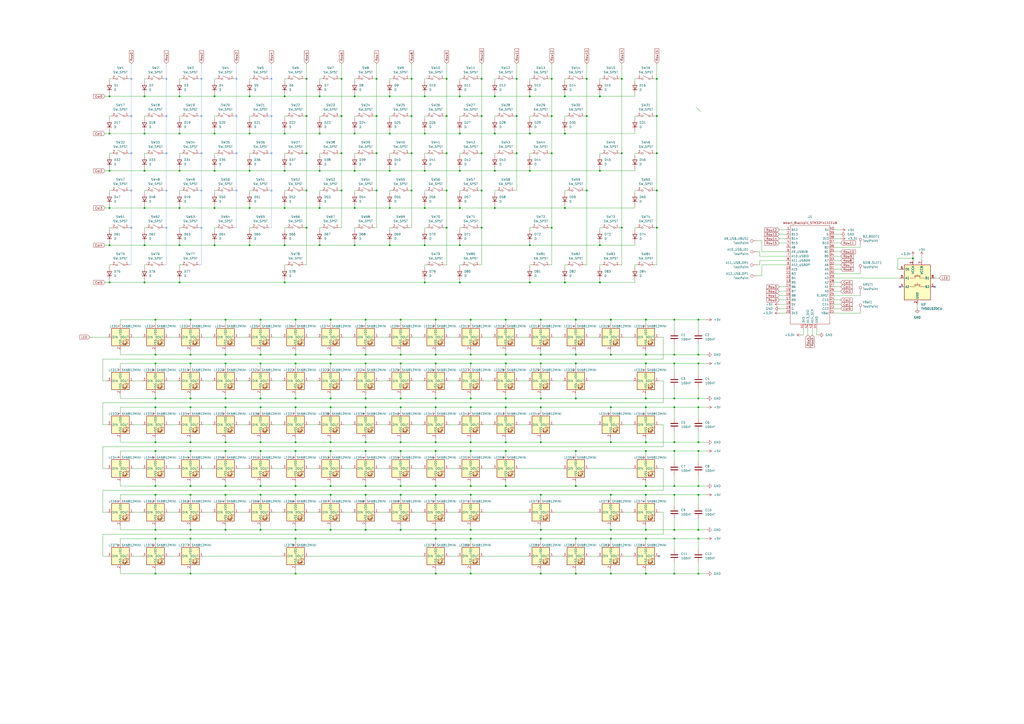
<source format=kicad_sch>
(kicad_sch (version 20250114) (generator "eeschema") (generator_version "9.0")
  (paper "A2")
  (junction (at 110.49 312.42))
  (junction (at 212.09 281.94))
  (junction (at 246.38 120.65))
  (junction (at 191.77 231.14))
  (junction (at 165.1 120.65))
  (junction (at 374.65 256.54))
  (junction (at 198.12 88.9))
  (junction (at 191.77 185.42))
  (junction (at 307.34 55.88))
  (junction (at 313.69 210.82))
  (junction (at 157.48 67.31) (color 101 157 255 1))
  (junction (at 232.41 231.14))
  (junction (at 273.05 185.42))
  (junction (at 171.45 307.34))
  (junction (at 124.46 142.24))
  (junction (at 177.8 110.49))
  (junction (at 252.73 281.94))
  (junction (at 226.06 142.24))
  (junction (at 391.16 231.14))
  (junction (at 104.14 120.65))
  (junction (at 63.5 163.83))
  (junction (at 130.81 287.02))
  (junction (at 90.17 256.54))
  (junction (at 185.42 120.65))
  (junction (at 165.1 163.83))
  (junction (at 232.41 307.34))
  (junction (at 63.5 120.65))
  (junction (at 334.01 332.74))
  (junction (at 374.65 185.42))
  (junction (at 307.34 77.47))
  (junction (at 76.2 88.9) (color 101 157 255 1))
  (junction (at 116.84 88.9) (color 101 157 255 1))
  (junction (at 212.09 256.54))
  (junction (at 287.02 77.47))
  (junction (at 165.1 77.47))
  (junction (at 313.69 312.42))
  (junction (at 279.4 88.9))
  (junction (at 96.52 67.31) (color 101 157 255 1))
  (junction (at 340.36 110.49))
  (junction (at 334.01 205.74))
  (junction (at 252.73 261.62))
  (junction (at 232.41 185.42))
  (junction (at 347.98 99.06))
  (junction (at 90.17 236.22))
  (junction (at 252.73 312.42))
  (junction (at 110.49 185.42))
  (junction (at 171.45 256.54))
  (junction (at 130.81 185.42))
  (junction (at 313.69 256.54))
  (junction (at 320.04 67.31))
  (junction (at 246.38 55.88))
  (junction (at 246.38 163.83))
  (junction (at 212.09 287.02))
  (junction (at 226.06 77.47))
  (junction (at 238.76 110.49))
  (junction (at 391.16 256.54))
  (junction (at 381 88.9))
  (junction (at 313.69 236.22))
  (junction (at 238.76 67.31))
  (junction (at 320.04 132.08))
  (junction (at 327.66 77.47))
  (junction (at 124.46 55.88))
  (junction (at 90.17 287.02))
  (junction (at 218.44 88.9))
  (junction (at 232.41 287.02))
  (junction (at 293.37 210.82))
  (junction (at 96.52 45.72) (color 101 157 255 1))
  (junction (at 177.8 88.9))
  (junction (at 191.77 261.62))
  (junction (at 205.74 142.24))
  (junction (at 63.5 142.24))
  (junction (at 96.52 110.49) (color 101 157 255 1))
  (junction (at 63.5 55.88))
  (junction (at 90.17 205.74))
  (junction (at 157.48 45.72) (color 101 157 255 1))
  (junction (at 374.65 261.62))
  (junction (at 165.1 142.24))
  (junction (at 266.7 142.24))
  (junction (at 90.17 210.82))
  (junction (at 391.16 261.62))
  (junction (at 212.09 236.22))
  (junction (at 171.45 281.94))
  (junction (at 354.33 332.74))
  (junction (at 110.49 256.54))
  (junction (at 90.17 312.42))
  (junction (at 405.13 287.02))
  (junction (at 83.82 77.47))
  (junction (at 116.84 45.72) (color 101 157 255 1))
  (junction (at 90.17 185.42))
  (junction (at 252.73 205.74))
  (junction (at 374.65 281.94))
  (junction (at 76.2 110.49) (color 101 157 255 1))
  (junction (at 374.65 307.34))
  (junction (at 130.81 236.22))
  (junction (at 130.81 256.54))
  (junction (at 226.06 120.65))
  (junction (at 252.73 256.54))
  (junction (at 130.81 210.82))
  (junction (at 405.13 281.94))
  (junction (at 232.41 281.94))
  (junction (at 151.13 287.02))
  (junction (at 405.13 332.74))
  (junction (at 252.73 307.34))
  (junction (at 151.13 256.54))
  (junction (at 90.17 332.74))
  (junction (at 334.01 261.62))
  (junction (at 320.04 88.9))
  (junction (at 313.69 231.14))
  (junction (at 374.65 231.14))
  (junction (at 205.74 77.47))
  (junction (at 273.05 256.54))
  (junction (at 327.66 120.65))
  (junction (at 171.45 210.82))
  (junction (at 266.7 55.88))
  (junction (at 238.76 45.72))
  (junction (at 293.37 236.22))
  (junction (at 151.13 236.22))
  (junction (at 293.37 185.42))
  (junction (at 232.41 205.74))
  (junction (at 273.05 261.62))
  (junction (at 151.13 261.62))
  (junction (at 529.59 149.86))
  (junction (at 266.7 99.06))
  (junction (at 273.05 231.14))
  (junction (at 374.65 205.74))
  (junction (at 151.13 210.82))
  (junction (at 299.72 67.31))
  (junction (at 391.16 210.82))
  (junction (at 354.33 236.22))
  (junction (at 266.7 163.83))
  (junction (at 307.34 99.06))
  (junction (at 279.4 45.72))
  (junction (at 279.4 110.49))
  (junction (at 374.65 332.74))
  (junction (at 171.45 332.74))
  (junction (at 354.33 256.54))
  (junction (at 266.7 77.47))
  (junction (at 252.73 287.02))
  (junction (at 374.65 287.02))
  (junction (at 273.05 210.82))
  (junction (at 307.34 163.83))
  (junction (at 165.1 55.88))
  (junction (at 391.16 236.22))
  (junction (at 293.37 205.74))
  (junction (at 110.49 332.74))
  (junction (at 405.13 236.22))
  (junction (at 144.78 120.65))
  (junction (at 191.77 256.54))
  (junction (at 299.72 45.72))
  (junction (at 273.05 205.74))
  (junction (at 226.06 55.88))
  (junction (at 252.73 210.82))
  (junction (at 83.82 99.06))
  (junction (at 391.16 307.34))
  (junction (at 137.16 110.49) (color 101 157 255 1))
  (junction (at 205.74 120.65))
  (junction (at 313.69 287.02))
  (junction (at 391.16 185.42))
  (junction (at 90.17 231.14))
  (junction (at 334.01 210.82))
  (junction (at 226.06 99.06))
  (junction (at 177.8 132.08))
  (junction (at 198.12 67.31))
  (junction (at 191.77 307.34))
  (junction (at 293.37 231.14))
  (junction (at 293.37 261.62))
  (junction (at 313.69 185.42))
  (junction (at 354.33 205.74))
  (junction (at 246.38 99.06))
  (junction (at 334.01 281.94))
  (junction (at 347.98 163.83))
  (junction (at 76.2 45.72) (color 101 157 255 1))
  (junction (at 238.76 88.9))
  (junction (at 273.05 281.94))
  (junction (at 171.45 236.22))
  (junction (at 391.16 205.74))
  (junction (at 104.14 55.88))
  (junction (at 313.69 205.74))
  (junction (at 340.36 67.31))
  (junction (at 405.13 312.42))
  (junction (at 104.14 77.47))
  (junction (at 381 45.72))
  (junction (at 151.13 205.74))
  (junction (at 259.08 67.31))
  (junction (at 279.4 67.31))
  (junction (at 90.17 307.34))
  (junction (at 293.37 256.54))
  (junction (at 191.77 210.82))
  (junction (at 104.14 142.24))
  (junction (at 171.45 231.14))
  (junction (at 157.48 110.49) (color 101 157 255 1))
  (junction (at 313.69 332.74))
  (junction (at 299.72 88.9))
  (junction (at 151.13 231.14))
  (junction (at 307.34 142.24))
  (junction (at 110.49 281.94))
  (junction (at 151.13 281.94))
  (junction (at 259.08 88.9))
  (junction (at 130.81 281.94))
  (junction (at 144.78 142.24))
  (junction (at 334.01 312.42))
  (junction (at 391.16 312.42))
  (junction (at 165.1 99.06))
  (junction (at 252.73 231.14))
  (junction (at 405.13 231.14))
  (junction (at 252.73 332.74))
  (junction (at 391.16 332.74))
  (junction (at 232.41 236.22))
  (junction (at 327.66 55.88))
  (junction (at 287.02 99.06))
  (junction (at 171.45 287.02))
  (junction (at 391.16 287.02))
  (junction (at 391.16 281.94))
  (junction (at 347.98 142.24))
  (junction (at 212.09 210.82))
  (junction (at 130.81 231.14))
  (junction (at 405.13 307.34))
  (junction (at 259.08 110.49))
  (junction (at 212.09 307.34))
  (junction (at 63.5 99.06))
  (junction (at 191.77 205.74))
  (junction (at 374.65 210.82))
  (junction (at 157.48 88.9) (color 101 157 255 1))
  (junction (at 110.49 287.02))
  (junction (at 205.74 55.88))
  (junction (at 185.42 142.24))
  (junction (at 354.33 307.34))
  (junction (at 287.02 120.65))
  (junction (at 381 110.49))
  (junction (at 171.45 312.42))
  (junction (at 334.01 185.42))
  (junction (at 381 132.08))
  (junction (at 273.05 236.22))
  (junction (at 360.68 132.08))
  (junction (at 198.12 45.72))
  (junction (at 130.81 307.34))
  (junction (at 273.05 287.02))
  (junction (at 110.49 231.14))
  (junction (at 360.68 45.72))
  (junction (at 96.52 132.08) (color 101 157 255 1))
  (junction (at 96.52 88.9) (color 101 157 255 1))
  (junction (at 259.08 45.72))
  (junction (at 83.82 163.83))
  (junction (at 124.46 99.06))
  (junction (at 340.36 45.72))
  (junction (at 116.84 67.31) (color 101 157 255 1))
  (junction (at 273.05 332.74))
  (junction (at 198.12 110.49))
  (junction (at 185.42 99.06))
  (junction (at 171.45 261.62))
  (junction (at 90.17 261.62))
  (junction (at 232.41 256.54))
  (junction (at 405.13 210.82))
  (junction (at 405.13 185.42))
  (junction (at 287.02 55.88))
  (junction (at 137.16 45.72) (color 101 157 255 1))
  (junction (at 218.44 67.31))
  (junction (at 232.41 210.82))
  (junction (at 354.33 287.02))
  (junction (at 354.33 312.42))
  (junction (at 110.49 261.62))
  (junction (at 151.13 307.34))
  (junction (at 405.13 261.62))
  (junction (at 151.13 185.42))
  (junction (at 266.7 120.65))
  (junction (at 171.45 185.42))
  (junction (at 104.14 163.83))
  (junction (at 191.77 287.02))
  (junction (at 327.66 163.83))
  (junction (at 347.98 55.88))
  (junction (at 212.09 205.74))
  (junction (at 124.46 120.65))
  (junction (at 381 67.31))
  (junction (at 83.82 55.88))
  (junction (at 212.09 231.14))
  (junction (at 90.17 281.94))
  (junction (at 374.65 236.22))
  (junction (at 76.2 67.31) (color 101 157 255 1))
  (junction (at 232.41 261.62))
  (junction (at 130.81 261.62))
  (junction (at 405.13 205.74))
  (junction (at 83.82 142.24))
  (junction (at 212.09 185.42))
  (junction (at 279.4 132.08))
  (junction (at 191.77 236.22))
  (junction (at 218.44 110.49))
  (junction (at 273.05 312.42))
  (junction (at 110.49 210.82))
  (junction (at 116.84 132.08) (color 101 157 255 1))
  (junction (at 246.38 77.47))
  (junction (at 110.49 307.34))
  (junction (at 320.04 45.72))
  (junction (at 144.78 77.47))
  (junction (at 171.45 205.74))
  (junction (at 259.08 132.08))
  (junction (at 212.09 261.62))
  (junction (at 354.33 185.42))
  (junction (at 124.46 77.47))
  (junction (at 185.42 77.47))
  (junction (at 76.2 132.08) (color 101 157 255 1))
  (junction (at 252.73 236.22))
  (junction (at 205.74 99.06))
  (junction (at 313.69 307.34))
  (junction (at 246.38 142.24))
  (junction (at 360.68 88.9))
  (junction (at 104.14 99.06))
  (junction (at 185.42 55.88))
  (junction (at 144.78 55.88))
  (junction (at 218.44 45.72))
  (junction (at 273.05 307.34))
  (junction (at 110.49 236.22))
  (junction (at 177.8 67.31))
  (junction (at 137.16 67.31) (color 101 157 255 1))
  (junction (at 130.81 205.74))
  (junction (at 110.49 205.74))
  (junction (at 252.73 185.42))
  (junction (at 405.13 256.54))
  (junction (at 83.82 120.65))
  (junction (at 177.8 45.72))
  (junction (at 293.37 281.94))
  (junction (at 137.16 88.9) (color 101 157 255 1))
  (junction (at 144.78 99.06))
  (junction (at 63.5 77.47))
  (junction (at 334.01 231.14))
  (junction (at 191.77 281.94))
  (junction (at 116.84 110.49) (color 101 157 255 1))
  (junction (at 374.65 312.42))
  (no_connect (at 521.97 166.37))
  (no_connect (at 382.27 322.58))
  (no_connect (at 542.29 166.37))
  (bus_entry (at 403.86 62.23) (size 2.54 2.54))
  (wire (pts (xy 59.69 220.98) (xy 62.23 220.98)))
  (wire (pts (xy 69.85 210.82) (xy 90.17 210.82)))
  (wire (pts (xy 191.77 205.74) (xy 191.77 203.2)))
  (wire (pts (xy 266.7 77.47) (xy 287.02 77.47)))
  (wire (pts (xy 90.17 261.62) (xy 90.17 264.16)))
  (wire (pts (xy 252.73 205.74) (xy 252.73 203.2)))
  (wire (pts (xy 391.16 224.79) (xy 391.16 231.14)))
  (wire (pts (xy 185.42 99.06) (xy 205.74 99.06)))
  (wire (pts (xy 246.38 111.76) (xy 246.38 110.49)))
  (wire (pts (xy 487.68 163.83) (xy 483.87 163.83)))
  (wire (pts (xy 69.85 231.14) (xy 90.17 231.14)))
  (wire (pts (xy 191.77 236.22) (xy 212.09 236.22)))
  (wire (pts (xy 499.11 180.34) (xy 499.11 181.61)))
  (wire (pts (xy 306.07 195.58) (xy 300.99 195.58)))
  (wire (pts (xy 405.13 185.42) (xy 410.21 185.42)))
  (wire (pts (xy 171.45 307.34) (xy 171.45 304.8)))
  (wire (pts (xy 265.43 246.38) (xy 260.35 246.38)))
  (wire (pts (xy 340.36 45.72) (xy 340.36 67.31)))
  (wire (pts (xy 124.46 140.97) (xy 124.46 142.24)))
  (wire (pts (xy 104.14 142.24) (xy 124.46 142.24)))
  (wire (pts (xy 499.11 181.61) (xy 483.87 181.61)))
  (wire (pts (xy 83.82 99.06) (xy 104.14 99.06)))
  (wire (pts (xy 327.66 119.38) (xy 327.66 120.65)))
  (wire (pts (xy 130.81 281.94) (xy 151.13 281.94)))
  (wire (pts (xy 259.08 88.9) (xy 257.81 88.9)))
  (wire (pts (xy 232.41 205.74) (xy 252.73 205.74)))
  (wire (pts (xy 191.77 307.34) (xy 212.09 307.34)))
  (wire (pts (xy 130.81 231.14) (xy 130.81 228.6)))
  (wire (pts (xy 104.14 55.88) (xy 124.46 55.88)))
  (wire (pts (xy 204.47 195.58) (xy 199.39 195.58)))
  (wire (pts (xy 218.44 45.72) (xy 217.17 45.72)))
  (wire (pts (xy 226.06 54.61) (xy 226.06 55.88)))
  (wire (pts (xy 299.72 88.9) (xy 298.45 88.9)))
  (wire (pts (xy 151.13 307.34) (xy 171.45 307.34)))
  (wire (pts (xy 232.41 205.74) (xy 232.41 203.2)))
  (wire (pts (xy 320.04 45.72) (xy 318.77 45.72)))
  (wire (pts (xy 69.85 185.42) (xy 69.85 187.96)))
  (wire (pts (xy 110.49 261.62) (xy 130.81 261.62)))
  (wire (pts (xy 151.13 236.22) (xy 151.13 238.76)))
  (wire (pts (xy 176.53 132.08) (xy 177.8 132.08)))
  (wire (pts (xy 313.69 287.02) (xy 313.69 289.56)))
  (wire (pts (xy 104.14 110.49) (xy 105.41 110.49)))
  (wire (pts (xy 69.85 256.54) (xy 90.17 256.54)))
  (wire (pts (xy 104.14 99.06) (xy 124.46 99.06)))
  (wire (pts (xy 391.16 236.22) (xy 405.13 236.22)))
  (wire (pts (xy 185.42 67.31) (xy 186.69 67.31)))
  (wire (pts (xy 232.41 236.22) (xy 232.41 238.76)))
  (wire (pts (xy 327.66 110.49) (xy 327.66 111.76)))
  (wire (pts (xy 83.82 110.49) (xy 83.82 111.76)))
  (wire (pts (xy 176.53 110.49) (xy 177.8 110.49)))
  (wire (pts (xy 217.17 88.9) (xy 218.44 88.9)))
  (wire (pts (xy 334.01 261.62) (xy 334.01 264.16)))
  (wire (pts (xy 287.02 67.31) (xy 288.29 67.31)))
  (wire (pts (xy 232.41 185.42) (xy 252.73 185.42)))
  (wire (pts (xy 313.69 236.22) (xy 313.69 238.76)))
  (wire (pts (xy 74.93 132.08) (xy 76.2 132.08)))
  (wire (pts (xy 354.33 332.74) (xy 354.33 330.2)))
  (wire (pts (xy 468.63 194.31) (xy 468.63 190.5)))
  (wire (pts (xy 384.81 309.88) (xy 384.81 297.18)))
  (wire (pts (xy 313.69 205.74) (xy 313.69 203.2)))
  (wire (pts (xy 368.3 67.31) (xy 369.57 67.31)))
  (wire (pts (xy 374.65 185.42) (xy 391.16 185.42)))
  (wire (pts (xy 391.16 312.42) (xy 374.65 312.42)))
  (wire (pts (xy 259.08 67.31) (xy 259.08 88.9)))
  (wire (pts (xy 327.66 110.49) (xy 328.93 110.49)))
  (wire (pts (xy 171.45 332.74) (xy 171.45 330.2)))
  (wire (pts (xy 307.34 88.9) (xy 308.61 88.9)))
  (wire (pts (xy 90.17 307.34) (xy 110.49 307.34)))
  (wire (pts (xy 293.37 185.42) (xy 313.69 185.42)))
  (wire (pts (xy 384.81 208.28) (xy 59.69 208.28)))
  (wire (pts (xy 185.42 55.88) (xy 205.74 55.88)))
  (wire (pts (xy 69.85 261.62) (xy 69.85 264.16)))
  (wire (pts (xy 313.69 307.34) (xy 313.69 304.8)))
  (wire (pts (xy 368.3 133.35) (xy 368.3 132.08)))
  (wire (pts (xy 259.08 110.49) (xy 259.08 132.08)))
  (wire (pts (xy 273.05 231.14) (xy 273.05 228.6)))
  (wire (pts (xy 69.85 287.02) (xy 69.85 289.56)))
  (wire (pts (xy 237.49 132.08) (xy 238.76 132.08)))
  (wire (pts (xy 340.36 110.49) (xy 340.36 153.67)))
  (wire (pts (xy 499.11 170.18) (xy 499.11 171.45)))
  (wire (pts (xy 279.4 110.49) (xy 278.13 110.49)))
  (wire (pts (xy 238.76 88.9) (xy 238.76 110.49)))
  (wire (pts (xy 196.85 132.08) (xy 198.12 132.08)))
  (wire (pts (xy 307.34 68.58) (xy 307.34 67.31)))
  (wire (pts (xy 59.69 233.68) (xy 59.69 246.38)))
  (wire (pts (xy 334.01 332.74) (xy 334.01 330.2)))
  (wire (pts (xy 110.49 261.62) (xy 90.17 261.62)))
  (wire (pts (xy 185.42 133.35) (xy 185.42 132.08)))
  (wire (pts (xy 59.69 297.18) (xy 62.23 297.18)))
  (wire (pts (xy 440.69 153.67) (xy 439.42 153.67)))
  (wire (pts (xy 368.3 54.61) (xy 368.3 55.88)))
  (wire (pts (xy 217.17 132.08) (xy 218.44 132.08)))
  (wire (pts (xy 279.4 36.83) (xy 279.4 45.72)))
  (wire (pts (xy 110.49 236.22) (xy 130.81 236.22)))
  (wire (pts (xy 118.11 271.78) (xy 123.19 271.78)))
  (wire (pts (xy 327.66 77.47) (xy 368.3 77.47)))
  (wire (pts (xy 313.69 210.82) (xy 313.69 213.36)))
  (wire (pts (xy 391.16 205.74) (xy 405.13 205.74)))
  (wire (pts (xy 90.17 205.74) (xy 90.17 203.2)))
  (wire (pts (xy 313.69 332.74) (xy 313.69 330.2)))
  (wire (pts (xy 273.05 312.42) (xy 313.69 312.42)))
  (wire (pts (xy 328.93 153.67) (xy 327.66 153.67)))
  (wire (pts (xy 144.78 77.47) (xy 165.1 77.47)))
  (wire (pts (xy 374.65 281.94) (xy 391.16 281.94)))
  (wire (pts (xy 368.3 110.49) (xy 369.57 110.49)))
  (wire (pts (xy 90.17 332.74) (xy 110.49 332.74)))
  (wire (pts (xy 287.02 77.47) (xy 307.34 77.47)))
  (wire (pts (xy 391.16 275.59) (xy 391.16 281.94)))
  (wire (pts (xy 232.41 210.82) (xy 252.73 210.82)))
  (wire (pts (xy 313.69 185.42) (xy 334.01 185.42)))
  (wire (pts (xy 123.19 246.38) (xy 118.11 246.38)))
  (wire (pts (xy 334.01 231.14) (xy 374.65 231.14)))
  (wire (pts (xy 246.38 133.35) (xy 246.38 132.08)))
  (wire (pts (xy 83.82 132.08) (xy 83.82 133.35)))
  (wire (pts (xy 165.1 88.9) (xy 166.37 88.9)))
  (wire (pts (xy 176.53 153.67) (xy 177.8 153.67)))
  (wire (pts (xy 391.16 287.02) (xy 405.13 287.02)))
  (wire (pts (xy 368.3 45.72) (xy 368.3 46.99)))
  (wire (pts (xy 252.73 256.54) (xy 252.73 254)))
  (wire (pts (xy 191.77 185.42) (xy 212.09 185.42)))
  (wire (pts (xy 232.41 307.34) (xy 252.73 307.34)))
  (wire (pts (xy 177.8 45.72) (xy 177.8 67.31)))
  (wire (pts (xy 165.1 97.79) (xy 165.1 99.06)))
  (wire (pts (xy 232.41 231.14) (xy 252.73 231.14)))
  (wire (pts (xy 237.49 110.49) (xy 238.76 110.49)))
  (wire (pts (xy 391.16 281.94) (xy 405.13 281.94)))
  (wire (pts (xy 252.73 287.02) (xy 273.05 287.02)))
  (wire (pts (xy 354.33 185.42) (xy 374.65 185.42)))
  (wire (pts (xy 95.25 132.08) (xy 96.52 132.08)) (stroke (width 0) (color 101 157 255 1)))
  (wire (pts (xy 69.85 312.42) (xy 90.17 312.42)))
  (wire (pts (xy 346.71 195.58) (xy 341.63 195.58)))
  (wire (pts (xy 287.02 119.38) (xy 287.02 120.65)))
  (wire (pts (xy 452.12 166.37) (xy 455.93 166.37)))
  (wire (pts (xy 198.12 67.31) (xy 198.12 88.9)))
  (wire (pts (xy 279.4 88.9) (xy 278.13 88.9)))
  (wire (pts (xy 63.5 120.65) (xy 83.82 120.65)))
  (wire (pts (xy 184.15 297.18) (xy 179.07 297.18)))
  (wire (pts (xy 96.52 45.72) (xy 96.52 67.31)) (stroke (width 0) (color 101 157 255 1)))
  (wire (pts (xy 110.49 281.94) (xy 130.81 281.94)))
  (wire (pts (xy 441.96 153.67) (xy 455.93 153.67)))
  (wire (pts (xy 124.46 46.99) (xy 124.46 45.72)))
  (wire (pts (xy 298.45 45.72) (xy 299.72 45.72)))
  (wire (pts (xy 218.44 88.9) (xy 218.44 110.49)))
  (wire (pts (xy 252.73 185.42) (xy 252.73 187.96)))
  (wire (pts (xy 191.77 287.02) (xy 191.77 289.56)))
  (wire (pts (xy 165.1 162.56) (xy 165.1 163.83)))
  (wire (pts (xy 83.82 110.49) (xy 85.09 110.49)))
  (wire (pts (xy 185.42 140.97) (xy 185.42 142.24)))
  (wire (pts (xy 238.76 110.49) (xy 238.76 132.08)))
  (wire (pts (xy 464.82 194.31) (xy 466.09 194.31)))
  (wire (pts (xy 104.14 119.38) (xy 104.14 120.65)))
  (wire (pts (xy 185.42 132.08) (xy 186.69 132.08)))
  (wire (pts (xy 293.37 185.42) (xy 293.37 187.96)))
  (wire (pts (xy 300.99 220.98) (xy 306.07 220.98)))
  (wire (pts (xy 405.13 307.34) (xy 410.21 307.34)))
  (wire (pts (xy 196.85 67.31) (xy 198.12 67.31)))
  (wire (pts (xy 176.53 45.72) (xy 177.8 45.72)))
  (wire (pts (xy 347.98 45.72) (xy 349.25 45.72)))
  (wire (pts (xy 354.33 236.22) (xy 374.65 236.22)))
  (wire (pts (xy 163.83 297.18) (xy 158.75 297.18)))
  (wire (pts (xy 367.03 297.18) (xy 361.95 297.18)))
  (wire (pts (xy 115.57 153.67) (xy 116.84 153.67)) (stroke (width 0) (color 101 157 255 1)))
  (wire (pts (xy 306.07 246.38) (xy 300.99 246.38)))
  (wire (pts (xy 367.03 246.38) (xy 361.95 246.38)))
  (wire (pts (xy 341.63 322.58) (xy 346.71 322.58)))
  (wire (pts (xy 226.06 67.31) (xy 227.33 67.31)))
  (wire (pts (xy 299.72 88.9) (xy 299.72 110.49)))
  (wire (pts (xy 185.42 120.65) (xy 205.74 120.65)))
  (wire (pts (xy 74.93 153.67) (xy 76.2 153.67)) (stroke (width 0) (color 101 157 255 1)))
  (wire (pts (xy 293.37 210.82) (xy 313.69 210.82)))
  (wire (pts (xy 90.17 210.82) (xy 90.17 213.36)))
  (wire (pts (xy 165.1 68.58) (xy 165.1 67.31)))
  (wire (pts (xy 273.05 261.62) (xy 293.37 261.62)))
  (wire (pts (xy 259.08 67.31) (xy 257.81 67.31)))
  (wire (pts (xy 259.08 45.72) (xy 259.08 67.31)))
  (wire (pts (xy 171.45 281.94) (xy 171.45 279.4)))
  (wire (pts (xy 260.35 322.58) (xy 265.43 322.58)))
  (wire (pts (xy 59.69 259.08) (xy 384.81 259.08)))
  (wire (pts (xy 320.04 36.83) (xy 320.04 45.72)))
  (wire (pts (xy 219.71 220.98) (xy 224.79 220.98)))
  (wire (pts (xy 361.95 322.58) (xy 367.03 322.58)))
  (wire (pts (xy 293.37 205.74) (xy 293.37 203.2)))
  (wire (pts (xy 307.34 154.94) (xy 307.34 153.67)))
  (wire (pts (xy 452.12 173.99) (xy 455.93 173.99)))
  (wire (pts (xy 110.49 205.74) (xy 110.49 203.2)))
  (wire (pts (xy 226.06 140.97) (xy 226.06 142.24)))
  (wire (pts (xy 499.11 143.51) (xy 483.87 143.51)))
  (wire (pts (xy 59.69 271.78) (xy 59.69 259.08)))
  (wire (pts (xy 232.41 281.94) (xy 252.73 281.94)))
  (wire (pts (xy 185.42 110.49) (xy 186.69 110.49)))
  (wire (pts (xy 110.49 256.54) (xy 130.81 256.54)))
  (wire (pts (xy 116.84 45.72) (xy 115.57 45.72)) (stroke (width 0) (color 101 157 255 1)))
  (wire (pts (xy 266.7 132.08) (xy 267.97 132.08)))
  (wire (pts (xy 110.49 231.14) (xy 130.81 231.14)))
  (wire (pts (xy 130.81 307.34) (xy 151.13 307.34)))
  (wire (pts (xy 287.02 110.49) (xy 288.29 110.49)))
  (wire (pts (xy 321.31 246.38) (xy 346.71 246.38)))
  (wire (pts (xy 300.99 271.78) (xy 326.39 271.78)))
  (wire (pts (xy 313.69 307.34) (xy 354.33 307.34)))
  (wire (pts (xy 339.09 45.72) (xy 340.36 45.72)))
  (wire (pts (xy 171.45 261.62) (xy 171.45 264.16)))
  (wire (pts (xy 410.21 312.42) (xy 405.13 312.42)))
  (wire (pts (xy 349.25 132.08) (xy 347.98 132.08)))
  (wire (pts (xy 246.38 154.94) (xy 246.38 153.67)))
  (wire (pts (xy 96.52 88.9) (xy 96.52 110.49)) (stroke (width 0) (color 101 157 255 1)))
  (wire (pts (xy 151.13 185.42) (xy 171.45 185.42)))
  (wire (pts (xy 171.45 185.42) (xy 191.77 185.42)))
  (wire (pts (xy 266.7 67.31) (xy 267.97 67.31)))
  (wire (pts (xy 95.25 88.9) (xy 96.52 88.9)) (stroke (width 0) (color 101 157 255 1)))
  (wire (pts (xy 226.06 88.9) (xy 227.33 88.9)))
  (wire (pts (xy 252.73 256.54) (xy 273.05 256.54)))
  (wire (pts (xy 273.05 236.22) (xy 273.05 238.76)))
  (wire (pts (xy 237.49 67.31) (xy 238.76 67.31)))
  (wire (pts (xy 205.74 77.47) (xy 226.06 77.47)))
  (wire (pts (xy 191.77 287.02) (xy 212.09 287.02)))
  (wire (pts (xy 83.82 45.72) (xy 85.09 45.72)))
  (wire (pts (xy 185.42 68.58) (xy 185.42 67.31)))
  (wire (pts (xy 226.06 97.79) (xy 226.06 99.06)))
  (wire (pts (xy 104.14 67.31) (xy 105.41 67.31)))
  (wire (pts (xy 318.77 153.67) (xy 320.04 153.67)))
  (wire (pts (xy 266.7 119.38) (xy 266.7 120.65)))
  (wire (pts (xy 196.85 88.9) (xy 198.12 88.9)))
  (wire (pts (xy 205.74 132.08) (xy 207.01 132.08)))
  (wire (pts (xy 487.68 151.13) (xy 483.87 151.13)))
  (wire (pts (xy 135.89 110.49) (xy 137.16 110.49)) (stroke (width 0) (color 101 157 255 1)))
  (wire (pts (xy 205.74 68.58) (xy 205.74 67.31)))
  (wire (pts (xy 320.04 67.31) (xy 320.04 88.9)))
  (wire (pts (xy 391.16 210.82) (xy 391.16 217.17)))
  (wire (pts (xy 266.7 45.72) (xy 267.97 45.72)))
  (wire (pts (xy 410.21 332.74) (xy 405.13 332.74)))
  (wire (pts (xy 135.89 88.9) (xy 137.16 88.9)) (stroke (width 0) (color 101 157 255 1)))
  (wire (pts (xy 252.73 332.74) (xy 252.73 330.2)))
  (wire (pts (xy 171.45 287.02) (xy 191.77 287.02)))
  (wire (pts (xy 177.8 88.9) (xy 177.8 110.49)))
  (wire (pts (xy 205.74 120.65) (xy 226.06 120.65)))
  (wire (pts (xy 74.93 67.31) (xy 76.2 67.31)))
  (wire (pts (xy 252.73 261.62) (xy 273.05 261.62)))
  (wire (pts (xy 137.16 88.9) (xy 137.16 110.49)) (stroke (width 0) (color 101 157 255 1)))
  (wire (pts (xy 110.49 185.42) (xy 110.49 187.96)))
  (wire (pts (xy 102.87 297.18) (xy 97.79 297.18)))
  (wire (pts (xy 232.41 256.54) (xy 252.73 256.54)))
  (wire (pts (xy 391.16 199.39) (xy 391.16 205.74)))
  (wire (pts (xy 279.4 132.08) (xy 278.13 132.08)))
  (wire (pts (xy 327.66 163.83) (xy 347.98 163.83)))
  (wire (pts (xy 165.1 119.38) (xy 165.1 120.65)))
  (wire (pts (xy 124.46 119.38) (xy 124.46 120.65)))
  (wire (pts (xy 177.8 36.83) (xy 177.8 45.72)))
  (wire (pts (xy 171.45 281.94) (xy 191.77 281.94)))
  (wire (pts (xy 226.06 120.65) (xy 246.38 120.65)))
  (wire (pts (xy 252.73 261.62) (xy 252.73 264.16)))
  (wire (pts (xy 124.46 76.2) (xy 124.46 77.47)))
  (wire (pts (xy 232.41 261.62) (xy 232.41 264.16)))
  (wire (pts (xy 374.65 261.62) (xy 374.65 264.16)))
  (wire (pts (xy 144.78 142.24) (xy 165.1 142.24)))
  (wire (pts (xy 165.1 46.99) (xy 165.1 45.72)))
  (wire (pts (xy 287.02 120.65) (xy 327.66 120.65)))
  (wire (pts (xy 529.59 148.59) (xy 529.59 149.86)))
  (wire (pts (xy 374.65 332.74) (xy 374.65 330.2)))
  (wire (pts (xy 246.38 46.99) (xy 246.38 45.72)))
  (wire (pts (xy 116.84 88.9) (xy 116.84 110.49)) (stroke (width 0) (color 101 157 255 1)))
  (wire (pts (xy 137.16 67.31) (xy 137.16 88.9)) (stroke (width 0) (color 101 157 255 1)))
  (wire (pts (xy 246.38 110.49) (xy 247.65 110.49)))
  (wire (pts (xy 266.7 54.61) (xy 266.7 55.88)))
  (wire (pts (xy 205.74 45.72) (xy 207.01 45.72)))
  (wire (pts (xy 382.27 271.78) (xy 384.81 271.78)))
  (wire (pts (xy 144.78 45.72) (xy 146.05 45.72)))
  (wire (pts (xy 340.36 110.49) (xy 339.09 110.49)))
  (wire (pts (xy 354.33 332.74) (xy 334.01 332.74)))
  (wire (pts (xy 69.85 332.74) (xy 69.85 330.2)))
  (wire (pts (xy 83.82 142.24) (xy 104.14 142.24)))
  (wire (pts (xy 115.57 132.08) (xy 116.84 132.08)) (stroke (width 0) (color 101 157 255 1)))
  (wire (pts (xy 205.74 67.31) (xy 207.01 67.31)))
  (wire (pts (xy 165.1 120.65) (xy 185.42 120.65)))
  (wire (pts (xy 240.03 271.78) (xy 245.11 271.78)))
  (wire (pts (xy 452.12 179.07) (xy 455.93 179.07)))
  (wire (pts (xy 252.73 312.42) (xy 252.73 314.96)))
  (wire (pts (xy 483.87 171.45) (xy 499.11 171.45)))
  (wire (pts (xy 273.05 307.34) (xy 313.69 307.34)))
  (wire (pts (xy 238.76 36.83) (xy 238.76 45.72)))
  (wire (pts (xy 266.7 68.58) (xy 266.7 67.31)))
  (wire (pts (xy 191.77 231.14) (xy 191.77 228.6)))
  (wire (pts (xy 260.35 271.78) (xy 265.43 271.78)))
  (wire (pts (xy 137.16 36.83) (xy 137.16 45.72)) (stroke (width 0) (color 101 157 255 1)))
  (wire (pts (xy 115.57 110.49) (xy 116.84 110.49)) (stroke (width 0) (color 101 157 255 1)))
  (wire (pts (xy 77.47 271.78) (xy 82.55 271.78)))
  (wire (pts (xy 266.7 111.76) (xy 266.7 110.49)))
  (wire (pts (xy 405.13 205.74) (xy 410.21 205.74)))
  (wire (pts (xy 280.67 220.98) (xy 285.75 220.98)))
  (wire (pts (xy 299.72 67.31) (xy 299.72 88.9)))
  (wire (pts (xy 165.1 110.49) (xy 166.37 110.49)))
  (wire (pts (xy 360.68 132.08) (xy 360.68 153.67)))
  (wire (pts (xy 287.02 90.17) (xy 287.02 88.9)))
  (wire (pts (xy 104.14 54.61) (xy 104.14 55.88)))
  (wire (pts (xy 226.06 68.58) (xy 226.06 67.31)))
  (wire (pts (xy 252.73 231.14) (xy 273.05 231.14)))
  (wire (pts (xy 279.4 110.49) (xy 279.4 132.08)))
  (wire (pts (xy 212.09 236.22) (xy 212.09 238.76)))
  (wire (pts (xy 287.02 54.61) (xy 287.02 55.88)))
  (wire (pts (xy 391.16 250.19) (xy 391.16 256.54)))
  (wire (pts (xy 212.09 261.62) (xy 232.41 261.62)))
  (wire (pts (xy 104.14 46.99) (xy 104.14 45.72)))
  (wire (pts (xy 347.98 132.08) (xy 347.98 133.35)))
  (wire (pts (xy 205.74 97.79) (xy 205.74 99.06)))
  (wire (pts (xy 130.81 185.42) (xy 151.13 185.42)))
  (wire (pts (xy 226.06 45.72) (xy 227.33 45.72)))
  (wire (pts (xy 83.82 153.67) (xy 83.82 154.94)))
  (wire (pts (xy 165.1 76.2) (xy 165.1 77.47)))
  (wire (pts (xy 171.45 236.22) (xy 171.45 238.76)))
  (wire (pts (xy 224.79 246.38) (xy 219.71 246.38)))
  (wire (pts (xy 360.68 45.72) (xy 360.68 88.9)))
  (wire (pts (xy 63.5 45.72) (xy 64.77 45.72)))
  (wire (pts (xy 157.48 110.49) (xy 157.48 132.08)) (stroke (width 0) (color 101 157 255 1)))
  (wire (pts (xy 60.96 142.24) (xy 63.5 142.24)))
  (wire (pts (xy 391.16 312.42) (xy 391.16 318.77)))
  (wire (pts (xy 151.13 205.74) (xy 171.45 205.74)))
  (wire (pts (xy 246.38 54.61) (xy 246.38 55.88)))
  (wire (pts (xy 452.12 140.97) (xy 455.93 140.97)))
  (wire (pts (xy 354.33 185.42) (xy 354.33 187.96)))
  (wire (pts (xy 307.34 162.56) (xy 307.34 163.83)))
  (wire (pts (xy 334.01 231.14) (xy 334.01 228.6)))
  (wire (pts (xy 273.05 256.54) (xy 273.05 254)))
  (wire (pts (xy 246.38 120.65) (xy 266.7 120.65)))
  (wire (pts (xy 83.82 67.31) (xy 85.09 67.31)))
  (wire (pts (xy 110.49 307.34) (xy 130.81 307.34)))
  (wire (pts (xy 205.74 90.17) (xy 205.74 88.9)))
  (wire (pts (xy 191.77 307.34) (xy 191.77 304.8)))
  (wire (pts (xy 374.65 205.74) (xy 374.65 203.2)))
  (wire (pts (xy 104.14 140.97) (xy 104.14 142.24)))
  (wire (pts (xy 116.84 36.83) (xy 116.84 45.72)) (stroke (width 0) (color 101 157 255 1)))
  (wire (pts (xy 130.81 236.22) (xy 151.13 236.22)))
  (wire (pts (xy 374.65 287.02) (xy 391.16 287.02)))
  (wire (pts (xy 534.67 148.59) (xy 534.67 151.13)))
  (wire (pts (xy 185.42 88.9) (xy 186.69 88.9)))
  (wire (pts (xy 83.82 119.38) (xy 83.82 120.65)))
  (wire (pts (xy 110.49 287.02) (xy 110.49 289.56)))
  (wire (pts (xy 334.01 210.82) (xy 374.65 210.82)))
  (wire (pts (xy 63.5 68.58) (xy 63.5 67.31)))
  (wire (pts (xy 374.65 312.42) (xy 354.33 312.42)))
  (wire (pts (xy 212.09 210.82) (xy 232.41 210.82)))
  (wire (pts (xy 410.21 231.14) (xy 405.13 231.14)))
  (wire (pts (xy 135.89 132.08) (xy 137.16 132.08)) (stroke (width 0) (color 101 157 255 1)))
  (wire (pts (xy 104.14 90.17) (xy 104.14 88.9)))
  (wire (pts (xy 487.68 168.91) (xy 483.87 168.91)))
  (wire (pts (xy 374.65 332.74) (xy 354.33 332.74)))
  (wire (pts (xy 313.69 256.54) (xy 354.33 256.54)))
  (wire (pts (xy 124.46 67.31) (xy 125.73 67.31)))
  (wire (pts (xy 163.83 195.58) (xy 158.75 195.58)))
  (wire (pts (xy 226.06 111.76) (xy 226.06 110.49)))
  (wire (pts (xy 354.33 256.54) (xy 354.33 254)))
  (wire (pts (xy 212.09 205.74) (xy 232.41 205.74)))
  (wire (pts (xy 273.05 332.74) (xy 313.69 332.74)))
  (wire (pts (xy 359.41 132.08) (xy 360.68 132.08)))
  (wire (pts (xy 115.57 67.31) (xy 116.84 67.31)) (stroke (width 0) (color 101 157 255 1)))
  (wire (pts (xy 171.45 312.42) (xy 252.73 312.42)))
  (wire (pts (xy 83.82 163.83) (xy 104.14 163.83)))
  (wire (pts (xy 63.5 54.61) (xy 63.5 55.88)))
  (wire (pts (xy 96.52 67.31) (xy 96.52 88.9)) (stroke (width 0) (color 101 157 255 1)))
  (wire (pts (xy 252.73 236.22) (xy 273.05 236.22)))
  (wire (pts (xy 144.78 54.61) (xy 144.78 55.88)))
  (wire (pts (xy 63.5 142.24) (xy 83.82 142.24)))
  (wire (pts (xy 340.36 36.83) (xy 340.36 45.72)))
  (wire (pts (xy 320.04 67.31) (xy 318.77 67.31)))
  (wire (pts (xy 441.96 139.7) (xy 441.96 146.05)))
  (wire (pts (xy 171.45 210.82) (xy 191.77 210.82)))
  (wire (pts (xy 59.69 271.78) (xy 62.23 271.78)))
  (wire (pts (xy 520.7 149.86) (xy 529.59 149.86)))
  (wire (pts (xy 280.67 322.58) (xy 306.07 322.58)))
  (wire (pts (xy 354.33 312.42) (xy 354.33 314.96)))
  (wire (pts (xy 487.68 146.05) (xy 483.87 146.05)))
  (wire (pts (xy 205.74 140.97) (xy 205.74 142.24)))
  (wire (pts (xy 381 132.08) (xy 381 153.67)))
  (wire (pts (xy 252.73 185.42) (xy 273.05 185.42)))
  (wire (pts (xy 405.13 224.79) (xy 405.13 231.14)))
  (wire (pts (xy 266.7 46.99) (xy 266.7 45.72)))
  (wire (pts (xy 83.82 140.97) (xy 83.82 142.24)))
  (wire (pts (xy 151.13 287.02) (xy 171.45 287.02)))
  (wire (pts (xy 212.09 287.02) (xy 212.09 289.56)))
  (wire (pts (xy 124.46 90.17) (xy 124.46 88.9)))
  (wire (pts (xy 259.08 153.67) (xy 257.81 153.67)))
  (wire (pts (xy 307.34 67.31) (xy 308.61 67.31)))
  (wire (pts (xy 130.81 205.74) (xy 151.13 205.74)))
  (wire (pts (xy 63.5 133.35) (xy 63.5 132.08)))
  (wire (pts (xy 252.73 281.94) (xy 273.05 281.94)))
  (wire (pts (xy 520.7 156.21) (xy 520.7 149.86)))
  (wire (pts (xy 246.38 77.47) (xy 266.7 77.47)))
  (wire (pts (xy 252.73 307.34) (xy 252.73 304.8)))
  (wire (pts (xy 137.16 45.72) (xy 137.16 67.31)) (stroke (width 0) (color 101 157 255 1)))
  (wire (pts (xy 374.65 307.34) (xy 374.65 304.8)))
  (wire (pts (xy 313.69 287.02) (xy 354.33 287.02)))
  (wire (pts (xy 313.69 231.14) (xy 313.69 228.6)))
  (wire (pts (xy 199.39 271.78) (xy 204.47 271.78)))
  (wire (pts (xy 104.14 77.47) (xy 124.46 77.47)))
  (wire (pts (xy 90.17 261.62) (xy 69.85 261.62)))
  (wire (pts (xy 287.02 111.76) (xy 287.02 110.49)))
  (wire (pts (xy 69.85 205.74) (xy 90.17 205.74)))
  (wire (pts (xy 391.16 261.62) (xy 391.16 267.97)))
  (wire (pts (xy 384.81 195.58) (xy 384.81 208.28)))
  (wire (pts (xy 391.16 307.34) (xy 405.13 307.34)))
  (wire (pts (xy 130.81 287.02) (xy 151.13 287.02)))
  (wire (pts (xy 212.09 287.02) (xy 232.41 287.02)))
  (wire (pts (xy 165.1 67.31) (xy 166.37 67.31)))
  (wire (pts (xy 452.12 135.89) (xy 455.93 135.89)))
  (wire (pts (xy 63.5 45.72) (xy 63.5 46.99)))
  (wire (pts (xy 381 88.9) (xy 379.73 88.9)))
  (wire (pts (xy 368.3 88.9) (xy 369.57 88.9)))
  (wire (pts (xy 379.73 45.72) (xy 381 45.72)))
  (wire (pts (xy 143.51 246.38) (xy 138.43 246.38)))
  (wire (pts (xy 69.85 185.42) (xy 90.17 185.42)))
  (wire (pts (xy 487.68 153.67) (xy 483.87 153.67)))
  (wire (pts (xy 104.14 111.76) (xy 104.14 110.49)))
  (wire (pts (xy 157.48 36.83) (xy 157.48 45.72)) (stroke (width 0) (color 101 157 255 1)))
  (wire (pts (xy 212.09 231.14) (xy 232.41 231.14)))
  (wire (pts (xy 440.69 151.13) (xy 455.93 151.13)))
  (wire (pts (xy 452.12 181.61) (xy 455.93 181.61)))
  (wire (pts (xy 83.82 97.79) (xy 83.82 99.06)))
  (wire (pts (xy 405.13 312.42) (xy 391.16 312.42)))
  (wire (pts (xy 273.05 261.62) (xy 273.05 264.16)))
  (wire (pts (xy 368.3 119.38) (xy 368.3 120.65)))
  (wire (pts (xy 130.81 256.54) (xy 151.13 256.54)))
  (wire (pts (xy 165.1 111.76) (xy 165.1 110.49)))
  (wire (pts (xy 212.09 236.22) (xy 232.41 236.22)))
  (wire (pts (xy 116.84 110.49) (xy 116.84 132.08)) (stroke (width 0) (color 101 157 255 1)))
  (wire (pts (xy 104.14 162.56) (xy 104.14 163.83)))
  (wire (pts (xy 347.98 142.24) (xy 368.3 142.24)))
  (wire (pts (xy 273.05 185.42) (xy 293.37 185.42)))
  (wire (pts (xy 110.49 281.94) (xy 110.49 279.4)))
  (wire (pts (xy 307.34 97.79) (xy 307.34 99.06)))
  (wire (pts (xy 334.01 312.42) (xy 313.69 312.42)))
  (wire (pts (xy 226.06 90.17) (xy 226.06 88.9)))
  (wire (pts (xy 293.37 231.14) (xy 293.37 228.6)))
  (wire (pts (xy 118.11 220.98) (xy 123.19 220.98)))
  (wire (pts (xy 137.16 45.72) (xy 135.89 45.72)) (stroke (width 0) (color 101 157 255 1)))
  (wire (pts (xy 95.25 110.49) (xy 96.52 110.49)) (stroke (width 0) (color 101 157 255 1)))
  (wire (pts (xy 76.2 36.83) (xy 76.2 45.72)) (stroke (width 0) (color 101 157 255 1)))
  (wire (pts (xy 157.48 88.9) (xy 157.48 110.49)) (stroke (width 0) (color 101 157 255 1)))
  (wire (pts (xy 130.81 205.74) (xy 130.81 203.2)))
  (wire (pts (xy 313.69 210.82) (xy 334.01 210.82)))
  (wire (pts (xy 381 67.31) (xy 379.73 67.31)))
  (wire (pts (xy 273.05 205.74) (xy 293.37 205.74)))
  (wire (pts (xy 83.82 88.9) (xy 83.82 90.17)))
  (wire (pts (xy 293.37 205.74) (xy 313.69 205.74)))
  (wire (pts (xy 452.12 171.45) (xy 455.93 171.45)))
  (wire (pts (xy 110.49 210.82) (xy 130.81 210.82)))
  (wire (pts (xy 171.45 261.62) (xy 191.77 261.62)))
  (wire (pts (xy 144.78 110.49) (xy 146.05 110.49)))
  (wire (pts (xy 374.65 256.54) (xy 391.16 256.54)))
  (wire (pts (xy 144.78 68.58) (xy 144.78 67.31)))
  (wire (pts (xy 212.09 185.42) (xy 212.09 187.96)))
  (wire (pts (xy 124.46 132.08) (xy 125.73 132.08)))
  (wire (pts (xy 110.49 231.14) (xy 110.49 228.6)))
  (wire (pts (xy 191.77 261.62) (xy 191.77 264.16)))
  (wire (pts (xy 83.82 68.58) (xy 83.82 67.31)))
  (wire (pts (xy 130.81 261.62) (xy 151.13 261.62)))
  (wire (pts (xy 367.03 195.58) (xy 361.95 195.58)))
  (wire (pts (xy 90.17 231.14) (xy 110.49 231.14)))
  (wire (pts (xy 177.8 110.49) (xy 177.8 132.08)))
  (wire (pts (xy 246.38 88.9) (xy 247.65 88.9)))
  (wire (pts (xy 83.82 162.56) (xy 83.82 163.83)))
  (wire (pts (xy 83.82 153.67) (xy 85.09 153.67)))
  (wire (pts (xy 246.38 153.67) (xy 247.65 153.67)))
  (wire (pts (xy 391.16 185.42) (xy 405.13 185.42)))
  (wire (pts (xy 232.41 231.14) (xy 232.41 228.6)))
  (wire (pts (xy 279.4 132.08) (xy 279.4 153.67)))
  (wire (pts (xy 226.06 142.24) (xy 246.38 142.24)))
  (wire (pts (xy 368.3 140.97) (xy 368.3 142.24)))
  (wire (pts (xy 118.11 322.58) (xy 163.83 322.58)))
  (wire (pts (xy 219.71 271.78) (xy 224.79 271.78)))
  (wire (pts (xy 110.49 210.82) (xy 110.49 213.36)))
  (wire (pts (xy 124.46 142.24) (xy 144.78 142.24)))
  (wire (pts (xy 334.01 210.82) (xy 334.01 213.36)))
  (wire (pts (xy 273.05 312.42) (xy 273.05 314.96)))
  (wire (pts (xy 144.78 140.97) (xy 144.78 142.24)))
  (wire (pts (xy 307.34 163.83) (xy 327.66 163.83)))
  (wire (pts (xy 266.7 140.97) (xy 266.7 142.24)))
  (wire (pts (xy 246.38 45.72) (xy 247.65 45.72)))
  (wire (pts (xy 359.41 88.9) (xy 360.68 88.9)))
  (wire (pts (xy 266.7 90.17) (xy 266.7 88.9)))
  (wire (pts (xy 63.5 163.83) (xy 83.82 163.83)))
  (wire (pts (xy 144.78 132.08) (xy 146.05 132.08)))
  (wire (pts (xy 90.17 281.94) (xy 90.17 279.4)))
  (wire (pts (xy 165.1 132.08) (xy 166.37 132.08)))
  (wire (pts (xy 354.33 287.02) (xy 374.65 287.02)))
  (wire (pts (xy 246.38 142.24) (xy 266.7 142.24)))
  (wire (pts (xy 368.3 132.08) (xy 369.57 132.08)))
  (wire (pts (xy 165.1 154.94) (xy 165.1 153.67)))
  (wire (pts (xy 130.81 287.02) (xy 130.81 289.56)))
  (wire (pts (xy 347.98 46.99) (xy 347.98 45.72)))
  (wire (pts (xy 259.08 132.08) (xy 259.08 153.67)))
  (wire (pts (xy 90.17 205.74) (xy 110.49 205.74)))
  (wire (pts (xy 347.98 55.88) (xy 368.3 55.88)))
  (wire (pts (xy 266.7 99.06) (xy 287.02 99.06)))
  (wire (pts (xy 130.81 281.94) (xy 130.81 279.4)))
  (wire (pts (xy 124.46 133.35) (xy 124.46 132.08)))
  (wire (pts (xy 218.44 45.72) (xy 218.44 67.31)))
  (wire (pts (xy 273.05 210.82) (xy 293.37 210.82)))
  (wire (pts (xy 104.14 154.94) (xy 104.14 153.67)))
  (wire (pts (xy 232.41 261.62) (xy 252.73 261.62)))
  (wire (pts (xy 452.12 168.91) (xy 455.93 168.91)))
  (wire (pts (xy 204.47 246.38) (xy 199.39 246.38)))
  (wire (pts (xy 354.33 307.34) (xy 374.65 307.34)))
  (wire (pts (xy 205.74 119.38) (xy 205.74 120.65)))
  (wire (pts (xy 102.87 246.38) (xy 97.79 246.38)))
  (wire (pts (xy 144.78 90.17) (xy 144.78 88.9)))
  (wire (pts (xy 334.01 205.74) (xy 334.01 203.2)))
  (wire (pts (xy 483.87 161.29) (xy 521.97 161.29)))
  (wire (pts (xy 69.85 256.54) (xy 69.85 254)))
  (wire (pts (xy 59.69 322.58) (xy 59.69 309.88)))
  (wire (pts (xy 138.43 220.98) (xy 143.51 220.98)))
  (wire (pts (xy 165.1 99.06) (xy 185.42 99.06)))
  (wire (pts (xy 341.63 271.78) (xy 367.03 271.78)))
  (wire (pts (xy 151.13 287.02) (xy 151.13 289.56)))
  (wire (pts (xy 90.17 236.22) (xy 90.17 238.76)))
  (wire (pts (xy 487.68 166.37) (xy 483.87 166.37)))
  (wire (pts (xy 76.2 110.49) (xy 76.2 132.08)) (stroke (width 0) (color 101 157 255 1)))
  (wire (pts (xy 232.41 281.94) (xy 232.41 279.4)))
  (wire (pts (xy 293.37 256.54) (xy 293.37 254)))
  (wire (pts (xy 218.44 110.49) (xy 218.44 132.08)))
  (wire (pts (xy 405.13 236.22) (xy 405.13 242.57)))
  (wire (pts (xy 171.45 256.54) (xy 171.45 254)))
  (wire (pts (xy 144.78 46.99) (xy 144.78 45.72)))
  (wire (pts (xy 185.42 142.24) (xy 205.74 142.24)))
  (wire (pts (xy 165.1 77.47) (xy 185.42 77.47)))
  (wire (pts (xy 245.11 297.18) (xy 240.03 297.18)))
  (wire (pts (xy 212.09 261.62) (xy 212.09 264.16)))
  (wire (pts (xy 226.06 76.2) (xy 226.06 77.47)))
  (wire (pts (xy 74.93 88.9) (xy 76.2 88.9)))
  (wire (pts (xy 83.82 120.65) (xy 104.14 120.65)))
  (wire (pts (xy 287.02 45.72) (xy 288.29 45.72)))
  (wire (pts (xy 102.87 195.58) (xy 97.79 195.58)))
  (wire (pts (xy 382.27 220.98) (xy 384.81 220.98)))
  (wire (pts (xy 198.12 88.9) (xy 198.12 110.49)))
  (wire (pts (xy 327.66 54.61) (xy 327.66 55.88)))
  (wire (pts (xy 349.25 153.67) (xy 347.98 153.67)))
  (wire (pts (xy 116.84 67.31) (xy 116.84 88.9)) (stroke (width 0) (color 101 157 255 1)))
  (wire (pts (xy 440.69 146.05) (xy 440.69 148.59)))
  (wire (pts (xy 368.3 154.94) (xy 368.3 153.67)))
  (wire (pts (xy 59.69 284.48) (xy 59.69 297.18)))
  (wire (pts (xy 347.98 90.17) (xy 347.98 88.9)))
  (wire (pts (xy 246.38 97.79) (xy 246.38 99.06)))
  (wire (pts (xy 347.98 88.9) (xy 349.25 88.9)))
  (wire (pts (xy 374.65 210.82) (xy 374.65 213.36)))
  (wire (pts (xy 313.69 256.54) (xy 313.69 254)))
  (wire (pts (xy 259.08 132.08) (xy 257.81 132.08)))
  (wire (pts (xy 391.16 261.62) (xy 405.13 261.62)))
  (wire (pts (xy 130.81 307.34) (xy 130.81 304.8)))
  (wire (pts (xy 252.73 205.74) (xy 273.05 205.74)))
  (wire (pts (xy 130.81 185.42) (xy 130.81 187.96)))
  (wire (pts (xy 212.09 185.42) (xy 232.41 185.42)))
  (wire (pts (xy 347.98 99.06) (xy 368.3 99.06)))
  (wire (pts (xy 171.45 236.22) (xy 191.77 236.22)))
  (wire (pts (xy 405.13 256.54) (xy 410.21 256.54)))
  (wire (pts (xy 212.09 256.54) (xy 212.09 254)))
  (wire (pts (xy 487.68 173.99) (xy 483.87 173.99)))
  (wire (pts (xy 63.5 90.17) (xy 63.5 88.9)))
  (wire (pts (xy 165.1 55.88) (xy 185.42 55.88)))
  (wire (pts (xy 374.65 307.34) (xy 391.16 307.34)))
  (wire (pts (xy 63.5 76.2) (xy 63.5 77.47)))
  (wire (pts (xy 266.7 110.49) (xy 267.97 110.49)))
  (wire (pts (xy 405.13 231.14) (xy 391.16 231.14)))
  (wire (pts (xy 90.17 307.34) (xy 90.17 304.8)))
  (wire (pts (xy 226.06 119.38) (xy 226.06 120.65)))
  (wire (pts (xy 334.01 281.94) (xy 374.65 281.94)))
  (wire (pts (xy 179.07 322.58) (xy 245.11 322.58)))
  (wire (pts (xy 90.17 332.74) (xy 90.17 330.2)))
  (wire (pts (xy 63.5 77.47) (xy 83.82 77.47)))
  (wire (pts (xy 405.13 312.42) (xy 405.13 318.77)))
  (wire (pts (xy 252.73 236.22) (xy 252.73 238.76)))
  (wire (pts (xy 90.17 332.74) (xy 69.85 332.74)))
  (wire (pts (xy 110.49 307.34) (xy 110.49 304.8)))
  (wire (pts (xy 293.37 261.62) (xy 293.37 264.16)))
  (wire (pts (xy 177.8 132.08) (xy 177.8 153.67)))
  (wire (pts (xy 151.13 210.82) (xy 151.13 213.36)))
  (wire (pts (xy 185.42 76.2) (xy 185.42 77.47)))
  (wire (pts (xy 69.85 307.34) (xy 69.85 304.8)))
  (wire (pts (xy 205.74 142.24) (xy 226.06 142.24)))
  (wire (pts (xy 483.87 158.75) (xy 499.11 158.75)))
  (wire (pts (xy 185.42 45.72) (xy 186.69 45.72)))
  (wire (pts (xy 439.42 146.05) (xy 440.69 146.05)))
  (wire (pts (xy 104.14 45.72) (xy 105.41 45.72)))
  (wire (pts (xy 110.49 261.62) (xy 110.49 264.16)))
  (wire (pts (xy 191.77 236.22) (xy 191.77 238.76)))
  (wire (pts (xy 334.01 281.94) (xy 334.01 279.4)))
  (wire (pts (xy 381 45.72) (xy 381 67.31)))
  (wire (pts (xy 252.73 281.94) (xy 252.73 279.4)))
  (wire (pts (xy 266.7 163.83) (xy 307.34 163.83)))
  (wire (pts (xy 110.49 281.94) (xy 90.17 281.94)))
  (wire (pts (xy 246.38 90.17) (xy 246.38 88.9)))
  (wire (pts (xy 391.16 210.82) (xy 374.65 210.82)))
  (wire (pts (xy 405.13 210.82) (xy 405.13 217.17)))
  (wire (pts (xy 226.06 110.49) (xy 227.33 110.49)))
  (wire (pts (xy 354.33 205.74) (xy 374.65 205.74)))
  (wire (pts (xy 374.65 287.02) (xy 374.65 289.56)))
  (wire (pts (xy 320.04 88.9) (xy 318.77 88.9)))
  (wire (pts (xy 199.39 220.98) (xy 204.47 220.98)))
  (wire (pts (xy 144.78 133.35) (xy 144.78 132.08)))
  (wire (pts (xy 212.09 256.54) (xy 232.41 256.54)))
  (wire (pts (xy 266.7 142.24) (xy 307.34 142.24)))
  (wire (pts (xy 287.02 88.9) (xy 288.29 88.9)))
  (wire (pts (xy 238.76 45.72) (xy 237.49 45.72)))
  (wire (pts (xy 124.46 110.49) (xy 125.73 110.49)))
  (wire (pts (xy 334.01 205.74) (xy 354.33 205.74)))
  (wire (pts (xy 374.65 261.62) (xy 391.16 261.62)))
  (wire (pts (xy 63.5 153.67) (xy 64.77 153.67)))
  (wire (pts (xy 205.74 111.76) (xy 205.74 110.49)))
  (wire (pts (xy 151.13 256.54) (xy 171.45 256.54)))
  (wire (pts (xy 327.66 45.72) (xy 327.66 46.99)))
  (wire (pts (xy 60.96 55.88) (xy 63.5 55.88)))
  (wire (pts (xy 156.21 132.08) (xy 157.48 132.08)) (stroke (width 0) (color 101 157 255 1)))
  (wire (pts (xy 90.17 236.22) (xy 110.49 236.22)))
  (wire (pts (xy 381 110.49) (xy 381 132.08)))
  (wire (pts (xy 185.42 119.38) (xy 185.42 120.65)))
  (wire (pts (xy 165.1 133.35) (xy 165.1 132.08)))
  (wire (pts (xy 143.51 297.18) (xy 138.43 297.18)))
  (wire (pts (xy 405.13 185.42) (xy 405.13 191.77)))
  (wire (pts (xy 171.45 307.34) (xy 191.77 307.34)))
  (wire (pts (xy 185.42 111.76) (xy 185.42 110.49)))
  (wire (pts (xy 212.09 307.34) (xy 212.09 304.8)))
  (wire (pts (xy 360.68 45.72) (xy 359.41 45.72)))
  (wire (pts (xy 130.81 210.82) (xy 151.13 210.82)))
  (wire (pts (xy 191.77 205.74) (xy 212.09 205.74)))
  (wire (pts (xy 307.34 76.2) (xy 307.34 77.47)))
  (wire (pts (xy 90.17 210.82) (xy 110.49 210.82)))
  (wire (pts (xy 339.09 153.67) (xy 340.36 153.67)))
  (wire (pts (xy 391.16 287.02) (xy 391.16 293.37)))
  (wire (pts (xy 384.81 284.48) (xy 59.69 284.48)))
  (wire (pts (xy 171.45 205.74) (xy 171.45 203.2)))
  (wire (pts (xy 279.4 45.72) (xy 279.4 67.31)))
  (wire (pts (xy 487.68 140.97) (xy 483.87 140.97)))
  (wire (pts (xy 130.81 261.62) (xy 130.81 264.16)))
  (wire (pts (xy 487.68 176.53) (xy 483.87 176.53)))
  (wire (pts (xy 110.49 236.22) (xy 110.49 238.76)))
  (wire (pts (xy 529.59 149.86) (xy 529.59 151.13)))
  (wire (pts (xy 391.16 185.42) (xy 391.16 191.77)))
  (wire (pts (xy 285.75 195.58) (xy 280.67 195.58)))
  (wire (pts (xy 259.08 36.83) (xy 259.08 45.72)))
  (wire (pts (xy 158.75 220.98) (xy 163.83 220.98)))
  (wire (pts (xy 217.17 67.31) (xy 218.44 67.31)))
  (wire (pts (xy 212.09 205.74) (xy 212.09 203.2)))
  (wire (pts (xy 124.46 55.88) (xy 144.78 55.88)))
  (wire (pts (xy 452.12 176.53) (xy 455.93 176.53)))
  (wire (pts (xy 69.85 236.22) (xy 90.17 236.22)))
  (wire (pts (xy 354.33 287.02) (xy 354.33 289.56)))
  (wire (pts (xy 327.66 67.31) (xy 328.93 67.31)))
  (wire (pts (xy 452.12 133.35) (xy 455.93 133.35)))
  (wire (pts (xy 90.17 185.42) (xy 90.17 187.96)))
  (wire (pts (xy 76.2 45.72) (xy 74.93 45.72)))
  (wire (pts (xy 205.74 110.49) (xy 207.01 110.49)))
  (wire (pts (xy 82.55 195.58) (xy 77.47 195.58)))
  (wire (pts (xy 439.42 160.02) (xy 441.96 160.02)))
  (wire (pts (xy 273.05 307.34) (xy 273.05 304.8)))
  (wire (pts (xy 347.98 153.67) (xy 347.98 154.94)))
  (wire (pts (xy 266.7 88.9) (xy 267.97 88.9)))
  (wire (pts (xy 191.77 281.94) (xy 191.77 279.4)))
  (wire (pts (xy 59.69 309.88) (xy 384.81 309.88)))
  (wire (pts (xy 52.07 195.58) (xy 62.23 195.58)))
  (wire (pts (xy 232.41 287.02) (xy 232.41 289.56)))
  (wire (pts (xy 544.83 161.29) (xy 542.29 161.29)))
  (wire (pts (xy 487.68 179.07) (xy 483.87 179.07)))
  (wire (pts (xy 391.16 326.39) (xy 391.16 332.74)))
  (wire (pts (xy 63.5 99.06) (xy 83.82 99.06)))
  (wire (pts (xy 293.37 261.62) (xy 334.01 261.62)))
  (wire (pts (xy 246.38 163.83) (xy 266.7 163.83)))
  (wire (pts (xy 273.05 287.02) (xy 313.69 287.02)))
  (wire (pts (xy 405.13 261.62) (xy 410.21 261.62)))
  (wire (pts (xy 232.41 236.22) (xy 252.73 236.22)))
  (wire (pts (xy 157.48 45.72) (xy 157.48 67.31)) (stroke (width 0) (color 101 157 255 1)))
  (wire (pts (xy 191.77 185.42) (xy 191.77 187.96)))
  (wire (pts (xy 185.42 46.99) (xy 185.42 45.72)))
  (wire (pts (xy 96.52 132.08) (xy 96.52 153.67)) (stroke (width 0) (color 101 157 255 1)))
  (wire (pts (xy 240.03 220.98) (xy 245.11 220.98)))
  (wire (pts (xy 135.89 67.31) (xy 137.16 67.31)) (stroke (width 0) (color 101 157 255 1)))
  (wire (pts (xy 273.05 231.14) (xy 293.37 231.14)))
  (wire (pts (xy 144.78 111.76) (xy 144.78 110.49)))
  (wire (pts (xy 90.17 185.42) (xy 110.49 185.42)))
  (wire (pts (xy 171.45 312.42) (xy 171.45 314.96)))
  (wire (pts (xy 246.38 140.97) (xy 246.38 142.24)))
  (wire (pts (xy 410.21 210.82) (xy 405.13 210.82)))
  (wire (pts (xy 90.17 256.54) (xy 90.17 254)))
  (wire (pts (xy 69.85 210.82) (xy 69.85 213.36)))
  (wire (pts (xy 110.49 287.02) (xy 130.81 287.02)))
  (wire (pts (xy 237.49 88.9) (xy 238.76 88.9)))
  (wire (pts (xy 368.3 76.2) (xy 368.3 77.47)))
  (wire (pts (xy 374.65 281.94) (xy 374.65 279.4)))
  (wire (pts (xy 165.1 140.97) (xy 165.1 142.24)))
  (wire (pts (xy 123.19 297.18) (xy 118.11 297.18)))
  (wire (pts (xy 279.4 67.31) (xy 279.4 88.9)))
  (wire (pts (xy 382.27 195.58) (xy 384.81 195.58)))
  (wire (pts (xy 165.1 163.83) (xy 246.38 163.83)))
  (wire (pts (xy 391.16 236.22) (xy 391.16 242.57)))
  (wire (pts (xy 74.93 110.49) (xy 76.2 110.49)))
  (wire (pts (xy 347.98 97.79) (xy 347.98 99.06)))
  (wire (pts (xy 76.2 132.08) (xy 76.2 153.67)) (stroke (width 0) (color 101 157 255 1)))
  (wire (pts (xy 391.16 256.54) (xy 405.13 256.54)))
  (wire (pts (xy 185.42 90.17) (xy 185.42 88.9)))
  (wire (pts (xy 218.44 36.83) (xy 218.44 45.72)))
  (wire (pts (xy 95.25 153.67) (xy 96.52 153.67)) (stroke (width 0) (color 101 157 255 1)))
  (wire (pts (xy 273.05 281.94) (xy 273.05 279.4)))
  (wire (pts (xy 198.12 45.72) (xy 198.12 67.31)))
  (wire (pts (xy 60.96 163.83) (xy 63.5 163.83)))
  (wire (pts (xy 110.49 312.42) (xy 110.49 314.96)))
  (wire (pts (xy 96.52 45.72) (xy 95.25 45.72)) (stroke (width 0) (color 101 157 255 1)))
  (wire (pts (xy 144.78 99.06) (xy 165.1 99.06)))
  (wire (pts (xy 124.46 99.06) (xy 144.78 99.06)))
  (wire (pts (xy 124.46 88.9) (xy 125.73 88.9)))
  (wire (pts (xy 280.67 271.78) (xy 285.75 271.78)))
  (wire (pts (xy 156.21 45.72) (xy 157.48 45.72)) (stroke (width 0) (color 101 157 255 1)))
  (wire (pts (xy 90.17 312.42) (xy 110.49 312.42)))
  (wire (pts (xy 171.45 205.74) (xy 191.77 205.74)))
  (wire (pts (xy 405.13 332.74) (xy 391.16 332.74)))
  (wire (pts (xy 334.01 185.42) (xy 334.01 187.96)))
  (wire (pts (xy 124.46 97.79) (xy 124.46 99.06)))
  (wire (pts (xy 69.85 281.94) (xy 69.85 279.4)))
  (wire (pts (xy 184.15 195.58) (xy 179.07 195.58)))
  (wire (pts (xy 59.69 246.38) (xy 62.23 246.38)))
  (wire (pts (xy 97.79 271.78) (xy 102.87 271.78)))
  (wire (pts (xy 63.5 162.56) (xy 63.5 163.83)))
  (wire (pts (xy 165.1 45.72) (xy 166.37 45.72)))
  (wire (pts (xy 359.41 153.67) (xy 360.68 153.67)))
  (wire (pts (xy 205.74 55.88) (xy 226.06 55.88)))
  (wire (pts (xy 171.45 231.14) (xy 171.45 228.6)))
  (wire (pts (xy 320.04 132.08) (xy 320.04 153.67)))
  (wire (pts (xy 77.47 322.58) (xy 82.55 322.58)))
  (wire (pts (xy 124.46 111.76) (xy 124.46 110.49)))
  (wire (pts (xy 205.74 46.99) (xy 205.74 45.72)))
  (wire (pts (xy 246.38 132.08) (xy 247.65 132.08)))
  (wire (pts (xy 165.1 142.24) (xy 185.42 142.24)))
  (wire (pts (xy 532.13 176.53) (xy 532.13 179.07)))
  (wire (pts (xy 90.17 281.94) (xy 69.85 281.94)))
  (wire (pts (xy 76.2 88.9) (xy 76.2 110.49)) (stroke (width 0) (color 101 157 255 1)))
  (wire (pts (xy 381 88.9) (xy 381 110.49)))
  (wire (pts (xy 163.83 246.38) (xy 158.75 246.38)))
  (wire (pts (xy 156.21 88.9) (xy 157.48 88.9)) (stroke (width 0) (color 101 157 255 1)))
  (wire (pts (xy 340.36 67.31) (xy 339.09 67.31)))
  (wire (pts (xy 368.3 90.17) (xy 368.3 88.9)))
  (wire (pts (xy 384.81 259.08) (xy 384.81 246.38)))
  (wire (pts (xy 374.65 185.42) (xy 374.65 187.96)))
  (wire (pts (xy 151.13 185.42) (xy 151.13 187.96)))
  (wire (pts (xy 265.43 297.18) (xy 260.35 297.18)))
  (wire (pts (xy 347.98 162.56) (xy 347.98 163.83)))
  (wire (pts (xy 110.49 332.74) (xy 110.49 330.2)))
  (wire (pts (xy 287.02 68.58) (xy 287.02 67.31)))
  (wire (pts (xy 321.31 297.18) (xy 346.71 297.18)))
  (wire (pts (xy 293.37 231.14) (xy 313.69 231.14)))
  (wire (pts (xy 520.7 156.21) (xy 521.97 156.21)))
  (wire (pts (xy 405.13 199.39) (xy 405.13 205.74)))
  (wire (pts (xy 191.77 256.54) (xy 191.77 254)))
  (wire (pts (xy 205.74 54.61) (xy 205.74 55.88)))
  (wire (pts (xy 69.85 231.14) (xy 69.85 228.6)))
  (wire (pts (xy 104.14 97.79) (xy 104.14 99.06)))
  (wire (pts (xy 212.09 307.34) (xy 232.41 307.34)))
  (wire (pts (xy 374.65 236.22) (xy 391.16 236.22)))
  (wire (pts (xy 384.81 233.68) (xy 59.69 233.68)))
  (wire (pts (xy 76.2 67.31) (xy 76.2 88.9)) (stroke (width 0) (color 101 157 255 1)))
  (wire (pts (xy 63.5 97.79) (xy 63.5 99.06)))
  (wire (pts (xy 381 36.83) (xy 381 45.72)))
  (wire (pts (xy 368.3 68.58) (xy 368.3 67.31)))
  (wire (pts (xy 246.38 68.58) (xy 246.38 67.31)))
  (wire (pts (xy 499.11 157.48) (xy 499.11 158.75)))
  (wire (pts (xy 265.43 195.58) (xy 260.35 195.58)))
  (wire (pts (xy 293.37 281.94) (xy 334.01 281.94)))
  (wire (pts (xy 266.7 153.67) (xy 267.97 153.67)))
  (wire (pts (xy 130.81 236.22) (xy 130.81 238.76)))
  (wire (pts (xy 252.73 332.74) (xy 273.05 332.74)))
  (wire (pts (xy 321.31 322.58) (xy 326.39 322.58)))
  (wire (pts (xy 165.1 90.17) (xy 165.1 88.9)))
  (wire (pts (xy 327.66 162.56) (xy 327.66 163.83)))
  (wire (pts (xy 184.15 246.38) (xy 179.07 246.38)))
  (wire (pts (xy 96.52 110.49) (xy 96.52 132.08)) (stroke (width 0) (color 101 157 255 1)))
  (wire (pts (xy 90.17 287.02) (xy 110.49 287.02)))
  (wire (pts (xy 308.61 45.72) (xy 307.34 45.72)))
  (wire (pts (xy 198.12 110.49) (xy 198.12 132.08)))
  (wire (pts (xy 266.7 97.79) (xy 266.7 99.06)))
  (wire (pts (xy 354.33 236.22) (xy 354.33 238.76)))
  (wire (pts (xy 232.41 287.02) (xy 252.73 287.02)))
  (wire (pts (xy 313.69 205.74) (xy 334.01 205.74)))
  (wire (pts (xy 285.75 246.38) (xy 280.67 246.38)))
  (wire (pts (xy 245.11 246.38) (xy 240.03 246.38)))
  (wire (pts (xy 185.42 54.61) (xy 185.42 55.88)))
  (wire (pts (xy 307.34 45.72) (xy 307.34 46.99)))
  (wire (pts (xy 226.06 55.88) (xy 246.38 55.88)))
  (wire (pts (xy 307.34 77.47) (xy 327.66 77.47)))
  (wire (pts (xy 334.01 332.74) (xy 313.69 332.74)))
  (wire (pts (xy 374.65 205.74) (xy 391.16 205.74)))
  (wire (pts (xy 327.66 153.67) (xy 327.66 154.94)))
  (wire (pts (xy 391.16 300.99) (xy 391.16 307.34)))
  (wire (pts (xy 104.14 163.83) (xy 165.1 163.83)))
  (wire (pts (xy 232.41 185.42) (xy 232.41 187.96)))
  (wire (pts (xy 313.69 231.14) (xy 334.01 231.14)))
  (wire (pts (xy 59.69 208.28) (xy 59.69 220.98)))
  (wire (pts (xy 217.17 110.49) (xy 218.44 110.49)))
  (wire (pts (xy 76.2 45.72) (xy 76.2 67.31)) (stroke (width 0) (color 101 157 255 1)))
  (wire (pts (xy 83.82 132.08) (xy 85.09 132.08)))
  (wire (pts (xy 144.78 55.88) (xy 165.1 55.88)))
  (wire (pts (xy 83.82 55.88) (xy 104.14 55.88)))
  (wire (pts (xy 354.33 205.74) (xy 354.33 203.2)))
  (wire (pts (xy 123.19 195.58) (xy 118.11 195.58)))
  (wire (pts (xy 179.07 220.98) (xy 184.15 220.98)))
  (wire (pts (xy 327.66 68.58) (xy 327.66 67.31)))
  (wire (pts (xy 273.05 236.22) (xy 293.37 236.22)))
  (wire (pts (xy 279.4 67.31) (xy 278.13 67.31)))
  (wire (pts (xy 62.23 322.58) (xy 59.69 322.58)))
  (wire (pts (xy 252.73 210.82) (xy 252.73 213.36)))
  (wire (pts (xy 144.78 67.31) (xy 146.05 67.31)))
  (wire (pts (xy 185.42 77.47) (xy 205.74 77.47)))
  (wire (pts (xy 115.57 88.9) (xy 116.84 88.9)) (stroke (width 0) (color 101 157 255 1)))
  (wire (pts (xy 151.13 261.62) (xy 151.13 264.16)))
  (wire (pts (xy 151.13 236.22) (xy 171.45 236.22)))
  (wire (pts (xy 191.77 281.94) (xy 212.09 281.94)))
  (wire (pts (xy 171.45 332.74) (xy 252.73 332.74)))
  (wire (pts (xy 307.34 142.24) (xy 347.98 142.24)))
  (wire (pts (xy 69.85 205.74) (xy 69.85 203.2)))
  (wire (pts (xy 278.13 153.67) (xy 279.4 153.67)))
  (wire (pts (xy 439.42 139.7) (xy 441.96 139.7)))
  (wire (pts (xy 82.55 297.18) (xy 77.47 297.18)))
  (wire (pts (xy 205.74 99.06) (xy 226.06 99.06)))
  (wire (pts (xy 334.01 312.42) (xy 334.01 314.96)))
  (wire (pts (xy 130.81 210.82) (xy 130.81 213.36)))
  (wire (pts (xy 405.13 300.99) (xy 405.13 307.34)))
  (wire (pts (xy 452.12 138.43) (xy 455.93 138.43)))
  (wire (pts (xy 212.09 281.94) (xy 232.41 281.94)))
  (wire (pts (xy 474.98 194.31) (xy 473.71 194.31)))
  (wire (pts (xy 198.12 45.72) (xy 196.85 45.72)))
  (wire (pts (xy 347.98 54.61) (xy 347.98 55.88)))
  (wire (pts (xy 246.38 119.38) (xy 246.38 120.65)))
  (wire (pts (xy 205.74 88.9) (xy 207.01 88.9)))
  (wire (pts (xy 124.46 77.47) (xy 144.78 77.47)))
  (wire (pts (xy 374.65 231.14) (xy 374.65 228.6)))
  (wire (pts (xy 320.04 45.72) (xy 320.04 67.31)))
  (wire (pts (xy 226.06 133.35) (xy 226.06 132.08)))
  (wire (pts (xy 191.77 261.62) (xy 212.09 261.62)))
  (wire (pts (xy 83.82 77.47) (xy 104.14 77.47)))
  (wire (pts (xy 226.06 99.06) (xy 246.38 99.06)))
  (wire (pts (xy 204.47 297.18) (xy 199.39 297.18)))
  (wire (pts (xy 360.68 36.83) (xy 360.68 45.72)))
  (wire (pts (xy 191.77 256.54) (xy 212.09 256.54)))
  (wire (pts (xy 130.81 231.14) (xy 151.13 231.14)))
  (wire (pts (xy 327.66 76.2) (xy 327.66 77.47)))
  (wire (pts (xy 326.39 195.58) (xy 321.31 195.58)))
  (wire (pts (xy 83.82 88.9) (xy 85.09 88.9)))
  (wire (pts (xy 313.69 185.42) (xy 313.69 187.96)))
  (wire (pts (xy 313.69 312.42) (xy 313.69 314.96)))
  (wire (pts (xy 156.21 67.31) (xy 157.48 67.31)) (stroke (width 0) (color 101 157 255 1)))
  (wire (pts (xy 151.13 205.74) (xy 151.13 203.2)))
  (wire (pts (xy 157.48 67.31) (xy 157.48 88.9)) (stroke (width 0) (color 101 157 255 1)))
  (wire (pts (xy 299.72 67.31) (xy 298.45 67.31)))
  (wire (pts (xy 287.02 76.2) (xy 287.02 77.47)))
  (wire (pts (xy 104.14 153.67) (xy 105.41 153.67)))
  (wire (pts (xy 273.05 210.82) (xy 273.05 213.36)))
  (wire (pts (xy 90.17 312.42) (xy 90.17 314.96)))
  (wire (pts (xy 273.05 332.74) (xy 273.05 330.2)))
  (wire (pts (xy 95.25 67.31) (xy 96.52 67.31)) (stroke (width 0) (color 101 157 255 1)))
  (wire (pts (xy 82.55 246.38) (xy 77.47 246.38)))
  (wire (pts (xy 69.85 307.34) (xy 90.17 307.34)))
  (wire (pts (xy 307.34 153.67) (xy 308.61 153.67)))
  (wire (pts (xy 83.82 46.99) (xy 83.82 45.72)))
  (wire (pts (xy 280.67 297.18) (xy 306.07 297.18)))
  (wire (pts (xy 151.13 256.54) (xy 151.13 254)))
  (wire (pts (xy 63.5 88.9) (xy 64.77 88.9)))
  (wire (pts (xy 77.47 220.98) (xy 82.55 220.98)))
  (wire (pts (xy 279.4 88.9) (xy 279.4 110.49)))
  (wire (pts (xy 321.31 220.98) (xy 326.39 220.98)))
  (wire (pts (xy 307.34 133.35) (xy 307.34 132.08)))
  (wire (pts (xy 298.45 110.49) (xy 299.72 110.49)))
  (wire (pts (xy 226.06 46.99) (xy 226.06 45.72)))
  (wire (pts (xy 177.8 67.31) (xy 177.8 88.9)))
  (wire (pts (xy 441.96 160.02) (xy 441.96 153.67)))
  (wire (pts (xy 279.4 45.72) (xy 278.13 45.72)))
  (wire (pts (xy 246.38 162.56) (xy 246.38 163.83)))
  (wire (pts (xy 259.08 45.72) (xy 257.81 45.72)))
  (wire (pts (xy 90.17 231.14) (xy 90.17 228.6)))
  (wire (pts (xy 273.05 256.54) (xy 293.37 256.54)))
  (wire (pts (xy 246.38 76.2) (xy 246.38 77.47)))
  (wire (pts (xy 382.27 246.38) (xy 384.81 246.38)))
  (wire (pts (xy 144.78 97.79) (xy 144.78 99.06)))
  (wire (pts (xy 473.71 190.5) (xy 473.71 194.31)))
  (wire (pts (xy 471.17 194.31) (xy 471.17 190.5)))
  (wire (pts (xy 191.77 210.82) (xy 191.77 213.36)))
  (wire (pts (xy 104.14 120.65) (xy 124.46 120.65)))
  (wire (pts (xy 293.37 236.22) (xy 313.69 236.22)))
  (wire (pts (xy 354.33 307.34) (xy 354.33 304.8)))
  (wire (pts (xy 369.57 45.72) (xy 368.3 45.72)))
  (wire (pts (xy 483.87 135.89) (xy 487.68 135.89)))
  (wire (pts (xy 299.72 45.72) (xy 299.72 67.31)))
  (wire (pts (xy 347.98 163.83) (xy 368.3 163.83)))
  (wire (pts (xy 273.05 312.42) (xy 252.73 312.42)))
  (wire (pts (xy 63.5 55.88) (xy 83.82 55.88)))
  (wire (pts (xy 171.45 185.42) (xy 171.45 187.96)))
  (wire (pts (xy 245.11 195.58) (xy 240.03 195.58)))
  (wire (pts (xy 374.65 312.42) (xy 374.65 314.96)))
  (wire (pts (xy 151.13 210.82) (xy 171.45 210.82)))
  (wire (pts (xy 110.49 185.42) (xy 130.81 185.42)))
  (wire (pts (xy 320.04 132.08) (xy 318.77 132.08)))
  (wire (pts (xy 151.13 261.62) (xy 171.45 261.62)))
  (wire (pts (xy 334.01 185.42) (xy 354.33 185.42)))
  (wire (pts (xy 60.96 77.47) (xy 63.5 77.47)))
  (wire (pts (xy 487.68 156.21) (xy 483.87 156.21)))
  (wire (pts (xy 260.35 220.98) (xy 265.43 220.98)))
  (wire (pts (xy 487.68 148.59) (xy 483.87 148.59)))
  (wire (pts (xy 381 153.67) (xy 379.73 153.67)))
  (wire (pts (xy 156.21 110.49) (xy 157.48 110.49)) (stroke (width 0) (color 101 157 255 1)))
  (wire (pts (xy 293.37 256.54) (xy 313.69 256.54)))
  (wire (pts (xy 124.46 120.65) (xy 144.78 120.65)))
  (wire (pts (xy 368.3 97.79) (xy 368.3 99.06)))
  (wire (pts (xy 224.79 195.58) (xy 219.71 195.58)))
  (wire (pts (xy 212.09 281.94) (xy 212.09 279.4)))
  (wire (pts (xy 226.06 132.08) (xy 227.33 132.08)))
  (wire (pts (xy 405.13 287.02) (xy 410.21 287.02)))
  (wire (pts (xy 374.65 236.22) (xy 374.65 238.76)))
  (wire (pts (xy 96.52 36.83) (xy 96.52 45.72)) (stroke (width 0) (color 101 157 255 1)))
  (wire (pts (xy 307.34 99.06) (xy 347.98 99.06)))
  (wire (pts (xy 63.5 111.76) (xy 63.5 110.49)))
  (wire (pts (xy 60.96 99.06) (xy 63.5 99.06)))
  (wire (pts (xy 360.68 88.9) (xy 360.68 132.08)))
  (wire (pts (xy 354.33 312.42) (xy 334.01 312.42)))
  (wire (pts (xy 327.66 120.65) (xy 368.3 120.65)))
  (wire (pts (xy 259.08 110.49) (xy 257.81 110.49)))
  (wire (pts (xy 381 132.08) (xy 379.73 132.08)))
  (wire (pts (xy 232.41 210.82) (xy 232.41 213.36)))
  (wire (pts (xy 83.82 54.61) (xy 83.82 55.88)))
  (wire (pts (xy 340.36 67.31) (xy 340.36 110.49)))
  (wire (pts (xy 151.13 307.34) (xy 151.13 304.8)))
  (wire (pts (xy 104.14 132.08) (xy 105.41 132.08)))
  (wire (pts (xy 327.66 55.88) (xy 347.98 55.88)))
  (wire (pts (xy 124.46 45.72) (xy 125.73 45.72)))
  (wire (pts (xy 196.85 110.49) (xy 198.12 110.49)))
  (wire (pts (xy 273.05 185.42) (xy 273.05 187.96)))
  (wire (pts (xy 440.69 148.59) (xy 455.93 148.59)))
  (wire (pts (xy 405.13 281.94) (xy 410.21 281.94)))
  (wire (pts (xy 293.37 236.22) (xy 293.37 238.76)))
  (wire (pts (xy 252.73 210.82) (xy 273.05 210.82)))
  (wire (pts (xy 232.41 256.54) (xy 232.41 254)))
  (wire (pts (xy 466.09 194.31) (xy 466.09 190.5)))
  (wire (pts (xy 259.08 88.9) (xy 259.08 110.49)))
  (wire (pts (xy 405.13 287.02) (xy 405.13 293.37)))
  (wire (pts (xy 273.05 205.74) (xy 273.05 203.2)))
  (wire (pts (xy 238.76 67.31) (xy 238.76 88.9)))
  (wire (pts (xy 368.3 162.56) (xy 368.3 163.83)))
  (wire (pts (xy 391.16 231.14) (xy 374.65 231.14)))
  (wire (pts (xy 374.65 332.74) (xy 391.16 332.74)))
  (wire (pts (xy 138.43 271.78) (xy 143.51 271.78)))
  (wire (pts (xy 158.75 271.78) (xy 163.83 271.78)))
  (wire (pts (xy 287.02 55.88) (xy 307.34 55.88)))
  (wire (pts (xy 104.14 133.35) (xy 104.14 132.08)))
  (wire (pts (xy 266.7 55.88) (xy 287.02 55.88)))
  (wire (pts (xy 198.12 36.83) (xy 198.12 45.72)))
  (wire (pts (xy 354.33 256.54) (xy 374.65 256.54)))
  (wire (pts (xy 83.82 76.2) (xy 83.82 77.47)))
  (wire (pts (xy 405.13 210.82) (xy 391.16 210.82)))
  (wire (pts (xy 63.5 140.97) (xy 63.5 142.24)))
  (wire (pts (xy 238.76 45.72) (xy 238.76 67.31)))
  (wire (pts (xy 69.85 312.42) (xy 69.85 314.96)))
  (wire (pts (xy 104.14 88.9) (xy 105.41 88.9)))
  (wire (pts (xy 124.46 68.58) (xy 124.46 67.31)))
  (wire (pts (xy 171.45 231.14) (xy 191.77 231.14)))
  (wire (pts (xy 440.69 153.67) (xy 440.69 151.13)))
  (wire (pts (xy 252.73 287.02) (xy 252.73 289.56)))
  (wire (pts (xy 320.04 88.9) (xy 320.04 132.08)))
  (wire (pts (xy 382.27 297.18) (xy 384.81 297.18)))
  (wire (pts (xy 384.81 220.98) (xy 384.81 233.68)))
  (wire (pts (xy 63.5 154.94) (xy 63.5 153.67)))
  (wire (pts (xy 144.78 88.9) (xy 146.05 88.9)))
  (wire (pts (xy 104.14 76.2) (xy 104.14 77.47)))
  (wire (pts (xy 191.77 210.82) (xy 212.09 210.82)))
  (wire (pts (xy 405.13 236.22) (xy 410.21 236.22)))
  (wire (pts (xy 381 110.49) (xy 379.73 110.49)))
  (wire (pts (xy 60.96 120.65) (xy 63.5 120.65)))
  (wire (pts (xy 144.78 119.38) (xy 144.78 120.65)))
  (wire (pts (xy 368.3 111.76) (xy 368.3 110.49)))
  (wire (pts (xy 273.05 281.94) (xy 293.37 281.94)))
  (wire (pts (xy 63.5 119.38) (xy 63.5 120.65)))
  (wire (pts (xy 347.98 140.97) (xy 347.98 142.24)))
  (wire (pts (xy 124.46 54.61) (xy 124.46 55.88)))
  (wire (pts (xy 110.49 205.74) (xy 130.81 205.74)))
  (wire (pts (xy 334.01 261.62) (xy 374.65 261.62)))
  (wire (pts (xy 171.45 287.02) (xy 171.45 289.56)))
  (wire (pts (xy 405.13 326.39) (xy 405.13 332.74)))
  (wire (pts (xy 165.1 153.67) (xy 166.37 153.67)))
  (wire (pts (xy 232.41 307.34) (xy 232.41 304.8)))
  (wire (pts (xy 116.84 45.72) (xy 116.84 67.31)) (stroke (width 0) (color 101 157 255 1)))
  (wire (pts (xy 176.53 67.31) (xy 177.8 67.31)))
  (wire (pts (xy 63.5 132.08) (xy 64.77 132.08)))
  (wire (pts (xy 307.34 55.88) (xy 327.66 55.88)))
  (wire (pts (xy 212.09 210.82) (xy 212.09 213.36)))
  (wire (pts (xy 205.74 133.35) (xy 205.74 132.08)))
  (wire (pts (xy 341.63 220.98) (xy 367.03 220.98)))
  (wire (pts (xy 143.51 195.58) (xy 138.43 195.58)))
  (wire (pts (xy 313.69 236.22) (xy 354.33 236.22)))
  (wire (pts (xy 252.73 307.34) (xy 273.05 307.34)))
  (wire (pts (xy 224.79 297.18) (xy 219.71 297.18)))
  (wire (pts (xy 487.68 133.35) (xy 483.87 133.35)))
  (wire (pts (xy 368.3 153.67) (xy 369.57 153.67)))
  (wire (pts (xy 246.38 99.06) (xy 266.7 99.06)))
  (wire (pts (xy 499.11 142.24) (xy 499.11 143.51)))
  (wire (pts (xy 299.72 36.83) (xy 299.72 45.72)))
  (wire (pts (xy 405.13 250.19) (xy 405.13 256.54)))
  (wire (pts (xy 151.13 231.14) (xy 151.13 228.6)))
  (wire (pts (xy 110.49 312.42) (xy 171.45 312.42)))
  (wire (pts (xy 110.49 332.74) (xy 171.45 332.74)))
  (wire (pts (xy 137.16 110.49) (xy 137.16 132.08)) (stroke (width 0) (color 101 157 255 1)))
  (wire (pts (xy 266.7 76.2) (xy 266.7 77.47)))
  (wire (pts (xy 293.37 281.94) (xy 293.37 279.4)))
  (wire (pts (xy 273.05 287.02) (xy 273.05 289.56)))
  (wire (pts (xy 130.81 256.54) (xy 130.81 254)))
  (wire (pts (xy 293.37 210.82) (xy 293.37 213.36)))
  (wire (pts (xy 151.13 281.94) (xy 171.45 281.94)))
  (wire (pts (xy 116.84 132.08) (xy 116.84 153.67)) (stroke (width 0) (color 101 157 255 1)))
  (wire (pts (xy 97.79 322.58) (xy 102.87 322.58)))
  (wire (pts (xy 179.07 271.78) (xy 184.15 271.78)))
  (wire (pts (xy 226.06 77.47) (xy 246.38 77.47)))
  (wire (pts (xy 176.53 88.9) (xy 177.8 88.9)))
  (wire (pts (xy 97.79 220.98) (xy 102.87 220.98)))
  (wire (pts (xy 266.7 133.35) (xy 266.7 132.08)))
  (wire (pts (xy 287.02 46.99) (xy 287.02 45.72)))
  (wire (pts (xy 104.14 68.58) (xy 104.14 67.31)))
  (wire (pts (xy 171.45 210.82) (xy 171.45 213.36)))
  (wire (pts (xy 69.85 287.02) (xy 90.17 287.02)))
  (wire (pts (xy 266.7 154.94) (xy 266.7 153.67)))
  (wire (pts (xy 307.34 90.17) (xy 307.34 88.9)))
  (wire (pts (xy 205.74 76.2) (xy 205.74 77.47)))
  (wire (pts (xy 90.17 256.54) (xy 110.49 256.54)))
  (wire (pts (xy 287.02 99.06) (xy 307.34 99.06)))
  (wire (pts (xy 328.93 45.72) (xy 327.66 45.72)))
  (wire (pts (xy 90.17 287.02) (xy 90.17 289.56)))
  (wire (pts (xy 171.45 256.54) (xy 191.77 256.54)))
  (wire (pts (xy 405.13 275.59) (xy 405.13 281.94)))
  (wire (pts (xy 441.96 146.05) (xy 455.93 146.05)))
  (wire (pts (xy 307.34 132.08) (xy 308.61 132.08)))
  (wire (pts (xy 212.09 231.14) (xy 212.09 228.6)))
  (wire (pts (xy 384.81 271.78) (xy 384.81 284.48)))
  (wire (pts (xy 266.7 162.56) (xy 266.7 163.83)))
  (wire (pts (xy 287.02 97.79) (xy 287.02 99.06)))
  (wire (pts (xy 144.78 120.65) (xy 165.1 120.65)))
  (wire (pts (xy 266.7 120.65) (xy 287.02 120.65)))
  (wire (pts (xy 307.34 54.61) (xy 307.34 55.88)))
  (wire (pts (xy 63.5 67.31) (xy 64.77 67.31)))
  (wire (pts (xy 69.85 236.22) (xy 69.85 238.76)))
  (wire (pts (xy 144.78 76.2) (xy 144.78 77.47)))
  (wire (pts (xy 151.13 231.14) (xy 171.45 231.14)))
  (wire (pts (xy 218.44 67.31) (xy 218.44 88.9)))
  (wire (pts (xy 63.5 110.49) (xy 64.77 110.49)))
  (wire (pts (xy 191.77 231.14) (xy 212.09 231.14)))
  (wire (pts (xy 185.42 97.79) (xy 185.42 99.06)))
  (wire (pts (xy 246.38 67.31) (xy 247.65 67.31)))
  (wire (pts (xy 165.1 54.61) (xy 165.1 55.88)))
  (wire (pts (xy 252.73 231.14) (xy 252.73 228.6)))
  (wire (pts (xy 381 67.31) (xy 381 88.9)))
  (wire (pts (xy 405.13 261.62) (xy 405.13 267.97)))
  (wire (pts (xy 246.38 55.88) (xy 266.7 55.88)))
  (wire (pts (xy 374.65 256.54) (xy 374.65 254)))
  (wire (pts (xy 110.49 256.54) (xy 110.49 254)))
  (wire (pts (xy 483.87 138.43) (xy 487.68 138.43)))
  (wire (pts (xy 151.13 281.94) (xy 151.13 279.4)))
  (wire (pts (xy 307.34 140.97) (xy 307.34 142.24)))
  (global_label "Row14" (shape input) (at 360.68 36.83 90) (property "Intersheetrefs" "${INTERSHEET_REFS}" (effects (hide yes))))
  (global_label "Row1" (shape input) (at 96.52 36.83 90) (property "Intersheetrefs" "${INTERSHEET_REFS}" (effects (hide yes))))
  (global_label "Row2" (shape input) (at 452.12 168.91 180) (property "Intersheetrefs" "${INTERSHEET_REFS}" (effects (hide yes))))
  (global_label "Col0" (shape input) (at 487.68 179.07 0) (property "Intersheetrefs" "${INTERSHEET_REFS}" (effects (hide yes))))
  (global_label "Col5" (shape input) (at 60.96 163.83 180) (property "Intersheetrefs" "${INTERSHEET_REFS}" (effects (hide yes))))
  (global_label "Row4" (shape input) (at 468.63 194.31 270) (property "Intersheetrefs" "${INTERSHEET_REFS}" (effects (hide yes))))
  (global_label "Row10" (shape input) (at 487.68 146.05 0) (property "Intersheetrefs" "${INTERSHEET_REFS}" (effects (hide yes))))
  (global_label "Row7" (shape input) (at 487.68 153.67 0) (property "Intersheetrefs" "${INTERSHEET_REFS}" (effects (hide yes))))
  (global_label "Row13" (shape input) (at 340.36 36.83 90) (property "Intersheetrefs" "${INTERSHEET_REFS}" (effects (hide yes))))
  (global_label "Col3" (shape input) (at 487.68 168.91 0) (property "Intersheetrefs" "${INTERSHEET_REFS}" (effects (hide yes))))
  (global_label "Row9" (shape input) (at 259.08 36.83 90) (property "Intersheetrefs" "${INTERSHEET_REFS}" (effects (hide yes))))
  (global_label "Row0" (shape input) (at 452.12 173.99 180) (property "Intersheetrefs" "${INTERSHEET_REFS}" (effects (hide yes))))
  (global_label "Col4" (shape input) (at 487.68 166.37 0) (property "Intersheetrefs" "${INTERSHEET_REFS}" (effects (hide yes))))
  (global_label "Col3" (shape input) (at 60.96 120.65 180) (property "Intersheetrefs" "${INTERSHEET_REFS}" (effects (hide yes))))
  (global_label "Row15" (shape input) (at 381 36.83 90) (property "Intersheetrefs" "${INTERSHEET_REFS}" (effects (hide yes))))
  (global_label "Row6" (shape input) (at 487.68 156.21 0) (property "Intersheetrefs" "${INTERSHEET_REFS}" (effects (hide yes))))
  (global_label "Row11" (shape input) (at 299.72 36.83 90) (property "Intersheetrefs" "${INTERSHEET_REFS}" (effects (hide yes))))
  (global_label "Row0" (shape input) (at 76.2 36.83 90) (property "Intersheetrefs" "${INTERSHEET_REFS}" (effects (hide yes))))
  (global_label "Col4" (shape input) (at 60.96 142.24 180) (property "Intersheetrefs" "${INTERSHEET_REFS}" (effects (hide yes))))
  (global_label "Row7" (shape input) (at 218.44 36.83 90) (property "Intersheetrefs" "${INTERSHEET_REFS}" (effects (hide yes))))
  (global_label "Row3" (shape input) (at 137.16 36.83 90) (property "Intersheetrefs" "${INTERSHEET_REFS}" (effects (hide yes))))
  (global_label "Row8" (shape input) (at 238.76 36.83 90) (property "Intersheetrefs" "${INTERSHEET_REFS}" (effects (hide yes))))
  (global_label "Row11" (shape input) (at 487.68 140.97 0) (property "Intersheetrefs" "${INTERSHEET_REFS}" (effects (hide yes))))
  (global_label "Col1" (shape input) (at 60.96 77.47 180) (property "Intersheetrefs" "${INTERSHEET_REFS}" (effects (hide yes))))
  (global_label "LED" (shape input) (at 544.83 161.29 0) (property "Intersheetrefs" "${INTERSHEET_REFS}" (effects (hide yes))))
  (global_label "Row14" (shape input) (at 452.12 138.43 180) (property "Intersheetrefs" "${INTERSHEET_REFS}" (effects (hide yes))))
  (global_label "Row6" (shape input) (at 198.12 36.83 90) (property "Intersheetrefs" "${INTERSHEET_REFS}" (effects (hide yes))))
  (global_label "Col0" (shape input) (at 60.96 55.88 180) (property "Intersheetrefs" "${INTERSHEET_REFS}" (effects (hide yes))))
  (global_label "Col1" (shape input) (at 487.68 176.53 0) (property "Intersheetrefs" "${INTERSHEET_REFS}" (effects (hide yes))))
  (global_label "LED" (shape input) (at 52.07 195.58 180) (property "Intersheetrefs" "${INTERSHEET_REFS}" (effects (hide yes))))
  (global_label "Row12" (shape input) (at 320.04 36.83 90) (property "Intersheetrefs" "${INTERSHEET_REFS}" (effects (hide yes))))
  (global_label "Row12" (shape input) (at 452.12 133.35 180) (property "Intersheetrefs" "${INTERSHEET_REFS}" (effects (hide yes))))
  (global_label "Row4" (shape input) (at 157.48 36.83 90) (property "Intersheetrefs" "${INTERSHEET_REFS}" (effects (hide yes))))
  (global_label "Row15" (shape input) (at 452.12 140.97 180) (property "Intersheetrefs" "${INTERSHEET_REFS}" (effects (hide yes))))
  (global_label "Row8" (shape input) (at 487.68 151.13 0) (property "Intersheetrefs" "${INTERSHEET_REFS}" (effects (hide yes))))
  (global_label "Row13" (shape input) (at 452.12 135.89 180) (property "Intersheetrefs" "${INTERSHEET_REFS}" (effects (hide yes))))
  (global_label "Col5" (shape input) (at 487.68 163.83 0) (property "Intersheetrefs" "${INTERSHEET_REFS}" (effects (hide yes))))
  (global_label "Row5" (shape input) (at 177.8 36.83 90) (property "Intersheetrefs" "${INTERSHEET_REFS}" (effects (hide yes))))
  (global_label "Row10" (shape input) (at 279.4 36.83 90) (property "Intersheetrefs" "${INTERSHEET_REFS}" (effects (hide yes))))
  (global_label "Col2" (shape input) (at 60.96 99.06 180) (property "Intersheetrefs" "${INTERSHEET_REFS}" (effects (hide yes))))
  (global_label "Row9" (shape input) (at 487.68 148.59 0) (property "Intersheetrefs" "${INTERSHEET_REFS}" (effects (hide yes))))
  (global_label "Row2" (shape input) (at 116.84 36.83 90) (property "Intersheetrefs" "${INTERSHEET_REFS}" (effects (hide yes))))
  (global_label "Row1" (shape input) (at 452.12 171.45 180) (property "Intersheetrefs" "${INTERSHEET_REFS}" (effects (hide yes))))
  (global_label "Col2" (shape input) (at 487.68 173.99 0) (property "Intersheetrefs" "${INTERSHEET_REFS}" (effects (hide yes))))
  (global_label "Row5" (shape input) (at 471.17 194.31 270) (property "Intersheetrefs" "${INTERSHEET_REFS}" (effects (hide yes))))
  (global_label "Row3" (shape input) (at 452.12 166.37 180) (property "Intersheetrefs" "${INTERSHEET_REFS}" (effects (hide yes))))
  (symbol (lib_id "LED:SK6812MINI") (at 69.85 297.18 0) (unit 1)
    (property "Reference" "LED61" (at 66.04 290.83 0))
    (property "Value" "SK6812MINI" (at 76.2 290.83 0))
    (property "Footprint" "LED_SMD:LED_SK6812MINI-E_PLCC4_3.2x2.8mm_P1.5mm" (effects (hide yes)))
    (property "Datasheet" "https://cdn-shop.adafruit.com/product-files/2686/SK6812MINI_REV.01-1-2.pdf" (effects (hide yes)))
    (property "Description" "RGB LED with integrated controller" (effects (hide yes)))
  )
  (symbol (lib_id "LED:SK6812MINI") (at 252.73 271.78 0) (unit 1)
    (property "Reference" "LED56" (at 248.92 265.43 0))
    (property "Value" "SK6812MINI" (at 259.08 265.43 0))
    (property "Footprint" "LED_SMD:LED_SK6812MINI-E_PLCC4_3.2x2.8mm_P1.5mm" (effects (hide yes)))
    (property "Datasheet" "https://cdn-shop.adafruit.com/product-files/2686/SK6812MINI_REV.01-1-2.pdf" (effects (hide yes)))
    (property "Description" "RGB LED with integrated controller" (effects (hide yes)))
  )
  (symbol (lib_id "power:+3.3V") (at 529.59 148.59 0) (unit 1)
    (property "Reference" "#PWR018" (effects (hide yes)))
    (property "Value" "+3.3V" (at 528.32 147.32 0) (effects (justify right)))
    (property "Description" "Power symbol creates a global label with name \"+3.3V\"" (effects (hide yes)))
  )
  (symbol (lib_id "power:GND") (at 410.21 256.54 90) (unit 1)
    (property "Reference" "#PWR09" (effects (hide yes)))
    (property "Value" "GND" (at 414.02 256.5399 90) (effects (justify right)))
    (property "Description" "Power symbol creates a global label with name \"GND\" , ground" (effects (hide yes)))
  )
  (symbol (lib_id "LED:SK6812MINI") (at 293.37 246.38 0) (unit 1)
    (property "Reference" "LED43" (at 289.56 240.03 0))
    (property "Value" "SK6812MINI" (at 299.72 240.03 0))
    (property "Footprint" "LED_SMD:LED_SK6812MINI-E_PLCC4_3.2x2.8mm_P1.5mm" (effects (hide yes)))
    (property "Datasheet" "https://cdn-shop.adafruit.com/product-files/2686/SK6812MINI_REV.01-1-2.pdf" (effects (hide yes)))
    (property "Description" "RGB LED with integrated controller" (effects (hide yes)))
  )
  (symbol (lib_id "power:GND") (at 410.21 205.74 90) (unit 1)
    (property "Reference" "#PWR04" (effects (hide yes)))
    (property "Value" "GND" (at 414.02 205.7399 90) (effects (justify right)))
    (property "Description" "Power symbol creates a global label with name \"GND\" , ground" (effects (hide yes)))
  )
  (symbol (lib_id "Device:C") (at 391.16 297.18 0) (unit 1)
    (property "Reference" "C9" (at 394.97 295.9099 0) (effects (justify left)))
    (property "Value" "100nF" (at 394.97 298.4499 0) (effects (justify left)))
    (property "Footprint" "Capacitor_SMD:C_1206_3216Metric" (effects (hide yes)))
    (property "Description" "Unpolarized capacitor" (effects (hide yes)))
  )
  (symbol (lib_id "power:+5V") (at 410.21 261.62 270) (unit 1)
    (property "Reference" "#PWR010" (effects (hide yes)))
    (property "Value" "+5V" (at 414.02 261.6199 90) (effects (justify left)))
    (property "Description" "Power symbol creates a global label with name \"+5V\"" (effects (hide yes)))
  )
  (symbol (lib_id "Device:D") (at 266.7 158.75 90) (unit 1)
    (property "Reference" "D80" (at 269.24 157.4799 90) (effects (justify right)))
    (property "Value" "D" (at 269.24 160.0199 90) (effects (justify right)))
    (property "Footprint" "Keyboard_Parts_Footprint:D_SOD123" (effects (hide yes)))
    (property "Description" "Diode" (effects (hide yes)))
    (property "Sim.Device" "D" (effects (hide yes)))
    (property "Sim.Pins" "1=K 2=A" (effects (hide yes)))
  )
  (symbol (lib_id "Device:D") (at 368.3 72.39 90) (unit 1)
    (property "Reference" "D31" (at 370.84 71.1199 90) (effects (justify right)))
    (property "Value" "D" (at 370.84 73.6599 90) (effects (justify right)))
    (property "Footprint" "Keyboard_Parts_Footprint:D_SOD123" (effects (hide yes)))
    (property "Description" "Diode" (effects (hide yes)))
    (property "Sim.Device" "D" (effects (hide yes)))
    (property "Sim.Pins" "1=K 2=A" (effects (hide yes)))
  )
  (symbol (lib_id "Switch:SW_SPST") (at 151.13 132.08 0) (mirror y) (unit 1) (in_bom no)
    (property "Reference" "SW65" (at 151.13 125.73 0))
    (property "Value" "SW_SPST" (at 151.13 128.27 0))
    (property "Footprint" "Key_Switches_Low_Profile:SW_MX_Kailh_Choc_V1V2_Mill-Max_Hybrid" (effects (hide yes)))
    (property "Description" "Single Pole Single Throw (SPST) switch" (effects (hide yes)))
  )
  (symbol (lib_id "Switch:SW_SPST") (at 212.09 88.9 0) (mirror y) (unit 1) (in_bom no)
    (property "Reference" "SW39" (at 212.09 82.55 0))
    (property "Value" "SW_SPST" (at 212.09 85.09 0))
    (property "Footprint" "Key_Switches_Low_Profile:SW_MX_Kailh_Choc_V1V2_Mill-Max_Hybrid" (effects (hide yes)))
    (property "Description" "Single Pole Single Throw (SPST) switch" (effects (hide yes)))
  )
  (symbol (lib_id "power:+3.3V") (at 452.12 181.61 90) (unit 1)
    (property "Reference" "#PWR020" (effects (hide yes)))
    (property "Value" "+3.3V" (at 448.31 181.6099 90) (effects (justify left)))
    (property "Description" "Power symbol creates a global label with name \"+3.3V\"" (effects (hide yes)))
  )
  (symbol (lib_id "LED:SK6812MINI") (at 191.77 271.78 0) (unit 1)
    (property "Reference" "LED53" (at 187.96 265.43 0))
    (property "Value" "SK6812MINI" (at 198.12 265.43 0))
    (property "Footprint" "LED_SMD:LED_SK6812MINI-E_PLCC4_3.2x2.8mm_P1.5mm" (effects (hide yes)))
    (property "Datasheet" "https://cdn-shop.adafruit.com/product-files/2686/SK6812MINI_REV.01-1-2.pdf" (effects (hide yes)))
    (property "Description" "RGB LED with integrated controller" (effects (hide yes)))
  )
  (symbol (lib_id "LED:SK6812MINI") (at 334.01 195.58 0) (unit 1)
    (property "Reference" "LED14" (at 330.2 189.23 0))
    (property "Value" "SK6812MINI" (at 340.36 189.23 0))
    (property "Footprint" "LED_SMD:LED_SK6812MINI-E_PLCC4_3.2x2.8mm_P1.5mm" (effects (hide yes)))
    (property "Datasheet" "https://cdn-shop.adafruit.com/product-files/2686/SK6812MINI_REV.01-1-2.pdf" (effects (hide yes)))
    (property "Description" "RGB LED with integrated controller" (effects (hide yes)))
  )
  (symbol (lib_id "Switch:SW_SPST") (at 130.81 45.72 0) (mirror y) (unit 1) (in_bom no)
    (property "Reference" "SW4" (at 130.81 39.37 0))
    (property "Value" "SW_SPST" (at 130.81 41.91 0))
    (property "Footprint" "Key_Switches_Low_Profile:SW_MX_Kailh_Choc_V1V2_Mill-Max_Hybrid" (effects (hide yes)))
    (property "Description" "Single Pole Single Throw (SPST) switch" (effects (hide yes)))
  )
  (symbol (lib_id "LED:SK6812MINI") (at 354.33 322.58 0) (unit 1)
    (property "Reference" "LED83" (at 350.52 316.23 0))
    (property "Value" "SK6812MINI" (at 360.68 316.23 0))
    (property "Footprint" "LED_SMD:LED_SK6812MINI-E_PLCC4_3.2x2.8mm_P1.5mm" (effects (hide yes)))
    (property "Datasheet" "https://cdn-shop.adafruit.com/product-files/2686/SK6812MINI_REV.01-1-2.pdf" (effects (hide yes)))
    (property "Description" "RGB LED with integrated controller" (effects (hide yes)))
  )
  (symbol (lib_id "Connector:TestPoint") (at 499.11 142.24 0) (unit 1)
    (property "Reference" "B2_BOOT1" (at 500.38 137.16 0) (effects (justify left)))
    (property "Value" "TestPoint" (at 500.38 139.7 0) (effects (justify left)))
    (property "Footprint" "TestPoint:TestPoint_Pad_D1.0mm" (effects (hide yes)))
    (property "Description" "test point" (effects (hide yes)))
  )
  (symbol (lib_id "Switch:SW_SPST") (at 69.85 88.9 0) (mirror y) (unit 1) (in_bom no)
    (property "Reference" "SW32" (at 69.85 82.55 0))
    (property "Value" "SW_SPST" (at 69.85 85.09 0))
    (property "Footprint" "Key_Switches_Low_Profile:SW_MX_Kailh_Choc_V1V2_Mill-Max_Hybrid" (effects (hide yes)))
    (property "Description" "Single Pole Single Throw (SPST) switch" (effects (hide yes)))
  )
  (symbol (lib_id "Device:D") (at 83.82 115.57 90) (unit 1)
    (property "Reference" "D48" (at 86.36 114.2999 90) (effects (justify right)))
    (property "Value" "D" (at 86.36 116.8399 90) (effects (justify right)))
    (property "Footprint" "Keyboard_Parts_Footprint:D_SOD123" (effects (hide yes)))
    (property "Description" "Diode" (effects (hide yes)))
    (property "Sim.Device" "D" (effects (hide yes)))
    (property "Sim.Pins" "1=K 2=A" (effects (hide yes)))
  )
  (symbol (lib_id "Device:D") (at 347.98 93.98 90) (unit 1)
    (property "Reference" "D45" (at 350.52 92.7099 90) (effects (justify right)))
    (property "Value" "D" (at 350.52 95.2499 90) (effects (justify right)))
    (property "Footprint" "Keyboard_Parts_Footprint:D_SOD123" (effects (hide yes)))
    (property "Description" "Diode" (effects (hide yes)))
    (property "Sim.Device" "D" (effects (hide yes)))
    (property "Sim.Pins" "1=K 2=A" (effects (hide yes)))
  )
  (symbol (lib_id "power:+3.3V") (at 487.68 138.43 270) (unit 1)
    (property "Reference" "#PWR019" (effects (hide yes)))
    (property "Value" "+3.3V" (at 491.49 138.4299 90) (effects (justify left)))
    (property "Description" "Power symbol creates a global label with name \"+3.3V\"" (effects (hide yes)))
  )
  (symbol (lib_id "LED:SK6812MINI") (at 252.73 246.38 0) (unit 1)
    (property "Reference" "LED41" (at 248.92 240.03 0))
    (property "Value" "SK6812MINI" (at 259.08 240.03 0))
    (property "Footprint" "LED_SMD:LED_SK6812MINI-E_PLCC4_3.2x2.8mm_P1.5mm" (effects (hide yes)))
    (property "Datasheet" "https://cdn-shop.adafruit.com/product-files/2686/SK6812MINI_REV.01-1-2.pdf" (effects (hide yes)))
    (property "Description" "RGB LED with integrated controller" (effects (hide yes)))
  )
  (symbol (lib_id "LED:SK6812MINI") (at 110.49 322.58 0) (unit 1)
    (property "Reference" "LED77" (at 106.68 316.23 0))
    (property "Value" "SK6812MINI" (at 116.84 316.23 0))
    (property "Footprint" "LED_SMD:LED_SK6812MINI-E_PLCC4_3.2x2.8mm_P1.5mm" (effects (hide yes)))
    (property "Datasheet" "https://cdn-shop.adafruit.com/product-files/2686/SK6812MINI_REV.01-1-2.pdf" (effects (hide yes)))
    (property "Description" "RGB LED with integrated controller" (effects (hide yes)))
  )
  (symbol (lib_id "LED:SK6812MINI") (at 374.65 220.98 0) (unit 1)
    (property "Reference" "LED31" (at 370.84 214.63 0))
    (property "Value" "SK6812MINI" (at 381 214.63 0))
    (property "Footprint" "LED_SMD:LED_SK6812MINI-E_PLCC4_3.2x2.8mm_P1.5mm" (effects (hide yes)))
    (property "Datasheet" "https://cdn-shop.adafruit.com/product-files/2686/SK6812MINI_REV.01-1-2.pdf" (effects (hide yes)))
    (property "Description" "RGB LED with integrated controller" (effects (hide yes)))
  )
  (symbol (lib_id "Switch:SW_SPST") (at 69.85 153.67 0) (mirror y) (unit 1) (in_bom no)
    (property "Reference" "SW75" (at 69.85 147.32 0))
    (property "Value" "SW_SPST" (at 69.85 149.86 0))
    (property "Footprint" "Key_Switches_Low_Profile:SW_MX_Kailh_Choc_V1V2_Mill-Max_Hybrid" (effects (hide yes)))
    (property "Description" "Single Pole Single Throw (SPST) switch" (effects (hide yes)))
  )
  (symbol (lib_id "Switch:SW_SPST") (at 171.45 67.31 0) (mirror y) (unit 1) (in_bom no)
    (property "Reference" "SW22" (at 171.45 60.96 0))
    (property "Value" "SW_SPST" (at 171.45 63.5 0))
    (property "Footprint" "Key_Switches_Low_Profile:SW_MX_Kailh_Choc_V1V2_Mill-Max_Hybrid" (effects (hide yes)))
    (property "Description" "Single Pole Single Throw (SPST) switch" (effects (hide yes)))
  )
  (symbol (lib_id "LED:SK6812MINI") (at 374.65 322.58 0) (unit 1)
    (property "Reference" "LED84" (at 370.84 316.23 0))
    (property "Value" "SK6812MINI" (at 381 316.23 0))
    (property "Footprint" "LED_SMD:LED_SK6812MINI-E_PLCC4_3.2x2.8mm_P1.5mm" (effects (hide yes)))
    (property "Datasheet" "https://cdn-shop.adafruit.com/product-files/2686/SK6812MINI_REV.01-1-2.pdf" (effects (hide yes)))
    (property "Description" "RGB LED with integrated controller" (effects (hide yes)))
  )
  (symbol (lib_id "LED:SK6812MINI") (at 374.65 297.18 0) (unit 1)
    (property "Reference" "LED74" (at 370.84 290.83 0))
    (property "Value" "SK6812MINI" (at 381 290.83 0))
    (property "Footprint" "LED_SMD:LED_SK6812MINI-E_PLCC4_3.2x2.8mm_P1.5mm" (effects (hide yes)))
    (property "Datasheet" "https://cdn-shop.adafruit.com/product-files/2686/SK6812MINI_REV.01-1-2.pdf" (effects (hide yes)))
    (property "Description" "RGB LED with integrated controller" (effects (hide yes)))
  )
  (symbol (lib_id "Device:D") (at 266.7 137.16 90) (unit 1)
    (property "Reference" "D71" (at 269.24 135.8899 90) (effects (justify right)))
    (property "Value" "D" (at 269.24 138.4299 90) (effects (justify right)))
    (property "Footprint" "Keyboard_Parts_Footprint:D_SOD123" (effects (hide yes)))
    (property "Description" "Diode" (effects (hide yes)))
    (property "Sim.Device" "D" (effects (hide yes)))
    (property "Sim.Pins" "1=K 2=A" (effects (hide yes)))
  )
  (symbol (lib_id "LED:SK6812MINI") (at 90.17 220.98 0) (unit 1)
    (property "Reference" "LED18" (at 86.36 214.63 0))
    (property "Value" "SK6812MINI" (at 96.52 214.63 0))
    (property "Footprint" "LED_SMD:LED_SK6812MINI-E_PLCC4_3.2x2.8mm_P1.5mm" (effects (hide yes)))
    (property "Datasheet" "https://cdn-shop.adafruit.com/product-files/2686/SK6812MINI_REV.01-1-2.pdf" (effects (hide yes)))
    (property "Description" "RGB LED with integrated controller" (effects (hide yes)))
  )
  (symbol (lib_id "Switch:SW_SPST") (at 232.41 110.49 0) (mirror y) (unit 1) (in_bom no)
    (property "Reference" "SW55" (at 232.41 104.14 0))
    (property "Value" "SW_SPST" (at 232.41 106.68 0))
    (property "Footprint" "Key_Switches_Low_Profile:SW_MX_Kailh_Choc_V1V2_Mill-Max_Hybrid" (effects (hide yes)))
    (property "Description" "Single Pole Single Throw (SPST) switch" (effects (hide yes)))
  )
  (symbol (lib_id "Switch:SW_SPST") (at 252.73 153.67 0) (mirror y) (unit 1) (in_bom no)
    (property "Reference" "SW79" (at 252.73 147.32 0))
    (property "Value" "SW_SPST" (at 252.73 149.86 0))
    (property "Footprint" "Key_Switches_Low_Profile:SW_MX_Kailh_Choc_V1V2_Mill-Max_Hybrid" (effects (hide yes)))
    (property "Description" "Single Pole Single Throw (SPST) switch" (effects (hide yes)))
  )
  (symbol (lib_id "Switch:SW_SPST") (at 191.77 110.49 0) (mirror y) (unit 1) (in_bom no)
    (property "Reference" "SW53" (at 191.77 104.14 0))
    (property "Value" "SW_SPST" (at 191.77 106.68 0))
    (property "Footprint" "Key_Switches_Low_Profile:SW_MX_Kailh_Choc_V1V2_Mill-Max_Hybrid" (effects (hide yes)))
    (property "Description" "Single Pole Single Throw (SPST) switch" (effects (hide yes)))
  )
  (symbol (lib_id "Switch:SW_SPST") (at 273.05 132.08 0) (mirror y) (unit 1) (in_bom no)
    (property "Reference" "SW71" (at 273.05 125.73 0))
    (property "Value" "SW_SPST" (at 273.05 128.27 0))
    (property "Footprint" "Key_Switches_Low_Profile:SW_MX_Kailh_Choc_V1V2_Mill-Max_Hybrid" (effects (hide yes)))
    (property "Description" "Single Pole Single Throw (SPST) switch" (effects (hide yes)))
  )
  (symbol (lib_id "LED:SK6812MINI") (at 212.09 220.98 0) (unit 1)
    (property "Reference" "LED24" (at 208.28 214.63 0))
    (property "Value" "SK6812MINI" (at 218.44 214.63 0))
    (property "Footprint" "LED_SMD:LED_SK6812MINI-E_PLCC4_3.2x2.8mm_P1.5mm" (effects (hide yes)))
    (property "Datasheet" "https://cdn-shop.adafruit.com/product-files/2686/SK6812MINI_REV.01-1-2.pdf" (effects (hide yes)))
    (property "Description" "RGB LED with integrated controller" (effects (hide yes)))
  )
  (symbol (lib_id "Device:C") (at 405.13 220.98 0) (unit 1)
    (property "Reference" "C4" (at 408.94 219.7099 0) (effects (justify left)))
    (property "Value" "100nF" (at 408.94 222.2499 0) (effects (justify left)))
    (property "Footprint" "Capacitor_SMD:C_1206_3216Metric" (effects (hide yes)))
    (property "Description" "Unpolarized capacitor" (effects (hide yes)))
  )
  (symbol (lib_id "Device:D") (at 165.1 93.98 90) (unit 1)
    (property "Reference" "D37" (at 167.64 92.7099 90) (effects (justify right)))
    (property "Value" "D" (at 167.64 95.2499 90) (effects (justify right)))
    (property "Footprint" "Keyboard_Parts_Footprint:D_SOD123" (effects (hide yes)))
    (property "Description" "Diode" (effects (hide yes)))
    (property "Sim.Device" "D" (effects (hide yes)))
    (property "Sim.Pins" "1=K 2=A" (effects (hide yes)))
  )
  (symbol (lib_id "LED:SK6812MINI") (at 273.05 220.98 0) (unit 1)
    (property "Reference" "LED27" (at 269.24 214.63 0))
    (property "Value" "SK6812MINI" (at 279.4 214.63 0))
    (property "Footprint" "LED_SMD:LED_SK6812MINI-E_PLCC4_3.2x2.8mm_P1.5mm" (effects (hide yes)))
    (property "Datasheet" "https://cdn-shop.adafruit.com/product-files/2686/SK6812MINI_REV.01-1-2.pdf" (effects (hide yes)))
    (property "Description" "RGB LED with integrated controller" (effects (hide yes)))
  )
  (symbol (lib_id "LED:SK6812MINI") (at 313.69 220.98 0) (unit 1)
    (property "Reference" "LED29" (at 309.88 214.63 0))
    (property "Value" "SK6812MINI" (at 320.04 214.63 0))
    (property "Footprint" "LED_SMD:LED_SK6812MINI-E_PLCC4_3.2x2.8mm_P1.5mm" (effects (hide yes)))
    (property "Datasheet" "https://cdn-shop.adafruit.com/product-files/2686/SK6812MINI_REV.01-1-2.pdf" (effects (hide yes)))
    (property "Description" "RGB LED with integrated controller" (effects (hide yes)))
  )
  (symbol (lib_id "power:GND") (at 410.21 231.14 90) (unit 1)
    (property "Reference" "#PWR06" (effects (hide yes)))
    (property "Value" "GND" (at 414.02 231.1399 90) (effects (justify right)))
    (property "Description" "Power symbol creates a global label with name \"GND\" , ground" (effects (hide yes)))
  )
  (symbol (lib_id "LED:SK6812MINI") (at 293.37 271.78 0) (unit 1)
    (property "Reference" "LED58" (at 289.56 265.43 0))
    (property "Value" "SK6812MINI" (at 299.72 265.43 0))
    (property "Footprint" "LED_SMD:LED_SK6812MINI-E_PLCC4_3.2x2.8mm_P1.5mm" (effects (hide yes)))
    (property "Datasheet" "https://cdn-shop.adafruit.com/product-files/2686/SK6812MINI_REV.01-1-2.pdf" (effects (hide yes)))
    (property "Description" "RGB LED with integrated controller" (effects (hide yes)))
  )
  (symbol (lib_id "LED:SK6812MINI") (at 334.01 322.58 0) (unit 1)
    (property "Reference" "LED82" (at 330.2 316.23 0))
    (property "Value" "SK6812MINI" (at 340.36 316.23 0))
    (property "Footprint" "LED_SMD:LED_SK6812MINI-E_PLCC4_3.2x2.8mm_P1.5mm" (effects (hide yes)))
    (property "Datasheet" "https://cdn-shop.adafruit.com/product-files/2686/SK6812MINI_REV.01-1-2.pdf" (effects (hide yes)))
    (property "Description" "RGB LED with integrated controller" (effects (hide yes)))
  )
  (symbol (lib_id "Switch:SW_SPST") (at 374.65 110.49 0) (mirror y) (unit 1) (in_bom no)
    (property "Reference" "SW60" (at 374.65 104.14 0))
    (property "Value" "SW_SPST" (at 374.65 106.68 0))
    (property "Footprint" "Key_Switches_Low_Profile:SW_MX_Kailh_Choc_V1V2_Mill-Max_Hybrid" (effects (hide yes)))
    (property "Description" "Single Pole Single Throw (SPST) switch" (effects (hide yes)))
  )
  (symbol (lib_id "Device:C") (at 405.13 297.18 0) (unit 1)
    (property "Reference" "C10" (at 408.94 295.9099 0) (effects (justify left)))
    (property "Value" "100nF" (at 408.94 298.4499 0) (effects (justify left)))
    (property "Footprint" "Capacitor_SMD:C_1206_3216Metric" (effects (hide yes)))
    (property "Description" "Unpolarized capacitor" (effects (hide yes)))
  )
  (symbol (lib_id "Device:D") (at 63.5 50.8 90) (unit 1)
    (property "Reference" "D1" (at 66.04 49.5299 90) (effects (justify right)))
    (property "Value" "D" (at 66.04 52.0699 90) (effects (justify right)))
    (property "Footprint" "Keyboard_Parts_Footprint:D_SOD123" (effects (hide yes)))
    (property "Description" "Diode" (effects (hide yes)))
    (property "Sim.Device" "D" (effects (hide yes)))
    (property "Sim.Pins" "1=K 2=A" (effects (hide yes)))
  )
  (symbol (lib_id "Switch:SW_SPST") (at 171.45 153.67 0) (mirror y) (unit 1) (in_bom no)
    (property "Reference" "SW78" (at 171.45 147.32 0))
    (property "Value" "SW_SPST" (at 171.45 149.86 0))
    (property "Footprint" "Key_Switches_Low_Profile:SW_MX_Kailh_Choc_V1V2_Mill-Max_Hybrid" (effects (hide yes)))
    (property "Description" "Single Pole Single Throw (SPST) switch" (effects (hide yes)))
  )
  (symbol (lib_id "Device:C") (at 405.13 322.58 0) (unit 1)
    (property "Reference" "C12" (at 408.94 321.3099 0) (effects (justify left)))
    (property "Value" "100nF" (at 408.94 323.8499 0) (effects (justify left)))
    (property "Footprint" "Capacitor_SMD:C_1206_3216Metric" (effects (hide yes)))
    (property "Description" "Unpolarized capacitor" (effects (hide yes)))
  )
  (symbol (lib_id "Switch:SW_SPST") (at 232.41 67.31 0) (mirror y) (unit 1) (in_bom no)
    (property "Reference" "SW25" (at 232.41 60.96 0))
    (property "Value" "SW_SPST" (at 232.41 63.5 0))
    (property "Footprint" "Key_Switches_Low_Profile:SW_MX_Kailh_Choc_V1V2_Mill-Max_Hybrid" (effects (hide yes)))
    (property "Description" "Single Pole Single Throw (SPST) switch" (effects (hide yes)))
  )
  (symbol (lib_id "Switch:SW_SPST") (at 232.41 45.72 0) (mirror y) (unit 1) (in_bom no)
    (property "Reference" "SW9" (at 232.41 39.37 0))
    (property "Value" "SW_SPST" (at 232.41 41.91 0))
    (property "Footprint" "Key_Switches_Low_Profile:SW_MX_Kailh_Choc_V1V2_Mill-Max_Hybrid" (effects (hide yes)))
    (property "Description" "Single Pole Single Throw (SPST) switch" (effects (hide yes)))
  )
  (symbol (lib_id "LED:SK6812MINI") (at 212.09 246.38 0) (unit 1)
    (property "Reference" "LED39" (at 208.28 240.03 0))
    (property "Value" "SK6812MINI" (at 218.44 240.03 0))
    (property "Footprint" "LED_SMD:LED_SK6812MINI-E_PLCC4_3.2x2.8mm_P1.5mm" (effects (hide yes)))
    (property "Datasheet" "https://cdn-shop.adafruit.com/product-files/2686/SK6812MINI_REV.01-1-2.pdf" (effects (hide yes)))
    (property "Description" "RGB LED with integrated controller" (effects (hide yes)))
  )
  (symbol (lib_id "LED:SK6812MINI") (at 90.17 322.58 0) (unit 1)
    (property "Reference" "LED76" (at 86.36 316.23 0))
    (property "Value" "SK6812MINI" (at 96.52 316.23 0))
    (property "Footprint" "LED_SMD:LED_SK6812MINI-E_PLCC4_3.2x2.8mm_P1.5mm" (effects (hide yes)))
    (property "Datasheet" "https://cdn-shop.adafruit.com/product-files/2686/SK6812MINI_REV.01-1-2.pdf" (effects (hide yes)))
    (property "Description" "RGB LED with integrated controller" (effects (hide yes)))
  )
  (symbol (lib_id "LED:SK6812MINI") (at 130.81 195.58 0) (unit 1)
    (property "Reference" "LED4" (at 127 189.23 0))
    (property "Value" "SK6812MINI" (at 137.16 189.23 0))
    (property "Footprint" "LED_SMD:LED_SK6812MINI-E_PLCC4_3.2x2.8mm_P1.5mm" (effects (hide yes)))
    (property "Datasheet" "https://cdn-shop.adafruit.com/product-files/2686/SK6812MINI_REV.01-1-2.pdf" (effects (hide yes)))
    (property "Description" "RGB LED with integrated controller" (effects (hide yes)))
  )
  (symbol (lib_id "Switch:SW_SPST") (at 171.45 88.9 0) (mirror y) (unit 1) (in_bom no)
    (property "Reference" "SW37" (at 171.45 82.55 0))
    (property "Value" "SW_SPST" (at 171.45 85.09 0))
    (property "Footprint" "Key_Switches_Low_Profile:SW_MX_Kailh_Choc_V1V2_Mill-Max_Hybrid" (effects (hide yes)))
    (property "Description" "Single Pole Single Throw (SPST) switch" (effects (hide yes)))
  )
  (symbol (lib_id "Switch:SW_SPST") (at 273.05 153.67 0) (mirror y) (unit 1) (in_bom no)
    (property "Reference" "SW80" (at 273.05 147.32 0))
    (property "Value" "SW_SPST" (at 273.05 149.86 0))
    (property "Footprint" "Key_Switches_Low_Profile:SW_MX_Kailh_Choc_V1V2_Mill-Max_Hybrid" (effects (hide yes)))
    (property "Description" "Single Pole Single Throw (SPST) switch" (effects (hide yes)))
  )
  (symbol (lib_id "Device:C") (at 391.16 220.98 0) (unit 1)
    (property "Reference" "C3" (at 394.97 219.7099 0) (effects (justify left)))
    (property "Value" "100nF" (at 394.97 222.2499 0) (effects (justify left)))
    (property "Footprint" "Capacitor_SMD:C_1206_3216Metric" (effects (hide yes)))
    (property "Description" "Unpolarized capacitor" (effects (hide yes)))
  )
  (symbol (lib_id "LED:SK6812MINI") (at 90.17 271.78 0) (unit 1)
    (property "Reference" "LED48" (at 86.36 265.43 0))
    (property "Value" "SK6812MINI" (at 96.52 265.43 0))
    (property "Footprint" "LED_SMD:LED_SK6812MINI-E_PLCC4_3.2x2.8mm_P1.5mm" (effects (hide yes)))
    (property "Datasheet" "https://cdn-shop.adafruit.com/product-files/2686/SK6812MINI_REV.01-1-2.pdf" (effects (hide yes)))
    (property "Description" "RGB LED with integrated controller" (effects (hide yes)))
  )
  (symbol (lib_id "Device:D") (at 104.14 50.8 90) (unit 1)
    (property "Reference" "D3" (at 106.68 49.5299 90) (effects (justify right)))
    (property "Value" "D" (at 106.68 52.0699 90) (effects (justify right)))
    (property "Footprint" "Keyboard_Parts_Footprint:D_SOD123" (effects (hide yes)))
    (property "Description" "Diode" (effects (hide yes)))
    (property "Sim.Device" "D" (effects (hide yes)))
    (property "Sim.Pins" "1=K 2=A" (effects (hide yes)))
  )
  (symbol (lib_id "Device:D") (at 83.82 158.75 90) (unit 1)
    (property "Reference" "D76" (at 86.36 157.4799 90) (effects (justify right)))
    (property "Value" "D" (at 86.36 160.0199 90) (effects (justify right)))
    (property "Footprint" "Keyboard_Parts_Footprint:D_SOD123" (effects (hide yes)))
    (property "Description" "Diode" (effects (hide yes)))
    (property "Sim.Device" "D" (effects (hide yes)))
    (property "Sim.Pins" "1=K 2=A" (effects (hide yes)))
  )
  (symbol (lib_id "Device:D") (at 124.46 93.98 90) (unit 1)
    (property "Reference" "D35" (at 127 92.7099 90) (effects (justify right)))
    (property "Value" "D" (at 127 95.2499 90) (effects (justify right)))
    (property "Footprint" "Keyboard_Parts_Footprint:D_SOD123" (effects (hide yes)))
    (property "Description" "Diode" (effects (hide yes)))
    (property "Sim.Device" "D" (effects (hide yes)))
    (property "Sim.Pins" "1=K 2=A" (effects (hide yes)))
  )
  (symbol (lib_id "Device:D") (at 185.42 93.98 90) (unit 1)
    (property "Reference" "D38" (at 187.96 92.7099 90) (effects (justify right)))
    (property "Value" "D" (at 187.96 95.2499 90) (effects (justify right)))
    (property "Footprint" "Keyboard_Parts_Footprint:D_SOD123" (effects (hide yes)))
    (property "Description" "Diode" (effects (hide yes)))
    (property "Sim.Device" "D" (effects (hide yes)))
    (property "Sim.Pins" "1=K 2=A" (effects (hide yes)))
  )
  (symbol (lib_id "power:GND") (at 452.12 179.07 270) (mirror x) (unit 1)
    (property "Reference" "#PWR08" (effects (hide yes)))
    (property "Value" "GND" (at 448.31 179.0699 90) (effects (justify right)))
    (property "Description" "Power symbol creates a global label with name \"GND\" , ground" (effects (hide yes)))
  )
  (symbol (lib_id "LED:SK6812MINI") (at 110.49 246.38 0) (unit 1)
    (property "Reference" "LED34" (at 106.68 240.03 0))
    (property "Value" "SK6812MINI" (at 116.84 240.03 0))
    (property "Footprint" "LED_SMD:LED_SK6812MINI-E_PLCC4_3.2x2.8mm_P1.5mm" (effects (hide yes)))
    (property "Datasheet" "https://cdn-shop.adafruit.com/product-files/2686/SK6812MINI_REV.01-1-2.pdf" (effects (hide yes)))
    (property "Description" "RGB LED with integrated controller" (effects (hide yes)))
  )
  (symbol (lib_id "power:GND") (at 474.98 194.31 90) (mirror x) (unit 1)
    (property "Reference" "#PWR022" (effects (hide yes)))
    (property "Value" "GND" (at 478.79 194.3101 90) (effects (justify right)))
    (property "Description" "Power symbol creates a global label with name \"GND\" , ground" (effects (hide yes)))
  )
  (symbol (lib_id "LED:SK6812MINI") (at 110.49 297.18 0) (unit 1)
    (property "Reference" "LED63" (at 106.68 290.83 0))
    (property "Value" "SK6812MINI" (at 116.84 290.83 0))
    (property "Footprint" "LED_SMD:LED_SK6812MINI-E_PLCC4_3.2x2.8mm_P1.5mm" (effects (hide yes)))
    (property "Datasheet" "https://cdn-shop.adafruit.com/product-files/2686/SK6812MINI_REV.01-1-2.pdf" (effects (hide yes)))
    (property "Description" "RGB LED with integrated controller" (effects (hide yes)))
  )
  (symbol (lib_id "Switch:SW_SPST") (at 354.33 88.9 0) (mirror y) (unit 1) (in_bom no)
    (property "Reference" "SW45" (at 354.33 82.55 0))
    (property "Value" "SW_SPST" (at 354.33 85.09 0))
    (property "Footprint" "Key_Switches_Low_Profile:SW_MX_Kailh_Choc_V1V2_Mill-Max_Hybrid" (effects (hide yes)))
    (property "Description" "Single Pole Single Throw (SPST) switch" (effects (hide yes)))
  )
  (symbol (lib_id "Connector:TestPoint") (at 439.42 153.67 90) (mirror x) (unit 1)
    (property "Reference" "A11_USB_DM1" (at 434.34 152.4 90) (effects (justify left)))
    (property "Value" "TestPoint" (at 434.34 154.94 90) (effects (justify left)))
    (property "Footprint" "TestPoint:TestPoint_Pad_D1.0mm" (effects (hide yes)))
    (property "Description" "test point" (effects (hide yes)))
  )
  (symbol (lib_id "Switch:SW_SPST") (at 90.17 132.08 0) (mirror y) (unit 1) (in_bom no)
    (property "Reference" "SW62" (at 90.17 125.73 0))
    (property "Value" "SW_SPST" (at 90.17 128.27 0))
    (property "Footprint" "Key_Switches_Low_Profile:SW_MX_Kailh_Choc_V1V2_Mill-Max_Hybrid" (effects (hide yes)))
    (property "Description" "Single Pole Single Throw (SPST) switch" (effects (hide yes)))
  )
  (symbol (lib_id "Device:D") (at 266.7 93.98 90) (unit 1)
    (property "Reference" "D42" (at 269.24 92.7099 90) (effects (justify right)))
    (property "Value" "D" (at 269.24 95.2499 90) (effects (justify right)))
    (property "Footprint" "Keyboard_Parts_Footprint:D_SOD123" (effects (hide yes)))
    (property "Description" "Diode" (effects (hide yes)))
    (property "Sim.Device" "D" (effects (hide yes)))
    (property "Sim.Pins" "1=K 2=A" (effects (hide yes)))
  )
  (symbol (lib_id "Device:D") (at 347.98 137.16 90) (unit 1)
    (property "Reference" "D73" (at 350.52 135.8899 90) (effects (justify right)))
    (property "Value" "D" (at 350.52 138.4299 90) (effects (justify right)))
    (property "Footprint" "Keyboard_Parts_Footprint:D_SOD123" (effects (hide yes)))
    (property "Description" "Diode" (effects (hide yes)))
    (property "Sim.Device" "D" (effects (hide yes)))
    (property "Sim.Pins" "1=K 2=A" (effects (hide yes)))
  )
  (symbol (lib_id "Switch:SW_SPST") (at 293.37 88.9 0) (mirror y) (unit 1) (in_bom no)
    (property "Reference" "SW43" (at 293.37 82.55 0))
    (property "Value" "SW_SPST" (at 293.37 85.09 0))
    (property "Footprint" "Key_Switches_Low_Profile:SW_MX_Kailh_Choc_V1V2_Mill-Max_Hybrid" (effects (hide yes)))
    (property "Description" "Single Pole Single Throw (SPST) switch" (effects (hide yes)))
  )
  (symbol (lib_id "Device:D") (at 226.06 137.16 90) (unit 1)
    (property "Reference" "D69" (at 228.6 135.8899 90) (effects (justify right)))
    (property "Value" "D" (at 228.6 138.4299 90) (effects (justify right)))
    (property "Footprint" "Keyboard_Parts_Footprint:D_SOD123" (effects (hide yes)))
    (property "Description" "Diode" (effects (hide yes)))
    (property "Sim.Device" "D" (effects (hide yes)))
    (property "Sim.Pins" "1=K 2=A" (effects (hide yes)))
  )
  (symbol (lib_id "Switch:SW_SPST") (at 313.69 153.67 0) (mirror y) (unit 1) (in_bom no)
    (property "Reference" "SW81" (at 313.69 147.32 0))
    (property "Value" "SW_SPST" (at 313.69 149.86 0))
    (property "Footprint" "Key_Switches_Low_Profile:SW_MX_Kailh_Choc_V1V2_Mill-Max_Hybrid" (effects (hide yes)))
    (property "Description" "Single Pole Single Throw (SPST) switch" (effects (hide yes)))
  )
  (symbol (lib_id "Switch:SW_SPST") (at 293.37 67.31 0) (mirror y) (unit 1) (in_bom no)
    (property "Reference" "SW28" (at 293.37 60.96 0))
    (property "Value" "SW_SPST" (at 293.37 63.5 0))
    (property "Footprint" "Key_Switches_Low_Profile:SW_MX_Kailh_Choc_V1V2_Mill-Max_Hybrid" (effects (hide yes)))
    (property "Description" "Single Pole Single Throw (SPST) switch" (effects (hide yes)))
  )
  (symbol (lib_id "LED:SK6812MINI") (at 252.73 297.18 0) (unit 1)
    (property "Reference" "LED70" (at 248.92 290.83 0))
    (property "Value" "SK6812MINI" (at 259.08 290.83 0))
    (property "Footprint" "LED_SMD:LED_SK6812MINI-E_PLCC4_3.2x2.8mm_P1.5mm" (effects (hide yes)))
    (property "Datasheet" "https://cdn-shop.adafruit.com/product-files/2686/SK6812MINI_REV.01-1-2.pdf" (effects (hide yes)))
    (property "Description" "RGB LED with integrated controller" (effects (hide yes)))
  )
  (symbol (lib_id "LED:SK6812MINI") (at 90.17 246.38 0) (unit 1)
    (property "Reference" "LED33" (at 86.36 240.03 0))
    (property "Value" "SK6812MINI" (at 96.52 240.03 0))
    (property "Footprint" "LED_SMD:LED_SK6812MINI-E_PLCC4_3.2x2.8mm_P1.5mm" (effects (hide yes)))
    (property "Datasheet" "https://cdn-shop.adafruit.com/product-files/2686/SK6812MINI_REV.01-1-2.pdf" (effects (hide yes)))
    (property "Description" "RGB LED with integrated controller" (effects (hide yes)))
  )
  (symbol (lib_id "Device:C") (at 391.16 195.58 0) (unit 1)
    (property "Reference" "C1" (at 394.97 194.3099 0) (effects (justify left)))
    (property "Value" "100nF" (at 394.97 196.8499 0) (effects (justify left)))
    (property "Footprint" "Capacitor_SMD:C_1206_3216Metric" (effects (hide yes)))
    (property "Description" "Unpolarized capacitor" (effects (hide yes)))
  )
  (symbol (lib_id "Switch:SW_SPST") (at 313.69 132.08 0) (mirror y) (unit 1) (in_bom no)
    (property "Reference" "SW72" (at 313.69 125.73 0))
    (property "Value" "SW_SPST" (at 313.69 128.27 0))
    (property "Footprint" "Key_Switches_Low_Profile:SW_MX_Kailh_Choc_V1V2_Mill-Max_Hybrid" (effects (hide yes)))
    (property "Description" "Single Pole Single Throw (SPST) switch" (effects (hide yes)))
  )
  (symbol (lib_id "LED:SK6812MINI") (at 212.09 195.58 0) (unit 1)
    (property "Reference" "LED8" (at 208.28 189.23 0))
    (property "Value" "SK6812MINI" (at 218.44 189.23 0))
    (property "Footprint" "LED_SMD:LED_SK6812MINI-E_PLCC4_3.2x2.8mm_P1.5mm" (effects (hide yes)))
    (property "Datasheet" "https://cdn-shop.adafruit.com/product-files/2686/SK6812MINI_REV.01-1-2.pdf" (effects (hide yes)))
    (property "Description" "RGB LED with integrated controller" (effects (hide yes)))
  )
  (symbol (lib_id "Device:D") (at 144.78 93.98 90) (unit 1)
    (property "Reference" "D36" (at 147.32 92.7099 90) (effects (justify right)))
    (property "Value" "D" (at 147.32 95.2499 90) (effects (justify right)))
    (property "Footprint" "Keyboard_Parts_Footprint:D_SOD123" (effects (hide yes)))
    (property "Description" "Diode" (effects (hide yes)))
    (property "Sim.Device" "D" (effects (hide yes)))
    (property "Sim.Pins" "1=K 2=A" (effects (hide yes)))
  )
  (symbol (lib_id "Device:D") (at 327.66 115.57 90) (unit 1)
    (property "Reference" "D59" (at 330.2 114.3 90) (effects (justify right)))
    (property "Value" "D" (at 330.2 116.84 90) (effects (justify right)))
    (property "Footprint" "Keyboard_Parts_Footprint:D_SOD123" (effects (hide yes)))
    (property "Description" "Diode" (effects (hide yes)))
    (property "Sim.Device" "D" (effects (hide yes)))
    (property "Sim.Pins" "1=K 2=A" (effects (hide yes)))
  )
  (symbol (lib_id "LED:SK6812MINI") (at 313.69 246.38 0) (unit 1)
    (property "Reference" "LED44" (at 309.88 240.03 0))
    (property "Value" "SK6812MINI" (at 320.04 240.03 0))
    (property "Footprint" "LED_SMD:LED_SK6812MINI-E_PLCC4_3.2x2.8mm_P1.5mm" (effects (hide yes)))
    (property "Datasheet" "https://cdn-shop.adafruit.com/product-files/2686/SK6812MINI_REV.01-1-2.pdf" (effects (hide yes)))
    (property "Description" "RGB LED with integrated controller" (effects (hide yes)))
  )
  (symbol (lib_id "Device:D") (at 124.46 72.39 90) (unit 1)
    (property "Reference" "D20" (at 127 71.1199 90) (effects (justify right)))
    (property "Value" "D" (at 127 73.6599 90) (effects (justify right)))
    (property "Footprint" "Keyboard_Parts_Footprint:D_SOD123" (effects (hide yes)))
    (property "Description" "Diode" (effects (hide yes)))
    (property "Sim.Device" "D" (effects (hide yes)))
    (property "Sim.Pins" "1=K 2=A" (effects (hide yes)))
  )
  (symbol (lib_id "Switch:SW_SPST") (at 90.17 45.72 0) (mirror y) (unit 1) (in_bom no)
    (property "Reference" "SW2" (at 90.17 39.37 0))
    (property "Value" "SW_SPST" (at 90.17 41.91 0))
    (property "Footprint" "Key_Switches_Low_Profile:SW_MX_Kailh_Choc_V1V2_Mill-Max_Hybrid" (effects (hide yes)))
    (property "Description" "Single Pole Single Throw (SPST) switch" (effects (hide yes)))
  )
  (symbol (lib_id "Switch:SW_SPST") (at 354.33 132.08 0) (mirror y) (unit 1) (in_bom no)
    (property "Reference" "SW73" (at 354.33 125.73 0))
    (property "Value" "SW_SPST" (at 354.33 128.27 0))
    (property "Footprint" "Key_Switches_Low_Profile:SW_MX_Kailh_Choc_V1V2_Mill-Max_Hybrid" (effects (hide yes)))
    (property "Description" "Single Pole Single Throw (SPST) switch" (effects (hide yes)))
  )
  (symbol (lib_id "Device:D") (at 287.02 50.8 90) (unit 1)
    (property "Reference" "D12" (at 289.56 49.5299 90) (effects (justify right)))
    (property "Value" "D" (at 289.56 52.0699 90) (effects (justify right)))
    (property "Footprint" "Keyboard_Parts_Footprint:D_SOD123" (effects (hide yes)))
    (property "Description" "Diode" (effects (hide yes)))
    (property "Sim.Device" "D" (effects (hide yes)))
    (property "Sim.Pins" "1=K 2=A" (effects (hide yes)))
  )
  (symbol (lib_id "Device:D") (at 246.38 93.98 90) (unit 1)
    (property "Reference" "D41" (at 248.92 92.7099 90) (effects (justify right)))
    (property "Value" "D" (at 248.92 95.2499 90) (effects (justify right)))
    (property "Footprint" "Keyboard_Parts_Footprint:D_SOD123" (effects (hide yes)))
    (property "Description" "Diode" (effects (hide yes)))
    (property "Sim.Device" "D" (effects (hide yes)))
    (property "Sim.Pins" "1=K 2=A" (effects (hide yes)))
  )
  (symbol (lib_id "Device:D") (at 124.46 137.16 90) (unit 1)
    (property "Reference" "D64" (at 127 135.8899 90) (effects (justify right)))
    (property "Value" "D" (at 127 138.4299 90) (effects (justify right)))
    (property "Footprint" "Keyboard_Parts_Footprint:D_SOD123" (effects (hide yes)))
    (property "Description" "Diode" (effects (hide yes)))
    (property "Sim.Device" "D" (effects (hide yes)))
    (property "Sim.Pins" "1=K 2=A" (effects (hide yes)))
  )
  (symbol (lib_id "Connector:TestPoint") (at 439.42 160.02 90) (unit 1)
    (property "Reference" "A12_USB_DP1" (at 434.34 158.75 90) (effects (justify left)))
    (property "Value" "TestPoint" (at 434.34 161.29 90) (effects (justify left)))
    (property "Footprint" "TestPoint:TestPoint_Pad_D1.0mm" (effects (hide yes)))
    (property "Description" "test point" (effects (hide yes)))
  )
  (symbol (lib_id "Switch:SW_SPST") (at 334.01 110.49 0) (mirror y) (unit 1) (in_bom no)
    (property "Reference" "SW59" (at 334.01 104.14 0))
    (property "Value" "SW_SPST" (at 334.01 106.68 0))
    (property "Footprint" "Key_Switches_Low_Profile:SW_MX_Kailh_Choc_V1V2_Mill-Max_Hybrid" (effects (hide yes)))
    (property "Description" "Single Pole Single Throw (SPST) switch" (effects (hide yes)))
  )
  (symbol (lib_id "LED:SK6812MINI") (at 273.05 195.58 0) (unit 1)
    (property "Reference" "LED11" (at 269.24 189.23 0))
    (property "Value" "SK6812MINI" (at 279.4 189.23 0))
    (property "Footprint" "LED_SMD:LED_SK6812MINI-E_PLCC4_3.2x2.8mm_P1.5mm" (effects (hide yes)))
    (property "Datasheet" "https://cdn-shop.adafruit.com/product-files/2686/SK6812MINI_REV.01-1-2.pdf" (effects (hide yes)))
    (property "Description" "RGB LED with integrated controller" (effects (hide yes)))
  )
  (symbol (lib_id "Logic_LevelTranslator:TXS0102DCU") (at 532.13 163.83 0) (unit 1)
    (property "Reference" "U2" (at 534.2733 176.53 0) (effects (justify left)))
    (property "Value" "TXS0102DCU" (at 534.2733 179.07 0) (effects (justify left)))
    (property "Footprint" "Package_SO:VSSOP-8_2.3x2mm_P0.5mm" (effects (hide yes)))
    (property "Datasheet" "http://www.ti.com/lit/gpn/txs0102" (effects (hide yes)))
    (property "Description" "2-Bit Bidirectional Voltage-Level Shifter for Open-Drain and Push-Pull Application, VSSOP-8" (effects (hide yes)))
  )
  (symbol (lib_id "Switch:SW_SPST") (at 69.85 45.72 0) (mirror y) (unit 1) (in_bom no)
    (property "Reference" "SW1" (at 69.85 39.37 0))
    (property "Value" "SW_SPST" (at 69.85 41.91 0))
    (property "Footprint" "Key_Switches_Low_Profile:SW_MX_Kailh_Choc_V1V2_Mill-Max_Hybrid" (effects (hide yes)))
    (property "Description" "Single Pole Single Throw (SPST) switch" (effects (hide yes)))
  )
  (symbol (lib_id "Device:D") (at 144.78 72.39 90) (unit 1)
    (property "Reference" "D21" (at 147.32 71.1199 90) (effects (justify right)))
    (property "Value" "D" (at 147.32 73.6599 90) (effects (justify right)))
    (property "Footprint" "Keyboard_Parts_Footprint:D_SOD123" (effects (hide yes)))
    (property "Description" "Diode" (effects (hide yes)))
    (property "Sim.Device" "D" (effects (hide yes)))
    (property "Sim.Pins" "1=K 2=A" (effects (hide yes)))
  )
  (symbol (lib_id "LED:SK6812MINI") (at 374.65 195.58 0) (unit 1)
    (property "Reference" "LED16" (at 370.84 189.23 0))
    (property "Value" "SK6812MINI" (at 381 189.23 0))
    (property "Footprint" "LED_SMD:LED_SK6812MINI-E_PLCC4_3.2x2.8mm_P1.5mm" (effects (hide yes)))
    (property "Datasheet" "https://cdn-shop.adafruit.com/product-files/2686/SK6812MINI_REV.01-1-2.pdf" (effects (hide yes)))
    (property "Description" "RGB LED with integrated controller" (effects (hide yes)))
  )
  (symbol (lib_id "LED:SK6812MINI") (at 191.77 297.18 0) (unit 1)
    (property "Reference" "LED67" (at 187.96 290.83 0))
    (property "Value" "SK6812MINI" (at 198.12 290.83 0))
    (property "Footprint" "LED_SMD:LED_SK6812MINI-E_PLCC4_3.2x2.8mm_P1.5mm" (effects (hide yes)))
    (property "Datasheet" "https://cdn-shop.adafruit.com/product-files/2686/SK6812MINI_REV.01-1-2.pdf" (effects (hide yes)))
    (property "Description" "RGB LED with integrated controller" (effects (hide yes)))
  )
  (symbol (lib_id "LED:SK6812MINI") (at 252.73 322.58 0) (unit 1)
    (property "Reference" "LED79" (at 248.92 316.23 0))
    (property "Value" "SK6812MINI" (at 259.08 316.23 0))
    (property "Footprint" "LED_SMD:LED_SK6812MINI-E_PLCC4_3.2x2.8mm_P1.5mm" (effects (hide yes)))
    (property "Datasheet" "https://cdn-shop.adafruit.com/product-files/2686/SK6812MINI_REV.01-1-2.pdf" (effects (hide yes)))
    (property "Description" "RGB LED with integrated controller" (effects (hide yes)))
  )
  (symbol (lib_id "Switch:SW_SPST") (at 354.33 153.67 0) (mirror y) (unit 1) (in_bom no)
    (property "Reference" "SW83" (at 354.33 147.32 0))
    (property "Value" "SW_SPST" (at 354.33 149.86 0))
    (property "Footprint" "Key_Switches_Low_Profile:SW_MX_Kailh_Choc_V1V2_Mill-Max_Hybrid" (effects (hide yes)))
    (property "Description" "Single Pole Single Throw (SPST) switch" (effects (hide yes)))
  )
  (symbol (lib_id "Device:D") (at 104.14 158.75 90) (unit 1)
    (property "Reference" "D77" (at 106.68 157.4799 90) (effects (justify right)))
    (property "Value" "D" (at 106.68 160.0199 90) (effects (justify right)))
    (property "Footprint" "Keyboard_Parts_Footprint:D_SOD123" (effects (hide yes)))
    (property "Description" "Diode" (effects (hide yes)))
    (property "Sim.Device" "D" (effects (hide yes)))
    (property "Sim.Pins" "1=K 2=A" (effects (hide yes)))
  )
  (symbol (lib_id "Connector:TestPoint") (at 439.42 139.7 90) (mirror x) (unit 1)
    (property "Reference" "A9_USB_VBUS1" (at 434.34 138.43 90) (effects (justify left)))
    (property "Value" "TestPoint" (at 434.34 140.97 90) (effects (justify left)))
    (property "Footprint" "TestPoint:TestPoint_Pad_D1.0mm" (effects (hide yes)))
    (property "Description" "test point" (effects (hide yes)))
  )
  (symbol (lib_id "LED:SK6812MINI") (at 69.85 322.58 0) (unit 1)
    (property "Reference" "LED75" (at 66.04 316.23 0))
    (property "Value" "SK6812MINI" (at 76.2 316.23 0))
    (property "Footprint" "LED_SMD:LED_SK6812MINI-E_PLCC4_3.2x2.8mm_P1.5mm" (effects (hide yes)))
    (property "Datasheet" "https://cdn-shop.adafruit.com/product-files/2686/SK6812MINI_REV.01-1-2.pdf" (effects (hide yes)))
    (property "Description" "RGB LED with integrated controller" (effects (hide yes)))
  )
  (symbol (lib_id "power:+5V") (at 452.12 176.53 90) (unit 1)
    (property "Reference" "#PWR023" (effects (hide yes)))
    (property "Value" "+5V" (at 448.31 176.5299 90) (effects (justify left)))
    (property "Description" "Power symbol creates a global label with name \"+5V\"" (effects (hide yes)))
  )
  (symbol (lib_id "Device:C") (at 405.13 246.38 0) (unit 1)
    (property "Reference" "C6" (at 408.94 245.1099 0) (effects (justify left)))
    (property "Value" "100nF" (at 408.94 247.6499 0) (effects (justify left)))
    (property "Footprint" "Capacitor_SMD:C_1206_3216Metric" (effects (hide yes)))
    (property "Description" "Unpolarized capacitor" (effects (hide yes)))
  )
  (symbol (lib_id "Device:D") (at 246.38 115.57 90) (unit 1)
    (property "Reference" "D56" (at 248.92 114.2999 90) (effects (justify right)))
    (property "Value" "D" (at 248.92 116.8399 90) (effects (justify right)))
    (property "Footprint" "Keyboard_Parts_Footprint:D_SOD123" (effects (hide yes)))
    (property "Description" "Diode" (effects (hide yes)))
    (property "Sim.Device" "D" (effects (hide yes)))
    (property "Sim.Pins" "1=K 2=A" (effects (hide yes)))
  )
  (symbol (lib_id "LED:SK6812MINI") (at 293.37 220.98 0) (unit 1)
    (property "Reference" "LED28" (at 289.56 214.63 0))
    (property "Value" "SK6812MINI" (at 299.72 214.63 0))
    (property "Footprint" "LED_SMD:LED_SK6812MINI-E_PLCC4_3.2x2.8mm_P1.5mm" (effects (hide yes)))
    (property "Datasheet" "https://cdn-shop.adafruit.com/product-files/2686/SK6812MINI_REV.01-1-2.pdf" (effects (hide yes)))
    (property "Description" "RGB LED with integrated controller" (effects (hide yes)))
  )
  (symbol (lib_id "LED:SK6812MINI") (at 151.13 246.38 0) (unit 1)
    (property "Reference" "LED36" (at 147.32 240.03 0))
    (property "Value" "SK6812MINI" (at 157.48 240.03 0))
    (property "Footprint" "LED_SMD:LED_SK6812MINI-E_PLCC4_3.2x2.8mm_P1.5mm" (effects (hide yes)))
    (property "Datasheet" "https://cdn-shop.adafruit.com/product-files/2686/SK6812MINI_REV.01-1-2.pdf" (effects (hide yes)))
    (property "Description" "RGB LED with integrated controller" (effects (hide yes)))
  )
  (symbol (lib_id "Switch:SW_SPST") (at 191.77 88.9 0) (mirror y) (unit 1) (in_bom no)
    (property "Reference" "SW38" (at 191.77 82.55 0))
    (property "Value" "SW_SPST" (at 191.77 85.09 0))
    (property "Footprint" "Key_Switches_Low_Profile:SW_MX_Kailh_Choc_V1V2_Mill-Max_Hybrid" (effects (hide yes)))
    (property "Description" "Single Pole Single Throw (SPST) switch" (effects (hide yes)))
  )
  (symbol (lib_id "Device:D") (at 307.34 50.8 90) (unit 1)
    (property "Reference" "D13" (at 309.88 49.5299 90) (effects (justify right)))
    (property "Value" "D" (at 309.88 52.0699 90) (effects (justify right)))
    (property "Footprint" "Keyboard_Parts_Footprint:D_SOD123" (effects (hide yes)))
    (property "Description" "Diode" (effects (hide yes)))
    (property "Sim.Device" "D" (effects (hide yes)))
    (property "Sim.Pins" "1=K 2=A" (effects (hide yes)))
  )
  (symbol (lib_id "Device:D") (at 226.06 115.57 90) (unit 1)
    (property "Reference" "D55" (at 228.6 114.2999 90) (effects (justify right)))
    (property "Value" "D" (at 228.6 116.8399 90) (effects (justify right)))
    (property "Footprint" "Keyboard_Parts_Footprint:D_SOD123" (effects (hide yes)))
    (property "Description" "Diode" (effects (hide yes)))
    (property "Sim.Device" "D" (effects (hide yes)))
    (property "Sim.Pins" "1=K 2=A" (effects (hide yes)))
  )
  (symbol (lib_id "power:+5V") (at 410.21 287.02 270) (unit 1)
    (property "Reference" "#PWR012" (effects (hide yes)))
    (property "Value" "+5V" (at 414.02 287.0199 90) (effects (justify left)))
    (property "Description" "Power symbol creates a global label with name \"+5V\"" (effects (hide yes)))
  )
  (symbol (lib_id "LED:SK6812MINI") (at 273.05 271.78 0) (unit 1)
    (property "Reference" "LED57" (at 269.24 265.43 0))
    (property "Value" "SK6812MINI" (at 279.4 265.43 0))
    (property "Footprint" "LED_SMD:LED_SK6812MINI-E_PLCC4_3.2x2.8mm_P1.5mm" (effects (hide yes)))
    (property "Datasheet" "https://cdn-shop.adafruit.com/product-files/2686/SK6812MINI_REV.01-1-2.pdf" (effects (hide yes)))
    (property "Description" "RGB LED with integrated controller" (effects (hide yes)))
  )
  (symbol (lib_id "Switch:SW_SPST") (at 212.09 67.31 0) (mirror y) (unit 1) (in_bom no)
    (property "Reference" "SW24" (at 212.09 60.96 0))
    (property "Value" "SW_SPST" (at 212.09 63.5 0))
    (property "Footprint" "Key_Switches_Low_Profile:SW_MX_Kailh_Choc_V1V2_Mill-Max_Hybrid" (effects (hide yes)))
    (property "Description" "Single Pole Single Throw (SPST) switch" (effects (hide yes)))
  )
  (symbol (lib_id "Device:C") (at 391.16 322.58 0) (unit 1)
    (property "Reference" "C11" (at 394.97 321.3099 0) (effects (justify left)))
    (property "Value" "100nF" (at 394.97 323.8499 0) (effects (justify left)))
    (property "Footprint" "Capacitor_SMD:C_1206_3216Metric" (effects (hide yes)))
    (property "Description" "Unpolarized capacitor" (effects (hide yes)))
  )
  (symbol (lib_id "Device:D") (at 205.74 93.98 90) (unit 1)
    (property "Reference" "D39" (at 208.28 92.7099 90) (effects (justify right)))
    (property "Value" "D" (at 208.28 95.2499 90) (effects (justify right)))
    (property "Footprint" "Keyboard_Parts_Footprint:D_SOD123" (effects (hide yes)))
    (property "Description" "Diode" (effects (hide yes)))
    (property "Sim.Device" "D" (effects (hide yes)))
    (property "Sim.Pins" "1=K 2=A" (effects (hide yes)))
  )
  (symbol (lib_id "Device:D") (at 226.06 50.8 90) (unit 1)
    (property "Reference" "D9" (at 228.6 49.5299 90) (effects (justify right)))
    (property "Value" "D" (at 228.6 52.0699 90) (effects (justify right)))
    (property "Footprint" "Keyboard_Parts_Footprint:D_SOD123" (effects (hide yes)))
    (property "Description" "Diode" (effects (hide yes)))
    (property "Sim.Device" "D" (effects (hide yes)))
    (property "Sim.Pins" "1=K 2=A" (effects (hide yes)))
  )
  (symbol (lib_id "Switch:SW_SPST") (at 110.49 45.72 0) (mirror y) (unit 1) (in_bom no)
    (property "Reference" "SW3" (at 110.49 39.37 0))
    (property "Value" "SW_SPST" (at 110.49 41.91 0))
    (property "Footprint" "Key_Switches_Low_Profile:SW_MX_Kailh_Choc_V1V2_Mill-Max_Hybrid" (effects (hide yes)))
    (property "Description" "Single Pole Single Throw (SPST) switch" (effects (hide yes)))
  )
  (symbol (lib_id "Device:D") (at 185.42 115.57 90) (unit 1)
    (property "Reference" "D53" (at 187.96 114.2999 90) (effects (justify right)))
    (property "Value" "D" (at 187.96 116.8399 90) (effects (justify right)))
    (property "Footprint" "Keyboard_Parts_Footprint:D_SOD123" (effects (hide yes)))
    (property "Description" "Diode" (effects (hide yes)))
    (property "Sim.Device" "D" (effects (hide yes)))
    (property "Sim.Pins" "1=K 2=A" (effects (hide yes)))
  )
  (symbol (lib_id "Switch:SW_SPST") (at 69.85 67.31 0) (mirror y) (unit 1) (in_bom no)
    (property "Reference" "SW17" (at 69.85 60.96 0))
    (property "Value" "SW_SPST" (at 69.85 63.5 0))
    (property "Footprint" "Key_Switches_Low_Profile:SW_MX_Kailh_Choc_V1V2_Mill-Max_Hybrid" (effects (hide yes)))
    (property "Description" "Single Pole Single Throw (SPST) switch" (effects (hide yes)))
  )
  (symbol (lib_id "LED:SK6812MINI") (at 151.13 195.58 0) (unit 1)
    (property "Reference" "LED5" (at 147.32 189.23 0))
    (property "Value" "SK6812MINI" (at 157.48 189.23 0))
    (property "Footprint" "LED_SMD:LED_SK6812MINI-E_PLCC4_3.2x2.8mm_P1.5mm" (effects (hide yes)))
    (property "Datasheet" "https://cdn-shop.adafruit.com/product-files/2686/SK6812MINI_REV.01-1-2.pdf" (effects (hide yes)))
    (property "Description" "RGB LED with integrated controller" (effects (hide yes)))
  )
  (symbol (lib_id "Device:D") (at 83.82 72.39 90) (unit 1)
    (property "Reference" "D18" (at 86.36 71.1199 90) (effects (justify right)))
    (property "Value" "D" (at 86.36 73.6599 90) (effects (justify right)))
    (property "Footprint" "Keyboard_Parts_Footprint:D_SOD123" (effects (hide yes)))
    (property "Description" "Diode" (effects (hide yes)))
    (property "Sim.Device" "D" (effects (hide yes)))
    (property "Sim.Pins" "1=K 2=A" (effects (hide yes)))
  )
  (symbol (lib_id "LED:SK6812MINI") (at 171.45 246.38 0) (unit 1)
    (property "Reference" "LED37" (at 167.64 240.03 0))
    (property "Value" "SK6812MINI" (at 177.8 240.03 0))
    (property "Footprint" "LED_SMD:LED_SK6812MINI-E_PLCC4_3.2x2.8mm_P1.5mm" (effects (hide yes)))
    (property "Datasheet" "https://cdn-shop.adafruit.com/product-files/2686/SK6812MINI_REV.01-1-2.pdf" (effects (hide yes)))
    (property "Description" "RGB LED with integrated controller" (effects (hide yes)))
  )
  (symbol (lib_id "LED:SK6812MINI") (at 354.33 297.18 0) (unit 1)
    (property "Reference" "LED73" (at 350.52 290.83 0))
    (property "Value" "SK6812MINI" (at 360.68 290.83 0))
    (property "Footprint" "LED_SMD:LED_SK6812MINI-E_PLCC4_3.2x2.8mm_P1.5mm" (effects (hide yes)))
    (property "Datasheet" "https://cdn-shop.adafruit.com/product-files/2686/SK6812MINI_REV.01-1-2.pdf" (effects (hide yes)))
    (property "Description" "RGB LED with integrated controller" (effects (hide yes)))
  )
  (symbol (lib_id "Switch:SW_SPST") (at 273.05 88.9 0) (mirror y) (unit 1) (in_bom no)
    (property "Reference" "SW42" (at 273.05 82.55 0))
    (property "Value" "SW_SPST" (at 273.05 85.09 0))
    (property "Footprint" "Key_Switches_Low_Profile:SW_MX_Kailh_Choc_V1V2_Mill-Max_Hybrid" (effects (hide yes)))
    (property "Description" "Single Pole Single Throw (SPST) switch" (effects (hide yes)))
  )
  (symbol (lib_id "Switch:SW_SPST") (at 212.09 132.08 0) (mirror y) (unit 1) (in_bom no)
    (property "Reference" "SW68" (at 212.09 125.73 0))
    (property "Value" "SW_SPST" (at 212.09 128.27 0))
    (property "Footprint" "Key_Switches_Low_Profile:SW_MX_Kailh_Choc_V1V2_Mill-Max_Hybrid" (effects (hide yes)))
    (property "Description" "Single Pole Single Throw (SPST) switch" (effects (hide yes)))
  )
  (symbol (lib_id "Device:D") (at 347.98 50.8 90) (unit 1)
    (property "Reference" "D15" (at 350.52 49.5299 90) (effects (justify right)))
    (property "Value" "D" (at 350.52 52.0699 90) (effects (justify right)))
    (property "Footprint" "Keyboard_Parts_Footprint:D_SOD123" (effects (hide yes)))
    (property "Description" "Diode" (effects (hide yes)))
    (property "Sim.Device" "D" (effects (hide yes)))
    (property "Sim.Pins" "1=K 2=A" (effects (hide yes)))
  )
  (symbol (lib_id "LED:SK6812MINI") (at 374.65 271.78 0) (unit 1)
    (property "Reference" "LED60" (at 370.84 265.43 0))
    (property "Value" "SK6812MINI" (at 381 265.43 0))
    (property "Footprint" "LED_SMD:LED_SK6812MINI-E_PLCC4_3.2x2.8mm_P1.5mm" (effects (hide yes)))
    (property "Datasheet" "https://cdn-shop.adafruit.com/product-files/2686/SK6812MINI_REV.01-1-2.pdf" (effects (hide yes)))
    (property "Description" "RGB LED with integrated controller" (effects (hide yes)))
  )
  (symbol (lib_id "Device:D") (at 144.78 115.57 90) (unit 1)
    (property "Reference" "D51" (at 147.32 114.2999 90) (effects (justify right)))
    (property "Value" "D" (at 147.32 116.8399 90) (effects (justify right)))
    (property "Footprint" "Keyboard_Parts_Footprint:D_SOD123" (effects (hide yes)))
    (property "Description" "Diode" (effects (hide yes)))
    (property "Sim.Device" "D" (effects (hide yes)))
    (property "Sim.Pins" "1=K 2=A" (effects (hide yes)))
  )
  (symbol (lib_id "Switch:SW_SPST") (at 212.09 110.49 0) (mirror y) (unit 1) (in_bom no)
    (property "Reference" "SW54" (at 212.09 104.14 0))
    (property "Value" "SW_SPST" (at 212.09 106.68 0))
    (property "Footprint" "Key_Switches_Low_Profile:SW_MX_Kailh_Choc_V1V2_Mill-Max_Hybrid" (effects (hide yes)))
    (property "Description" "Single Pole Single Throw (SPST) switch" (effects (hide yes)))
  )
  (symbol (lib_id "LED:SK6812MINI") (at 232.41 297.18 0) (unit 1)
    (property "Reference" "LED69" (at 228.6 290.83 0))
    (property "Value" "SK6812MINI" (at 238.76 290.83 0))
    (property "Footprint" "LED_SMD:LED_SK6812MINI-E_PLCC4_3.2x2.8mm_P1.5mm" (effects (hide yes)))
    (property "Datasheet" "https://cdn-shop.adafruit.com/product-files/2686/SK6812MINI_REV.01-1-2.pdf" (effects (hide yes)))
    (property "Description" "RGB LED with integrated controller" (effects (hide yes)))
  )
  (symbol (lib_id "Device:D") (at 185.42 137.16 90) (unit 1)
    (property "Reference" "D67" (at 187.96 135.8899 90) (effects (justify right)))
    (property "Value" "D" (at 187.96 138.4299 90) (effects (justify right)))
    (property "Footprint" "Keyboard_Parts_Footprint:D_SOD123" (effects (hide yes)))
    (property "Description" "Diode" (effects (hide yes)))
    (property "Sim.Device" "D" (effects (hide yes)))
    (property "Sim.Pins" "1=K 2=A" (effects (hide yes)))
  )
  (symbol (lib_id "Device:D") (at 266.7 115.57 90) (unit 1)
    (property "Reference" "D57" (at 269.24 114.2999 90) (effects (justify right)))
    (property "Value" "D" (at 269.24 116.8399 90) (effects (justify right)))
    (property "Footprint" "Keyboard_Parts_Footprint:D_SOD123" (effects (hide yes)))
    (property "Description" "Diode" (effects (hide yes)))
    (property "Sim.Device" "D" (effects (hide yes)))
    (property "Sim.Pins" "1=K 2=A" (effects (hide yes)))
  )
  (symbol (lib_id "Connector:TestPoint") (at 499.11 157.48 0) (unit 1)
    (property "Reference" "SOI8_SLCT1" (at 500.38 152.4 0) (effects (justify left)))
    (property "Value" "TestPoint" (at 500.38 154.94 0) (effects (justify left)))
    (property "Footprint" "TestPoint:TestPoint_Pad_D1.0mm" (effects (hide yes)))
    (property "Description" "test point" (effects (hide yes)))
  )
  (symbol (lib_id "Device:D") (at 63.5 137.16 90) (unit 1)
    (property "Reference" "D61" (at 66.04 135.8899 90) (effects (justify right)))
    (property "Value" "D" (at 66.04 138.4299 90) (effects (justify right)))
    (property "Footprint" "Keyboard_Parts_Footprint:D_SOD123" (effects (hide yes)))
    (property "Description" "Diode" (effects (hide yes)))
    (property "Sim.Device" "D" (effects (hide yes)))
    (property "Sim.Pins" "1=K 2=A" (effects (hide yes)))
  )
  (symbol (lib_id "Connector:TestPoint") (at 499.11 170.18 0) (unit 1)
    (property "Reference" "NRST1" (at 500.38 165.1 0) (effects (justify left)))
    (property "Value" "TestPoint" (at 500.38 167.64 0) (effects (justify left)))
    (property "Footprint" "TestPoint:TestPoint_Pad_D1.0mm" (effects (hide yes)))
    (property "Description" "test point" (effects (hide yes)))
  )
  (symbol (lib_id "LED:SK6812MINI") (at 273.05 246.38 0) (unit 1)
    (property "Reference" "LED42" (at 269.24 240.03 0))
    (property "Value" "SK6812MINI" (at 279.4 240.03 0))
    (property "Footprint" "LED_SMD:LED_SK6812MINI-E_PLCC4_3.2x2.8mm_P1.5mm" (effects (hide yes)))
    (property "Datasheet" "https://cdn-shop.adafruit.com/product-files/2686/SK6812MINI_REV.01-1-2.pdf" (effects (hide yes)))
    (property "Description" "RGB LED with integrated controller" (effects (hide yes)))
  )
  (symbol (lib_id "Switch:SW_SPST") (at 90.17 88.9 0) (mirror y) (unit 1) (in_bom no)
    (property "Reference" "SW33" (at 90.17 82.55 0))
    (property "Value" "SW_SPST" (at 90.17 85.09 0))
    (property "Footprint" "Key_Switches_Low_Profile:SW_MX_Kailh_Choc_V1V2_Mill-Max_Hybrid" (effects (hide yes)))
    (property "Description" "Single Pole Single Throw (SPST) switch" (effects (hide yes)))
  )
  (symbol (lib_id "Device:D") (at 246.38 137.16 90) (unit 1)
    (property "Reference" "D70" (at 248.92 135.8899 90) (effects (justify right)))
    (property "Value" "D" (at 248.92 138.4299 90) (effects (justify right)))
    (property "Footprint" "Keyboard_Parts_Footprint:D_SOD123" (effects (hide yes)))
    (property "Description" "Diode" (effects (hide yes)))
    (property "Sim.Device" "D" (effects (hide yes)))
    (property "Sim.Pins" "1=K 2=A" (effects (hide yes)))
  )
  (symbol (lib_id "Switch:SW_SPST") (at 334.01 45.72 0) (mirror y) (unit 1) (in_bom no)
    (property "Reference" "SW14" (at 334.01 39.37 0))
    (property "Value" "SW_SPST" (at 334.01 41.91 0))
    (property "Footprint" "Key_Switches_Low_Profile:SW_MX_Kailh_Choc_V1V2_Mill-Max_Hybrid" (effects (hide yes)))
    (property "Description" "Single Pole Single Throw (SPST) switch" (effects (hide yes)))
  )
  (symbol (lib_id "Switch:SW_SPST") (at 313.69 45.72 0) (mirror y) (unit 1) (in_bom no)
    (property "Reference" "SW13" (at 313.69 39.37 0))
    (property "Value" "SW_SPST" (at 313.69 41.91 0))
    (property "Footprint" "Key_Switches_Low_Profile:SW_MX_Kailh_Choc_V1V2_Mill-Max_Hybrid" (effects (hide yes)))
    (property "Description" "Single Pole Single Throw (SPST) switch" (effects (hide yes)))
  )
  (symbol (lib_id "Device:D") (at 226.06 93.98 90) (unit 1)
    (property "Reference" "D40" (at 228.6 92.7099 90) (effects (justify right)))
    (property "Value" "D" (at 228.6 95.2499 90) (effects (justify right)))
    (property "Footprint" "Keyboard_Parts_Footprint:D_SOD123" (effects (hide yes)))
    (property "Description" "Diode" (effects (hide yes)))
    (property "Sim.Device" "D" (effects (hide yes)))
    (property "Sim.Pins" "1=K 2=A" (effects (hide yes)))
  )
  (symbol (lib_id "Device:D") (at 205.74 137.16 90) (unit 1)
    (property "Reference" "D68" (at 208.28 135.8899 90) (effects (justify right)))
    (property "Value" "D" (at 208.28 138.4299 90) (effects (justify right)))
    (property "Footprint" "Keyboard_Parts_Footprint:D_SOD123" (effects (hide yes)))
    (property "Description" "Diode" (effects (hide yes)))
    (property "Sim.Device" "D" (effects (hide yes)))
    (property "Sim.Pins" "1=K 2=A" (effects (hide yes)))
  )
  (symbol (lib_id "Switch:SW_SPST") (at 171.45 45.72 0) (mirror y) (unit 1) (in_bom no)
    (property "Reference" "SW6" (at 171.45 39.37 0))
    (property "Value" "SW_SPST" (at 171.45 41.91 0))
    (property "Footprint" "Key_Switches_Low_Profile:SW_MX_Kailh_Choc_V1V2_Mill-Max_Hybrid" (effects (hide yes)))
    (property "Description" "Single Pole Single Throw (SPST) switch" (effects (hide yes)))
  )
  (symbol (lib_id "Device:D") (at 104.14 115.57 90) (unit 1)
    (property "Reference" "D49" (at 106.68 114.2999 90) (effects (justify right)))
    (property "Value" "D" (at 106.68 116.8399 90) (effects (justify right)))
    (property "Footprint" "Keyboard_Parts_Footprint:D_SOD123" (effects (hide yes)))
    (property "Description" "Diode" (effects (hide yes)))
    (property "Sim.Device" "D" (effects (hide yes)))
    (property "Sim.Pins" "1=K 2=A" (effects (hide yes)))
  )
  (symbol (lib_id "LED:SK6812MINI") (at 69.85 246.38 0) (unit 1)
    (property "Reference" "LED32" (at 66.04 240.03 0))
    (property "Value" "SK6812MINI" (at 76.2 240.03 0))
    (property "Footprint" "LED_SMD:LED_SK6812MINI-E_PLCC4_3.2x2.8mm_P1.5mm" (effects (hide yes)))
    (property "Datasheet" "https://cdn-shop.adafruit.com/product-files/2686/SK6812MINI_REV.01-1-2.pdf" (effects (hide yes)))
    (property "Description" "RGB LED with integrated controller" (effects (hide yes)))
  )
  (symbol (lib_id "Device:D") (at 347.98 158.75 90) (unit 1)
    (property "Reference" "D83" (at 350.52 157.4799 90) (effects (justify right)))
    (property "Value" "D" (at 350.52 160.0199 90) (effects (justify right)))
    (property "Footprint" "Keyboard_Parts_Footprint:D_SOD123" (effects (hide yes)))
    (property "Description" "Diode" (effects (hide yes)))
    (property "Sim.Device" "D" (effects (hide yes)))
    (property "Sim.Pins" "1=K 2=A" (effects (hide yes)))
  )
  (symbol (lib_id "Device:C") (at 391.16 246.38 0) (unit 1)
    (property "Reference" "C5" (at 394.97 245.1099 0) (effects (justify left)))
    (property "Value" "100nF" (at 394.97 247.6499 0) (effects (justify left)))
    (property "Footprint" "Capacitor_SMD:C_1206_3216Metric" (effects (hide yes)))
    (property "Description" "Unpolarized capacitor" (effects (hide yes)))
  )
  (symbol (lib_id "LED:SK6812MINI") (at 130.81 297.18 0) (unit 1)
    (property "Reference" "LED64" (at 127 290.83 0))
    (property "Value" "SK6812MINI" (at 137.16 290.83 0))
    (property "Footprint" "LED_SMD:LED_SK6812MINI-E_PLCC4_3.2x2.8mm_P1.5mm" (effects (hide yes)))
    (property "Datasheet" "https://cdn-shop.adafruit.com/product-files/2686/SK6812MINI_REV.01-1-2.pdf" (effects (hide yes)))
    (property "Description" "RGB LED with integrated controller" (effects (hide yes)))
  )
  (symbol (lib_id "Device:D") (at 83.82 93.98 90) (unit 1)
    (property "Reference" "D33" (at 86.36 92.7099 90) (effects (justify right)))
    (property "Value" "D" (at 86.36 95.2499 90) (effects (justify right)))
    (property "Footprint" "Keyboard_Parts_Footprint:D_SOD123" (effects (hide yes)))
    (property "Description" "Diode" (effects (hide yes)))
    (property "Sim.Device" "D" (effects (hide yes)))
    (property "Sim.Pins" "1=K 2=A" (effects (hide yes)))
  )
  (symbol (lib_id "Device:D") (at 104.14 93.98 90) (unit 1)
    (property "Reference" "D34" (at 106.68 92.7099 90) (effects (justify right)))
    (property "Value" "D" (at 106.68 95.2499 90) (effects (justify right)))
    (property "Footprint" "Keyboard_Parts_Footprint:D_SOD123" (effects (hide yes)))
    (property "Description" "Diode" (effects (hide yes)))
    (property "Sim.Device" "D" (effects (hide yes)))
    (property "Sim.Pins" "1=K 2=A" (effects (hide yes)))
  )
  (symbol (lib_id "LED:SK6812MINI") (at 293.37 195.58 0) (unit 1)
    (property "Reference" "LED12" (at 289.56 189.23 0))
    (property "Value" "SK6812MINI" (at 299.72 189.23 0))
    (property "Footprint" "LED_SMD:LED_SK6812MINI-E_PLCC4_3.2x2.8mm_P1.5mm" (effects (hide yes)))
    (property "Datasheet" "https://cdn-shop.adafruit.com/product-files/2686/SK6812MINI_REV.01-1-2.pdf" (effects (hide yes)))
    (property "Description" "RGB LED with integrated controller" (effects (hide yes)))
  )
  (symbol (lib_id "LED:SK6812MINI") (at 334.01 271.78 0) (unit 1)
    (property "Reference" "LED59" (at 330.2 265.43 0))
    (property "Value" "SK6812MINI" (at 340.36 265.43 0))
    (property "Footprint" "LED_SMD:LED_SK6812MINI-E_PLCC4_3.2x2.8mm_P1.5mm" (effects (hide yes)))
    (property "Datasheet" "https://cdn-shop.adafruit.com/product-files/2686/SK6812MINI_REV.01-1-2.pdf" (effects (hide yes)))
    (property "Description" "RGB LED with integrated controller" (effects (hide yes)))
  )
  (symbol (lib_id "Device:D") (at 185.42 50.8 90) (unit 1)
    (property "Reference" "D7" (at 187.96 49.5299 90) (effects (justify right)))
    (property "Value" "D" (at 187.96 52.0699 90) (effects (justify right)))
    (property "Footprint" "Keyboard_Parts_Footprint:D_SOD123" (effects (hide yes)))
    (property "Description" "Diode" (effects (hide yes)))
    (property "Sim.Device" "D" (effects (hide yes)))
    (property "Sim.Pins" "1=K 2=A" (effects (hide yes)))
  )
  (symbol (lib_id "Switch:SW_SPST") (at 130.81 110.49 0) (mirror y) (unit 1) (in_bom no)
    (property "Reference" "SW50" (at 130.81 104.14 0))
    (property "Value" "SW_SPST" (at 130.81 106.68 0))
    (property "Footprint" "Key_Switches_Low_Profile:SW_MX_Kailh_Choc_V1V2_Mill-Max_Hybrid" (effects (hide yes)))
    (property "Description" "Single Pole Single Throw (SPST) switch" (effects (hide yes)))
  )
  (symbol (lib_id "Device:D") (at 287.02 72.39 90) (unit 1)
    (property "Reference" "D28" (at 289.56 71.1199 90) (effects (justify right)))
    (property "Value" "D" (at 289.56 73.6599 90) (effects (justify right)))
    (property "Footprint" "Keyboard_Parts_Footprint:D_SOD123" (effects (hide yes)))
    (property "Description" "Diode" (effects (hide yes)))
    (property "Sim.Device" "D" (effects (hide yes)))
    (property "Sim.Pins" "1=K 2=A" (effects (hide yes)))
  )
  (symbol (lib_id "Device:D") (at 368.3 158.75 90) (unit 1)
    (property "Reference" "D84" (at 370.84 157.4799 90) (effects (justify right)))
    (property "Value" "D" (at 370.84 160.0199 90) (effects (justify right)))
    (property "Footprint" "Keyboard_Parts_Footprint:D_SOD123" (effects (hide yes)))
    (property "Description" "Diode" (effects (hide yes)))
    (property "Sim.Device" "D" (effects (hide yes)))
    (property "Sim.Pins" "1=K 2=A" (effects (hide yes)))
  )
  (symbol (lib_id "LED:SK6812MINI") (at 191.77 220.98 0) (unit 1)
    (property "Reference" "LED23" (at 187.96 214.63 0))
    (property "Value" "SK6812MINI" (at 198.12 214.63 0))
    (property "Footprint" "LED_SMD:LED_SK6812MINI-E_PLCC4_3.2x2.8mm_P1.5mm" (effects (hide yes)))
    (property "Datasheet" "https://cdn-shop.adafruit.com/product-files/2686/SK6812MINI_REV.01-1-2.pdf" (effects (hide yes)))
    (property "Description" "RGB LED with integrated controller" (effects (hide yes)))
  )
  (symbol (lib_id "LED:SK6812MINI") (at 90.17 297.18 0) (unit 1)
    (property "Reference" "LED62" (at 86.36 290.83 0))
    (property "Value" "SK6812MINI" (at 96.52 290.83 0))
    (property "Footprint" "LED_SMD:LED_SK6812MINI-E_PLCC4_3.2x2.8mm_P1.5mm" (effects (hide yes)))
    (property "Datasheet" "https://cdn-shop.adafruit.com/product-files/2686/SK6812MINI_REV.01-1-2.pdf" (effects (hide yes)))
    (property "Description" "RGB LED with integrated controller" (effects (hide yes)))
  )
  (symbol (lib_id "LED:SK6812MINI") (at 69.85 271.78 0) (unit 1)
    (property "Reference" "LED47" (at 66.04 265.43 0))
    (property "Value" "SK6812MINI" (at 76.2 265.43 0))
    (property "Footprint" "LED_SMD:LED_SK6812MINI-E_PLCC4_3.2x2.8mm_P1.5mm" (effects (hide yes)))
    (property "Datasheet" "https://cdn-shop.adafruit.com/product-files/2686/SK6812MINI_REV.01-1-2.pdf" (effects (hide yes)))
    (property "Description" "RGB LED with integrated controller" (effects (hide yes)))
  )
  (symbol (lib_id "LED:SK6812MINI") (at 334.01 220.98 0) (unit 1)
    (property "Reference" "LED30" (at 330.2 214.63 0))
    (property "Value" "SK6812MINI" (at 340.36 214.63 0))
    (property "Footprint" "LED_SMD:LED_SK6812MINI-E_PLCC4_3.2x2.8mm_P1.5mm" (effects (hide yes)))
    (property "Datasheet" "https://cdn-shop.adafruit.com/product-files/2686/SK6812MINI_REV.01-1-2.pdf" (effects (hide yes)))
    (property "Description" "RGB LED with integrated controller" (effects (hide yes)))
  )
  (symbol (lib_id "Switch:SW_SPST") (at 293.37 45.72 0) (mirror y) (unit 1) (in_bom no)
    (property "Reference" "SW12" (at 293.37 39.37 0))
    (property "Value" "SW_SPST" (at 293.37 41.91 0))
    (property "Footprint" "Key_Switches_Low_Profile:SW_MX_Kailh_Choc_V1V2_Mill-Max_Hybrid" (effects (hide yes)))
    (property "Description" "Single Pole Single Throw (SPST) switch" (effects (hide yes)))
  )
  (symbol (lib_id "LED:SK6812MINI") (at 171.45 271.78 0) (unit 1)
    (property "Reference" "LED52" (at 167.64 265.43 0))
    (property "Value" "SK6812MINI" (at 177.8 265.43 0))
    (property "Footprint" "LED_SMD:LED_SK6812MINI-E_PLCC4_3.2x2.8mm_P1.5mm" (effects (hide yes)))
    (property "Datasheet" "https://cdn-shop.adafruit.com/product-files/2686/SK6812MINI_REV.01-1-2.pdf" (effects (hide yes)))
    (property "Description" "RGB LED with integrated controller" (effects (hide yes)))
  )
  (symbol (lib_id "Switch:SW_SPST") (at 110.49 153.67 0) (mirror y) (unit 1) (in_bom no)
    (property "Reference" "SW77" (at 110.49 147.32 0))
    (property "Value" "SW_SPST" (at 110.49 149.86 0))
    (property "Footprint" "Key_Switches_Low_Profile:SW_MX_Kailh_Choc_V1V2_Mill-Max_Hybrid" (effects (hide yes)))
    (property "Description" "Single Pole Single Throw (SPST) switch" (effects (hide yes)))
  )
  (symbol (lib_id "Device:D") (at 327.66 72.39 90) (unit 1)
    (property "Reference" "D30" (at 330.2 71.1199 90) (effects (justify right)))
    (property "Value" "D" (at 330.2 73.6599 90) (effects (justify right)))
    (property "Footprint" "Keyboard_Parts_Footprint:D_SOD123" (effects (hide yes)))
    (property "Description" "Diode" (effects (hide yes)))
    (property "Sim.Device" "D" (effects (hide yes)))
    (property "Sim.Pins" "1=K 2=A" (effects (hide yes)))
  )
  (symbol (lib_id "Device:D") (at 144.78 137.16 90) (unit 1)
    (property "Reference" "D65" (at 147.32 135.8899 90) (effects (justify right)))
    (property "Value" "D" (at 147.32 138.4299 90) (effects (justify right)))
    (property "Footprint" "Keyboard_Parts_Footprint:D_SOD123" (effects (hide yes)))
    (property "Description" "Diode" (effects (hide yes)))
    (property "Sim.Device" "D" (effects (hide yes)))
    (property "Sim.Pins" "1=K 2=A" (effects (hide yes)))
  )
  (symbol (lib_id "power:GND") (at 532.13 179.07 0) (unit 1)
    (property "Reference" "#PWR016" (effects (hide yes)))
    (property "Value" "GND" (at 532.13 184.15 0))
    (property "Description" "Power symbol creates a global label with name \"GND\" , ground" (effects (hide yes)))
  )
  (symbol (lib_id "Device:D") (at 327.66 50.8 90) (unit 1)
    (property "Reference" "D14" (at 330.2 49.5299 90) (effects (justify right)))
    (property "Value" "D" (at 330.2 52.0699 90) (effects (justify right)))
    (property "Footprint" "Keyboard_Parts_Footprint:D_SOD123" (effects (hide yes)))
    (property "Description" "Diode" (effects (hide yes)))
    (property "Sim.Device" "D" (effects (hide yes)))
    (property "Sim.Pins" "1=K 2=A" (effects (hide yes)))
  )
  (symbol (lib_id "LED:SK6812MINI") (at 171.45 297.18 0) (unit 1)
    (property "Reference" "LED66" (at 167.64 290.83 0))
    (property "Value" "SK6812MINI" (at 177.8 290.83 0))
    (property "Footprint" "LED_SMD:LED_SK6812MINI-E_PLCC4_3.2x2.8mm_P1.5mm" (effects (hide yes)))
    (property "Datasheet" "https://cdn-shop.adafruit.com/product-files/2686/SK6812MINI_REV.01-1-2.pdf" (effects (hide yes)))
    (property "Description" "RGB LED with integrated controller" (effects (hide yes)))
  )
  (symbol (lib_id "Device:D") (at 63.5 158.75 90) (unit 1)
    (property "Reference" "D75" (at 66.04 157.4799 90) (effects (justify right)))
    (property "Value" "D" (at 66.04 160.0199 90) (effects (justify right)))
    (property "Footprint" "Keyboard_Parts_Footprint:D_SOD123" (effects (hide yes)))
    (property "Description" "Diode" (effects (hide yes)))
    (property "Sim.Device" "D" (effects (hide yes)))
    (property "Sim.Pins" "1=K 2=A" (effects (hide yes)))
  )
  (symbol (lib_id "Device:D") (at 246.38 158.75 90) (unit 1)
    (property "Reference" "D79" (at 248.92 157.4799 90) (effects (justify right)))
    (property "Value" "D" (at 248.92 160.0199 90) (effects (justify right)))
    (property "Footprint" "Keyboard_Parts_Footprint:D_SOD123" (effects (hide yes)))
    (property "Description" "Diode" (effects (hide yes)))
    (property "Sim.Device" "D" (effects (hide yes)))
    (property "Sim.Pins" "1=K 2=A" (effects (hide yes)))
  )
  (symbol (lib_id "Device:C") (at 405.13 195.58 0) (unit 1)
    (property "Reference" "C2" (at 408.94 194.3099 0) (effects (justify left)))
    (property "Value" "100nF" (at 408.94 196.8499 0) (effects (justify left)))
    (property "Footprint" "Capacitor_SMD:C_1206_3216Metric" (effects (hide yes)))
    (property "Description" "Unpolarized capacitor" (effects (hide yes)))
  )
  (symbol (lib_id "Device:D") (at 266.7 50.8 90) (unit 1)
    (property "Reference" "D11" (at 269.24 49.5299 90) (effects (justify right)))
    (property "Value" "D" (at 269.24 52.0699 90) (effects (justify right)))
    (property "Footprint" "Keyboard_Parts_Footprint:D_SOD123" (effects (hide yes)))
    (property "Description" "Diode" (effects (hide yes)))
    (property "Sim.Device" "D" (effects (hide yes)))
    (property "Sim.Pins" "1=K 2=A" (effects (hide yes)))
  )
  (symbol (lib_id "Switch:SW_SPST") (at 273.05 67.31 0) (mirror y) (unit 1) (in_bom no)
    (property "Reference" "SW27" (at 273.05 60.96 0))
    (property "Value" "SW_SPST" (at 273.05 63.5 0))
    (property "Footprint" "Key_Switches_Low_Profile:SW_MX_Kailh_Choc_V1V2_Mill-Max_Hybrid" (effects (hide yes)))
    (property "Description" "Single Pole Single Throw (SPST) switch" (effects (hide yes)))
  )
  (symbol (lib_id "LED:SK6812MINI") (at 151.13 220.98 0) (unit 1)
    (property "Reference" "LED21" (at 147.32 214.63 0))
    (property "Value" "SK6812MINI" (at 157.48 214.63 0))
    (property "Footprint" "LED_SMD:LED_SK6812MINI-E_PLCC4_3.2x2.8mm_P1.5mm" (effects (hide yes)))
    (property "Datasheet" "https://cdn-shop.adafruit.com/product-files/2686/SK6812MINI_REV.01-1-2.pdf" (effects (hide yes)))
    (property "Description" "RGB LED with integrated controller" (effects (hide yes)))
  )
  (symbol (lib_id "Device:D") (at 185.42 72.39 90) (unit 1)
    (property "Reference" "D23" (at 187.96 71.1199 90) (effects (justify right)))
    (property "Value" "D" (at 187.96 73.6599 90) (effects (justify right)))
    (property "Footprint" "Keyboard_Parts_Footprint:D_SOD123" (effects (hide yes)))
    (property "Description" "Diode" (effects (hide yes)))
    (property "Sim.Device" "D" (effects (hide yes)))
    (property "Sim.Pins" "1=K 2=A" (effects (hide yes)))
  )
  (symbol (lib_id "power:+5V") (at 487.68 133.35 270) (unit 1)
    (property "Reference" "#PWR02" (effects (hide yes)))
    (property "Value" "+5V" (at 491.49 133.3499 90) (effects (justify left)))
    (property "Description" "Power symbol creates a global label with name \"+5V\"" (effects (hide yes)))
  )
  (symbol (lib_id "LED:SK6812MINI") (at 313.69 297.18 0) (unit 1)
    (property "Reference" "LED72" (at 309.88 290.83 0))
    (property "Value" "SK6812MINI" (at 320.04 290.83 0))
    (property "Footprint" "LED_SMD:LED_SK6812MINI-E_PLCC4_3.2x2.8mm_P1.5mm" (effects (hide yes)))
    (property "Datasheet" "https://cdn-shop.adafruit.com/product-files/2686/SK6812MINI_REV.01-1-2.pdf" (effects (hide yes)))
    (property "Description" "RGB LED with integrated controller" (effects (hide yes)))
  )
  (symbol (lib_id "Device:D") (at 165.1 50.8 90) (unit 1)
    (property "Reference" "D6" (at 167.64 49.5299 90) (effects (justify right)))
    (property "Value" "D" (at 167.64 52.0699 90) (effects (justify right)))
    (property "Footprint" "Keyboard_Parts_Footprint:D_SOD123" (effects (hide yes)))
    (property "Description" "Diode" (effects (hide yes)))
    (property "Sim.Device" "D" (effects (hide yes)))
    (property "Sim.Pins" "1=K 2=A" (effects (hide yes)))
  )
  (symbol (lib_id "Device:D") (at 368.3 115.57 90) (unit 1)
    (property "Reference" "D60" (at 370.84 114.2999 90) (effects (justify right)))
    (property "Value" "D" (at 370.84 116.8399 90) (effects (justify right)))
    (property "Footprint" "Keyboard_Parts_Footprint:D_SOD123" (effects (hide yes)))
    (property "Description" "Diode" (effects (hide yes)))
    (property "Sim.Device" "D" (effects (hide yes)))
    (property "Sim.Pins" "1=K 2=A" (effects (hide yes)))
  )
  (symbol (lib_id "Switch:SW_SPST") (at 232.41 132.08 0) (mirror y) (unit 1) (in_bom no)
    (property "Reference" "SW69" (at 232.41 125.73 0))
    (property "Value" "SW_SPST" (at 232.41 128.27 0))
    (property "Footprint" "Key_Switches_Low_Profile:SW_MX_Kailh_Choc_V1V2_Mill-Max_Hybrid" (effects (hide yes)))
    (property "Description" "Single Pole Single Throw (SPST) switch" (effects (hide yes)))
  )
  (symbol (lib_id "Switch:SW_SPST") (at 374.65 45.72 0) (mirror y) (unit 1) (in_bom no)
    (property "Reference" "SW16" (at 374.65 39.37 0))
    (property "Value" "SW_SPST" (at 374.65 41.91 0))
    (property "Footprint" "Key_Switches_Low_Profile:SW_MX_Kailh_Choc_V1V2_Mill-Max_Hybrid" (effects (hide yes)))
    (property "Description" "Single Pole Single Throw (SPST) switch" (effects (hide yes)))
  )
  (symbol (lib_id "Switch:SW_SPST") (at 313.69 88.9 0) (mirror y) (unit 1) (in_bom no)
    (property "Reference" "SW44" (at 313.69 82.55 0))
    (property "Value" "SW_SPST" (at 313.69 85.09 0))
    (property "Footprint" "Key_Switches_Low_Profile:SW_MX_Kailh_Choc_V1V2_Mill-Max_Hybrid" (effects (hide yes)))
    (property "Description" "Single Pole Single Throw (SPST) switch" (effects (hide yes)))
  )
  (symbol (lib_id "power:+5V") (at 534.67 148.59 0) (unit 1)
    (property "Reference" "#PWR017" (effects (hide yes)))
    (property "Value" "+5V" (at 534.67 144.78 0))
    (property "Description" "Power symbol creates a global label with name \"+5V\"" (effects (hide yes)))
  )
  (symbol (lib_id "power:+5V") (at 410.21 210.82 270) (unit 1)
    (property "Reference" "#PWR05" (effects (hide yes)))
    (property "Value" "+5V" (at 414.02 210.8199 90) (effects (justify left)))
    (property "Description" "Power symbol creates a global label with name \"+5V\"" (effects (hide yes)))
  )
  (symbol (lib_id "Device:D") (at 307.34 72.39 90) (unit 1)
    (property "Reference" "D29" (at 309.88 71.1199 90) (effects (justify right)))
    (property "Value" "D" (at 309.88 73.6599 90) (effects (justify right)))
    (property "Footprint" "Keyboard_Parts_Footprint:D_SOD123" (effects (hide yes)))
    (property "Description" "Diode" (effects (hide yes)))
    (property "Sim.Device" "D" (effects (hide yes)))
    (property "Sim.Pins" "1=K 2=A" (effects (hide yes)))
  )
  (symbol (lib_id "Device:D") (at 63.5 115.57 90) (unit 1)
    (property "Reference" "D47" (at 66.04 114.2999 90) (effects (justify right)))
    (property "Value" "D" (at 66.04 116.8399 90) (effects (justify right)))
    (property "Footprint" "Keyboard_Parts_Footprint:D_SOD123" (effects (hide yes)))
    (property "Description" "Diode" (effects (hide yes)))
    (property "Sim.Device" "D" (effects (hide yes)))
    (property "Sim.Pins" "1=K 2=A" (effects (hide yes)))
  )
  (symbol (lib_id "Device:D") (at 124.46 50.8 90) (unit 1)
    (property "Reference" "D4" (at 127 49.5299 90) (effects (justify right)))
    (property "Value" "D" (at 127 52.0699 90) (effects (justify right)))
    (property "Footprint" "Keyboard_Parts_Footprint:D_SOD123" (effects (hide yes)))
    (property "Description" "Diode" (effects (hide yes)))
    (property "Sim.Device" "D" (effects (hide yes)))
    (property "Sim.Pins" "1=K 2=A" (effects (hide yes)))
  )
  (symbol (lib_id "Switch:SW_SPST") (at 130.81 132.08 0) (mirror y) (unit 1) (in_bom no)
    (property "Reference" "SW64" (at 130.81 125.73 0))
    (property "Value" "SW_SPST" (at 130.81 128.27 0))
    (property "Footprint" "Key_Switches_Low_Profile:SW_MX_Kailh_Choc_V1V2_Mill-Max_Hybrid" (effects (hide yes)))
    (property "Description" "Single Pole Single Throw (SPST) switch" (effects (hide yes)))
  )
  (symbol (lib_id "Switch:SW_SPST") (at 273.05 45.72 0) (mirror y) (unit 1) (in_bom no)
    (property "Reference" "SW11" (at 273.05 39.37 0))
    (property "Value" "SW_SPST" (at 273.05 41.91 0))
    (property "Footprint" "Key_Switches_Low_Profile:SW_MX_Kailh_Choc_V1V2_Mill-Max_Hybrid" (effects (hide yes)))
    (property "Description" "Single Pole Single Throw (SPST) switch" (effects (hide yes)))
  )
  (symbol (lib_id "Switch:SW_SPST") (at 252.73 132.08 0) (mirror y) (unit 1) (in_bom no)
    (property "Reference" "SW70" (at 252.73 125.73 0))
    (property "Value" "SW_SPST" (at 252.73 128.27 0))
    (property "Footprint" "Key_Switches_Low_Profile:SW_MX_Kailh_Choc_V1V2_Mill-Max_Hybrid" (effects (hide yes)))
    (property "Description" "Single Pole Single Throw (SPST) switch" (effects (hide yes)))
  )
  (symbol (lib_id "Device:D") (at 104.14 137.16 90) (unit 1)
    (property "Reference" "D63" (at 106.68 135.8899 90) (effects (justify right)))
    (property "Value" "D" (at 106.68 138.4299 90) (effects (justify right)))
    (property "Footprint" "Keyboard_Parts_Footprint:D_SOD123" (effects (hide yes)))
    (property "Description" "Diode" (effects (hide yes)))
    (property "Sim.Device" "D" (effects (hide yes)))
    (property "Sim.Pins" "1=K 2=A" (effects (hide yes)))
  )
  (symbol (lib_id "Device:D") (at 63.5 72.39 90) (unit 1)
    (property "Reference" "D17" (at 66.04 71.1199 90) (effects (justify right)))
    (property "Value" "D" (at 66.04 73.6599 90) (effects (justify right)))
    (property "Footprint" "Keyboard_Parts_Footprint:D_SOD123" (effects (hide yes)))
    (property "Description" "Diode" (effects (hide yes)))
    (property "Sim.Device" "D" (effects (hide yes)))
    (property "Sim.Pins" "1=K 2=A" (effects (hide yes)))
  )
  (symbol (lib_id "Device:D") (at 165.1 115.57 90) (unit 1)
    (property "Reference" "D52" (at 167.64 114.2999 90) (effects (justify right)))
    (property "Value" "D" (at 167.64 116.8399 90) (effects (justify right)))
    (property "Footprint" "Keyboard_Parts_Footprint:D_SOD123" (effects (hide yes)))
    (property "Description" "Diode" (effects (hide yes)))
    (property "Sim.Device" "D" (effects (hide yes)))
    (property "Sim.Pins" "1=K 2=A" (effects (hide yes)))
  )
  (symbol (lib_id "Device:C") (at 391.16 271.78 0) (unit 1)
    (property "Reference" "C7" (at 394.97 270.5099 0) (effects (justify left)))
    (property "Value" "100nF" (at 394.97 273.0499 0) (effects (justify left)))
    (property "Footprint" "Capacitor_SMD:C_1206_3216Metric" (effects (hide yes)))
    (property "Description" "Unpolarized capacitor" (effects (hide yes)))
  )
  (symbol (lib_id "LED:SK6812MINI") (at 151.13 297.18 0) (unit 1)
    (property "Reference" "LED65" (at 147.32 290.83 0))
    (property "Value" "SK6812MINI" (at 157.48 290.83 0))
    (property "Footprint" "LED_SMD:LED_SK6812MINI-E_PLCC4_3.2x2.8mm_P1.5mm" (effects (hide yes)))
    (property "Datasheet" "https://cdn-shop.adafruit.com/product-files/2686/SK6812MINI_REV.01-1-2.pdf" (effects (hide yes)))
    (property "Description" "RGB LED with integrated controller" (effects (hide yes)))
  )
  (symbol (lib_id "LED:SK6812MINI") (at 374.65 246.38 0) (unit 1)
    (property "Reference" "LED46" (at 370.84 240.03 0))
    (property "Value" "SK6812MINI" (at 381 240.03 0))
    (property "Footprint" "LED_SMD:LED_SK6812MINI-E_PLCC4_3.2x2.8mm_P1.5mm" (effects (hide yes)))
    (property "Datasheet" "https://cdn-shop.adafruit.com/product-files/2686/SK6812MINI_REV.01-1-2.pdf" (effects (hide yes)))
    (property "Description" "RGB LED with integrated controller" (effects (hide yes)))
  )
  (symbol (lib_id "Device:D") (at 266.7 72.39 90) (unit 1)
    (property "Reference" "D27" (at 269.24 71.1199 90) (effects (justify right)))
    (property "Value" "D" (at 269.24 73.6599 90) (effects (justify right)))
    (property "Footprint" "Keyboard_Parts_Footprint:D_SOD123" (effects (hide yes)))
    (property "Description" "Diode" (effects (hide yes)))
    (property "Sim.Device" "D" (effects (hide yes)))
    (property "Sim.Pins" "1=K 2=A" (effects (hide yes)))
  )
  (symbol (lib_id "LED:SK6812MINI") (at 69.85 220.98 0) (unit 1)
    (property "Reference" "LED17" (at 66.04 214.63 0))
    (property "Value" "SK6812MINI" (at 76.2 214.63 0))
    (property "Footprint" "LED_SMD:LED_SK6812MINI-E_PLCC4_3.2x2.8mm_P1.5mm" (effects (hide yes)))
    (property "Datasheet" "https://cdn-shop.adafruit.com/product-files/2686/SK6812MINI_REV.01-1-2.pdf" (effects (hide yes)))
    (property "Description" "RGB LED with integrated controller" (effects (hide yes)))
  )
  (symbol (lib_id "Switch:SW_SPST") (at 334.01 67.31 0) (mirror y) (unit 1) (in_bom no)
    (property "Reference" "SW30" (at 334.01 60.96 0))
    (property "Value" "SW_SPST" (at 334.01 63.5 0))
    (property "Footprint" "Key_Switches_Low_Profile:SW_MX_Kailh_Choc_V1V2_Mill-Max_Hybrid" (effects (hide yes)))
    (property "Description" "Single Pole Single Throw (SPST) switch" (effects (hide yes)))
  )
  (symbol (lib_id "Switch:SW_SPST") (at 334.01 153.67 0) (mirror y) (unit 1) (in_bom no)
    (property "Reference" "SW82" (at 334.01 147.32 0))
    (property "Value" "SW_SPST" (at 334.01 149.86 0))
    (property "Footprint" "Key_Switches_Low_Profile:SW_MX_Kailh_Choc_V1V2_Mill-Max_Hybrid" (effects (hide yes)))
    (property "Description" "Single Pole Single Throw (SPST) switch" (effects (hide yes)))
  )
  (symbol (lib_id "Switch:SW_SPST") (at 171.45 132.08 0) (mirror y) (unit 1) (in_bom no)
    (property "Reference" "SW66" (at 171.45 125.73 0))
    (property "Value" "SW_SPST" (at 171.45 128.27 0))
    (property "Footprint" "Key_Switches_Low_Profile:SW_MX_Kailh_Choc_V1V2_Mill-Max_Hybrid" (effects (hide yes)))
    (property "Description" "Single Pole Single Throw (SPST) switch" (effects (hide yes)))
  )
  (symbol (lib_id "Switch:SW_SPST") (at 110.49 67.31 0) (mirror y) (unit 1) (in_bom no)
    (property "Reference" "SW19" (at 110.49 60.96 0))
    (property "Value" "SW_SPST" (at 110.49 63.5 0))
    (property "Footprint" "Key_Switches_Low_Profile:SW_MX_Kailh_Choc_V1V2_Mill-Max_Hybrid" (effects (hide yes)))
    (property "Description" "Single Pole Single Throw (SPST) switch" (effects (hide yes)))
  )
  (symbol (lib_id "Switch:SW_SPST") (at 232.41 88.9 0) (mirror y) (unit 1) (in_bom no)
    (property "Reference" "SW40" (at 232.41 82.55 0))
    (property "Value" "SW_SPST" (at 232.41 85.09 0))
    (property "Footprint" "Key_Switches_Low_Profile:SW_MX_Kailh_Choc_V1V2_Mill-Max_Hybrid" (effects (hide yes)))
    (property "Description" "Single Pole Single Throw (SPST) switch" (effects (hide yes)))
  )
  (symbol (lib_id "Device:D") (at 165.1 158.75 90) (unit 1)
    (property "Reference" "D78" (at 167.64 157.4799 90) (effects (justify right)))
    (property "Value" "D" (at 167.64 160.0199 90) (effects (justify right)))
    (property "Footprint" "Keyboard_Parts_Footprint:D_SOD123" (effects (hide yes)))
    (property "Description" "Diode" (effects (hide yes)))
    (property "Sim.Device" "D" (effects (hide yes)))
    (property "Sim.Pins" "1=K 2=A" (effects (hide yes)))
  )
  (symbol (lib_id "power:GND") (at 487.68 135.89 90) (unit 1)
    (property "Reference" "#PWR03" (effects (hide yes)))
    (property "Value" "GND" (at 491.49 135.8899 90) (effects (justify right)))
    (property "Description" "Power symbol creates a global label with name \"GND\" , ground" (effects (hide yes)))
  )
  (symbol (lib_id "Switch:SW_SPST") (at 130.81 67.31 0) (mirror y) (unit 1) (in_bom no)
    (property "Reference" "SW20" (at 130.81 60.96 0))
    (property "Value" "SW_SPST" (at 130.81 63.5 0))
    (property "Footprint" "Key_Switches_Low_Profile:SW_MX_Kailh_Choc_V1V2_Mill-Max_Hybrid" (effects (hide yes)))
    (property "Description" "Single Pole Single Throw (SPST) switch" (effects (hide yes)))
  )
  (symbol (lib_id "Connector:TestPoint") (at 499.11 180.34 0) (unit 1)
    (property "Reference" "VBat1" (at 500.38 175.26 0) (effects (justify left)))
    (property "Value" "TestPoint" (at 500.38 177.8 0) (effects (justify left)))
    (property "Footprint" "TestPoint:TestPoint_Pad_D1.0mm" (effects (hide yes)))
    (property "Description" "test point" (effects (hide yes)))
  )
  (symbol (lib_id "LED:SK6812MINI") (at 110.49 271.78 0) (unit 1)
    (property "Reference" "LED49" (at 106.68 265.43 0))
    (property "Value" "SK6812MINI" (at 116.84 265.43 0))
    (property "Footprint" "LED_SMD:LED_SK6812MINI-E_PLCC4_3.2x2.8mm_P1.5mm" (effects (hide yes)))
    (property "Datasheet" "https://cdn-shop.adafruit.com/product-files/2686/SK6812MINI_REV.01-1-2.pdf" (effects (hide yes)))
    (property "Description" "RGB LED with integrated controller" (effects (hide yes)))
  )
  (symbol (lib_id "Device:D") (at 205.74 115.57 90) (unit 1)
    (property "Reference" "D54" (at 208.28 114.2999 90) (effects (justify right)))
    (property "Value" "D" (at 208.28 116.8399 90) (effects (justify right)))
    (property "Footprint" "Keyboard_Parts_Footprint:D_SOD123" (effects (hide yes)))
    (property "Description" "Diode" (effects (hide yes)))
    (property "Sim.Device" "D" (effects (hide yes)))
    (property "Sim.Pins" "1=K 2=A" (effects (hide yes)))
  )
  (symbol (lib_id "Switch:SW_SPST") (at 252.73 88.9 0) (mirror y) (unit 1) (in_bom no)
    (property "Reference" "SW41" (at 252.73 82.55 0))
    (property "Value" "SW_SPST" (at 252.73 85.09 0))
    (property "Footprint" "Key_Switches_Low_Profile:SW_MX_Kailh_Choc_V1V2_Mill-Max_Hybrid" (effects (hide yes)))
    (property "Description" "Single Pole Single Throw (SPST) switch" (effects (hide yes)))
  )
  (symbol (lib_id "Device:D") (at 63.5 93.98 90) (unit 1)
    (property "Reference" "D32" (at 66.04 92.7099 90) (effects (justify right)))
    (property "Value" "D" (at 66.04 95.2499 90) (effects (justify right)))
    (property "Footprint" "Keyboard_Parts_Footprint:D_SOD123" (effects (hide yes)))
    (property "Description" "Diode" (effects (hide yes)))
    (property "Sim.Device" "D" (effects (hide yes)))
    (property "Sim.Pins" "1=K 2=A" (effects (hide yes)))
  )
  (symbol (lib_id "Device:D") (at 165.1 137.16 90) (unit 1)
    (property "Reference" "D66" (at 167.64 135.8899 90) (effects (justify right)))
    (property "Value" "D" (at 167.64 138.4299 90) (effects (justify right)))
    (property "Footprint" "Keyboard_Parts_Footprint:D_SOD123" (effects (hide yes)))
    (property "Description" "Diode" (effects (hide yes)))
    (property "Sim.Device" "D" (effects (hide yes)))
    (property "Sim.Pins" "1=K 2=A" (effects (hide yes)))
  )
  (symbol (lib_id "power:+3.3V") (at 464.82 194.31 90) (unit 1)
    (property "Reference" "#PWR021" (effects (hide yes)))
    (property "Value" "+3.3V" (at 461.01 194.3099 90) (effects (justify left)))
    (property "Description" "Power symbol creates a global label with name \"+3.3V\"" (effects (hide yes)))
  )
  (symbol (lib_id "Switch:SW_SPST") (at 273.05 110.49 0) (mirror y) (unit 1) (in_bom no)
    (property "Reference" "SW57" (at 273.05 104.14 0))
    (property "Value" "SW_SPST" (at 273.05 106.68 0))
    (property "Footprint" "Key_Switches_Low_Profile:SW_MX_Kailh_Choc_V1V2_Mill-Max_Hybrid" (effects (hide yes)))
    (property "Description" "Single Pole Single Throw (SPST) switch" (effects (hide yes)))
  )
  (symbol (lib_id "LED:SK6812MINI") (at 130.81 246.38 0) (unit 1)
    (property "Reference" "LED35" (at 127 240.03 0))
    (property "Value" "SK6812MINI" (at 137.16 240.03 0))
    (property "Footprint" "LED_SMD:LED_SK6812MINI-E_PLCC4_3.2x2.8mm_P1.5mm" (effects (hide yes)))
    (property "Datasheet" "https://cdn-shop.adafruit.com/product-files/2686/SK6812MINI_REV.01-1-2.pdf" (effects (hide yes)))
    (property "Description" "RGB LED with integrated controller" (effects (hide yes)))
  )
  (symbol (lib_id "Switch:SW_SPST") (at 90.17 110.49 0) (mirror y) (unit 1) (in_bom no)
    (property "Reference" "SW48" (at 90.17 104.14 0))
    (property "Value" "SW_SPST" (at 90.17 106.68 0))
    (property "Footprint" "Key_Switches_Low_Profile:SW_MX_Kailh_Choc_V1V2_Mill-Max_Hybrid" (effects (hide yes)))
    (property "Description" "Single Pole Single Throw (SPST) switch" (effects (hide yes)))
  )
  (symbol (lib_id "LED:SK6812MINI") (at 232.41 246.38 0) (unit 1)
    (property "Reference" "LED40" (at 228.6 240.03 0))
    (property "Value" "SK6812MINI" (at 238.76 240.03 0))
    (property "Footprint" "LED_SMD:LED_SK6812MINI-E_PLCC4_3.2x2.8mm_P1.5mm" (effects (hide yes)))
    (property "Datasheet" "https://cdn-shop.adafruit.com/product-files/2686/SK6812MINI_REV.01-1-2.pdf" (effects (hide yes)))
    (property "Description" "RGB LED with integrated controller" (effects (hide yes)))
  )
  (symbol (lib_id "Device:D") (at 287.02 115.57 90) (unit 1)
    (property "Reference" "D58" (at 289.56 114.2999 90) (effects (justify right)))
    (property "Value" "D" (at 289.56 116.8399 90) (effects (justify right)))
    (property "Footprint" "Keyboard_Parts_Footprint:D_SOD123" (effects (hide yes)))
    (property "Description" "Diode" (effects (hide yes)))
    (property "Sim.Device" "D" (effects (hide yes)))
    (property "Sim.Pins" "1=K 2=A" (effects (hide yes)))
  )
  (symbol (lib_id "Device:D") (at 83.82 50.8 90) (unit 1)
    (property "Reference" "D2" (at 86.36 49.5299 90) (effects (justify right)))
    (property "Value" "D" (at 86.36 52.0699 90) (effects (justify right)))
    (property "Footprint" "Keyboard_Parts_Footprint:D_SOD123" (effects (hide yes)))
    (property "Description" "Diode" (effects (hide yes)))
    (property "Sim.Device" "D" (effects (hide yes)))
    (property "Sim.Pins" "1=K 2=A" (effects (hide yes)))
  )
  (symbol (lib_id "LED:SK6812MINI") (at 110.49 220.98 0) (unit 1)
    (property "Reference" "LED19" (at 106.68 214.63 0))
    (property "Value" "SK6812MINI" (at 116.84 214.63 0))
    (property "Footprint" "LED_SMD:LED_SK6812MINI-E_PLCC4_3.2x2.8mm_P1.5mm" (effects (hide yes)))
    (property "Datasheet" "https://cdn-shop.adafruit.com/product-files/2686/SK6812MINI_REV.01-1-2.pdf" (effects (hide yes)))
    (property "Description" "RGB LED with integrated controller" (effects (hide yes)))
  )
  (symbol (lib_id "LED:SK6812MINI") (at 191.77 195.58 0) (unit 1)
    (property "Reference" "LED7" (at 187.96 189.23 0))
    (property "Value" "SK6812MINI" (at 198.12 189.23 0))
    (property "Footprint" "LED_SMD:LED_SK6812MINI-E_PLCC4_3.2x2.8mm_P1.5mm" (effects (hide yes)))
    (property "Datasheet" "https://cdn-shop.adafruit.com/product-files/2686/SK6812MINI_REV.01-1-2.pdf" (effects (hide yes)))
    (property "Description" "RGB LED with integrated controller" (effects (hide yes)))
  )
  (symbol (lib_id "Switch:SW_SPST") (at 252.73 45.72 0) (mirror y) (unit 1) (in_bom no)
    (property "Reference" "SW10" (at 252.73 39.37 0))
    (property "Value" "SW_SPST" (at 252.73 41.91 0))
    (property "Footprint" "Key_Switches_Low_Profile:SW_MX_Kailh_Choc_V1V2_Mill-Max_Hybrid" (effects (hide yes)))
    (property "Description" "Single Pole Single Throw (SPST) switch" (effects (hide yes)))
  )
  (symbol (lib_id "Switch:SW_SPST") (at 313.69 67.31 0) (mirror y) (unit 1) (in_bom no)
    (property "Reference" "SW29" (at 313.69 60.96 0))
    (property "Value" "SW_SPST" (at 313.69 63.5 0))
    (property "Footprint" "Key_Switches_Low_Profile:SW_MX_Kailh_Choc_V1V2_Mill-Max_Hybrid" (effects (hide yes)))
    (property "Description" "Single Pole Single Throw (SPST) switch" (effects (hide yes)))
  )
  (symbol (lib_id "power:GND") (at 410.21 332.74 90) (unit 1)
    (property "Reference" "#PWR015" (effects (hide yes)))
    (property "Value" "GND" (at 414.02 332.7399 90) (effects (justify right)))
    (property "Description" "Power symbol creates a global label with name \"GND\" , ground" (effects (hide yes)))
  )
  (symbol (lib_id "LED:SK6812MINI") (at 252.73 195.58 0) (unit 1)
    (property "Reference" "LED10" (at 248.92 189.23 0))
    (property "Value" "SK6812MINI" (at 259.08 189.23 0))
    (property "Footprint" "LED_SMD:LED_SK6812MINI-E_PLCC4_3.2x2.8mm_P1.5mm" (effects (hide yes)))
    (property "Datasheet" "https://cdn-shop.adafruit.com/product-files/2686/SK6812MINI_REV.01-1-2.pdf" (effects (hide yes)))
    (property "Description" "RGB LED with integrated controller" (effects (hide yes)))
  )
  (symbol (lib_id "Device:D") (at 368.3 137.16 90) (unit 1)
    (property "Reference" "D74" (at 370.84 135.8899 90) (effects (justify right)))
    (property "Value" "D" (at 370.84 138.4299 90) (effects (justify right)))
    (property "Footprint" "Keyboard_Parts_Footprint:D_SOD123" (effects (hide yes)))
    (property "Description" "Diode" (effects (hide yes)))
    (property "Sim.Device" "D" (effects (hide yes)))
    (property "Sim.Pins" "1=K 2=A" (effects (hide yes)))
  )
  (symbol (lib_id "LED:SK6812MINI") (at 212.09 271.78 0) (unit 1)
    (property "Reference" "LED54" (at 208.28 265.43 0))
    (property "Value" "SK6812MINI" (at 218.44 265.43 0))
    (property "Footprint" "LED_SMD:LED_SK6812MINI-E_PLCC4_3.2x2.8mm_P1.5mm" (effects (hide yes)))
    (property "Datasheet" "https://cdn-shop.adafruit.com/product-files/2686/SK6812MINI_REV.01-1-2.pdf" (effects (hide yes)))
    (property "Description" "RGB LED with integrated controller" (effects (hide yes)))
  )
  (symbol (lib_id "Device:D") (at 307.34 137.16 90) (unit 1)
    (property "Reference" "D72" (at 309.88 135.8899 90) (effects (justify right)))
    (property "Value" "D" (at 309.88 138.4299 90) (effects (justify right)))
    (property "Footprint" "Keyboard_Parts_Footprint:D_SOD123" (effects (hide yes)))
    (property "Description" "Diode" (effects (hide yes)))
    (property "Sim.Device" "D" (effects (hide yes)))
    (property "Sim.Pins" "1=K 2=A" (effects (hide yes)))
  )
  (symbol (lib_id "Switch:SW_SPST") (at 151.13 110.49 0) (mirror y) (unit 1) (in_bom no)
    (property "Reference" "SW51" (at 151.13 104.14 0))
    (property "Value" "SW_SPST" (at 151.13 106.68 0))
    (property "Footprint" "Key_Switches_Low_Profile:SW_MX_Kailh_Choc_V1V2_Mill-Max_Hybrid" (effects (hide yes)))
    (property "Description" "Single Pole Single Throw (SPST) switch" (effects (hide yes)))
  )
  (symbol (lib_id "Switch:SW_SPST") (at 252.73 67.31 0) (mirror y) (unit 1) (in_bom no)
    (property "Reference" "SW26" (at 252.73 60.96 0))
    (property "Value" "SW_SPST" (at 252.73 63.5 0))
    (property "Footprint" "Key_Switches_Low_Profile:SW_MX_Kailh_Choc_V1V2_Mill-Max_Hybrid" (effects (hide yes)))
    (property "Description" "Single Pole Single Throw (SPST) switch" (effects (hide yes)))
  )
  (symbol (lib_id "Switch:SW_SPST") (at 90.17 153.67 0) (mirror y) (unit 1) (in_bom no)
    (property "Reference" "SW76" (at 90.17 147.32 0))
    (property "Value" "SW_SPST" (at 90.17 149.86 0))
    (property "Footprint" "Key_Switches_Low_Profile:SW_MX_Kailh_Choc_V1V2_Mill-Max_Hybrid" (effects (hide yes)))
    (property "Description" "Single Pole Single Throw (SPST) switch" (effects (hide yes)))
  )
  (symbol (lib_id "Switch:SW_SPST") (at 374.65 132.08 0) (mirror y) (unit 1) (in_bom no)
    (property "Reference" "SW74" (at 374.65 125.73 0))
    (property "Value" "SW_SPST" (at 374.65 128.27 0))
    (property "Footprint" "Key_Switches_Low_Profile:SW_MX_Kailh_Choc_V1V2_Mill-Max_Hybrid" (effects (hide yes)))
    (property "Description" "Single Pole Single Throw (SPST) switch" (effects (hide yes)))
  )
  (symbol (lib_id "Switch:SW_SPST") (at 151.13 45.72 0) (mirror y) (unit 1) (in_bom no)
    (property "Reference" "SW5" (at 151.13 39.37 0))
    (property "Value" "SW_SPST" (at 151.13 41.91 0))
    (property "Footprint" "Key_Switches_Low_Profile:SW_MX_Kailh_Choc_V1V2_Mill-Max_Hybrid" (effects (hide yes)))
    (property "Description" "Single Pole Single Throw (SPST) switch" (effects (hide yes)))
  )
  (symbol (lib_id "power:+5V") (at 410.21 185.42 270) (unit 1)
    (property "Reference" "#PWR01" (effects (hide yes)))
    (property "Value" "+5V" (at 414.02 185.4199 90) (effects (justify left)))
    (property "Description" "Power symbol creates a global label with name \"+5V\"" (effects (hide yes)))
  )
  (symbol (lib_id "LED:SK6812MINI") (at 171.45 220.98 0) (unit 1)
    (property "Reference" "LED22" (at 167.64 214.63 0))
    (property "Value" "SK6812MINI" (at 177.8 214.63 0))
    (property "Footprint" "LED_SMD:LED_SK6812MINI-E_PLCC4_3.2x2.8mm_P1.5mm" (effects (hide yes)))
    (property "Datasheet" "https://cdn-shop.adafruit.com/product-files/2686/SK6812MINI_REV.01-1-2.pdf" (effects (hide yes)))
    (property "Description" "RGB LED with integrated controller" (effects (hide yes)))
  )
  (symbol (lib_id "Device:D") (at 287.02 93.98 90) (unit 1)
    (property "Reference" "D43" (at 289.56 92.7099 90) (effects (justify right)))
    (property "Value" "D" (at 289.56 95.2499 90) (effects (justify right)))
    (property "Footprint" "Keyboard_Parts_Footprint:D_SOD123" (effects (hide yes)))
    (property "Description" "Diode" (effects (hide yes)))
    (property "Sim.Device" "D" (effects (hide yes)))
    (property "Sim.Pins" "1=K 2=A" (effects (hide yes)))
  )
  (symbol (lib_id "Device:D") (at 205.74 72.39 90) (unit 1)
    (property "Reference" "D24" (at 208.28 71.1199 90) (effects (justify right)))
    (property "Value" "D" (at 208.28 73.6599 90) (effects (justify right)))
    (property "Footprint" "Keyboard_Parts_Footprint:D_SOD123" (effects (hide yes)))
    (property "Description" "Diode" (effects (hide yes)))
    (property "Sim.Device" "D" (effects (hide yes)))
    (property "Sim.Pins" "1=K 2=A" (effects (hide yes)))
  )
  (symbol (lib_id "power:+5V") (at 410.21 236.22 270) (unit 1)
    (property "Reference" "#PWR07" (effects (hide yes)))
    (property "Value" "+5V" (at 414.02 236.2199 90) (effects (justify left)))
    (property "Description" "Power symbol creates a global label with name \"+5V\"" (effects (hide yes)))
  )
  (symbol (lib_id "Switch:SW_SPST") (at 374.65 88.9 0) (mirror y) (unit 1) (in_bom no)
    (property "Reference" "SW46" (at 374.65 82.55 0))
    (property "Value" "SW_SPST" (at 374.65 85.09 0))
    (property "Footprint" "Key_Switches_Low_Profile:SW_MX_Kailh_Choc_V1V2_Mill-Max_Hybrid" (effects (hide yes)))
    (property "Description" "Single Pole Single Throw (SPST) switch" (effects (hide yes)))
  )
  (symbol (lib_id "Device:D") (at 246.38 72.39 90) (unit 1)
    (property "Reference" "D26" (at 248.92 71.1199 90) (effects (justify right)))
    (property "Value" "D" (at 248.92 73.6599 90) (effects (justify right)))
    (property "Footprint" "Keyboard_Parts_Footprint:D_SOD123" (effects (hide yes)))
    (property "Description" "Diode" (effects (hide yes)))
    (property "Sim.Device" "D" (effects (hide yes)))
    (property "Sim.Pins" "1=K 2=A" (effects (hide yes)))
  )
  (symbol (lib_id "Weact_Blackpill_STM32F411CEU6:Weact_Blackpill_STM32F411CEU6") (at 469.9 157.48 0) (unit 1) (in_bom no)
    (property "Reference" "U1" (at 469.9 125.73 0))
    (property "Value" "Blackpill" (effects (hide yes)))
    (property "Footprint" "Weact_Blackpill_STM32F411CEU6:STM32F4x1CxU6 WeActStudio" (effects (hide yes)))
  )
  (symbol (lib_id "Device:D") (at 368.3 93.98 90) (unit 1)
    (property "Reference" "D46" (at 370.84 92.7099 90) (effects (justify right)))
    (property "Value" "D" (at 370.84 95.2499 90) (effects (justify right)))
    (property "Footprint" "Keyboard_Parts_Footprint:D_SOD123" (effects (hide yes)))
    (property "Description" "Diode" (effects (hide yes)))
    (property "Sim.Device" "D" (effects (hide yes)))
    (property "Sim.Pins" "1=K 2=A" (effects (hide yes)))
  )
  (symbol (lib_id "power:+5V") (at 410.21 312.42 270) (unit 1)
    (property "Reference" "#PWR014" (effects (hide yes)))
    (property "Value" "+5V" (at 414.02 312.4199 90) (effects (justify left)))
    (property "Description" "Power symbol creates a global label with name \"+5V\"" (effects (hide yes)))
  )
  (symbol (lib_id "Switch:SW_SPST") (at 69.85 110.49 0) (mirror y) (unit 1) (in_bom no)
    (property "Reference" "SW47" (at 69.85 104.14 0))
    (property "Value" "SW_SPST" (at 69.85 106.68 0))
    (property "Footprint" "Key_Switches_Low_Profile:SW_MX_Kailh_Choc_V1V2_Mill-Max_Hybrid" (effects (hide yes)))
    (property "Description" "Single Pole Single Throw (SPST) switch" (effects (hide yes)))
  )
  (symbol (lib_id "LED:SK6812MINI") (at 130.81 271.78 0) (unit 1)
    (property "Reference" "LED50" (at 127 265.43 0))
    (property "Value" "SK6812MINI" (at 137.16 265.43 0))
    (property "Footprint" "LED_SMD:LED_SK6812MINI-E_PLCC4_3.2x2.8mm_P1.5mm" (effects (hide yes)))
    (property "Datasheet" "https://cdn-shop.adafruit.com/product-files/2686/SK6812MINI_REV.01-1-2.pdf" (effects (hide yes)))
    (property "Description" "RGB LED with integrated controller" (effects (hide yes)))
  )
  (symbol (lib_id "Device:D") (at 165.1 72.39 90) (unit 1)
    (property "Reference" "D22" (at 167.64 71.1199 90) (effects (justify right)))
    (property "Value" "D" (at 167.64 73.6599 90) (effects (justify right)))
    (property "Footprint" "Keyboard_Parts_Footprint:D_SOD123" (effects (hide yes)))
    (property "Description" "Diode" (effects (hide yes)))
    (property "Sim.Device" "D" (effects (hide yes)))
    (property "Sim.Pins" "1=K 2=A" (effects (hide yes)))
  )
  (symbol (lib_id "power:GND") (at 410.21 307.34 90) (unit 1)
    (property "Reference" "#PWR013" (effects (hide yes)))
    (property "Value" "GND" (at 414.02 307.3399 90) (effects (justify right)))
    (property "Description" "Power symbol creates a global label with name \"GND\" , ground" (effects (hide yes)))
  )
  (symbol (lib_id "LED:SK6812MINI") (at 191.77 246.38 0) (unit 1)
    (property "Reference" "LED38" (at 187.96 240.03 0))
    (property "Value" "SK6812MINI" (at 198.12 240.03 0))
    (property "Footprint" "LED_SMD:LED_SK6812MINI-E_PLCC4_3.2x2.8mm_P1.5mm" (effects (hide yes)))
    (property "Datasheet" "https://cdn-shop.adafruit.com/product-files/2686/SK6812MINI_REV.01-1-2.pdf" (effects (hide yes)))
    (property "Description" "RGB LED with integrated controller" (effects (hide yes)))
  )
  (symbol (lib_id "LED:SK6812MINI") (at 232.41 195.58 0) (unit 1)
    (property "Reference" "LED9" (at 228.6 189.23 0))
    (property "Value" "SK6812MINI" (at 238.76 189.23 0))
    (property "Footprint" "LED_SMD:LED_SK6812MINI-E_PLCC4_3.2x2.8mm_P1.5mm" (effects (hide yes)))
    (property "Datasheet" "https://cdn-shop.adafruit.com/product-files/2686/SK6812MINI_REV.01-1-2.pdf" (effects (hide yes)))
    (property "Description" "RGB LED with integrated controller" (effects (hide yes)))
  )
  (symbol (lib_id "Switch:SW_SPST") (at 252.73 110.49 0) (mirror y) (unit 1) (in_bom no)
    (property "Reference" "SW56" (at 252.73 104.14 0))
    (property "Value" "SW_SPST" (at 252.73 106.68 0))
    (property "Footprint" "Key_Switches_Low_Profile:SW_MX_Kailh_Choc_V1V2_Mill-Max_Hybrid" (effects (hide yes)))
    (property "Description" "Single Pole Single Throw (SPST) switch" (effects (hide yes)))
  )
  (symbol (lib_id "Device:D") (at 327.66 158.75 90) (unit 1)
    (property "Reference" "D82" (at 330.2 157.4799 90) (effects (justify right)))
    (property "Value" "D" (at 330.2 160.0199 90) (effects (justify right)))
    (property "Footprint" "Keyboard_Parts_Footprint:D_SOD123" (effects (hide yes)))
    (property "Description" "Diode" (effects (hide yes)))
    (property "Sim.Device" "D" (effects (hide yes)))
    (property "Sim.Pins" "1=K 2=A" (effects (hide yes)))
  )
  (symbol (lib_id "LED:SK6812MINI") (at 232.41 271.78 0) (unit 1)
    (property "Reference" "LED55" (at 228.6 265.43 0))
    (property "Value" "SK6812MINI" (at 238.76 265.43 0))
    (property "Footprint" "LED_SMD:LED_SK6812MINI-E_PLCC4_3.2x2.8mm_P1.5mm" (effects (hide yes)))
    (property "Datasheet" "https://cdn-shop.adafruit.com/product-files/2686/SK6812MINI_REV.01-1-2.pdf" (effects (hide yes)))
    (property "Description" "RGB LED with integrated controller" (effects (hide yes)))
  )
  (symbol (lib_id "LED:SK6812MINI") (at 90.17 195.58 0) (unit 1)
    (property "Reference" "LED2" (at 86.36 189.23 0))
    (property "Value" "SK6812MINI" (at 96.52 189.23 0))
    (property "Footprint" "LED_SMD:LED_SK6812MINI-E_PLCC4_3.2x2.8mm_P1.5mm" (effects (hide yes)))
    (property "Datasheet" "https://cdn-shop.adafruit.com/product-files/2686/SK6812MINI_REV.01-1-2.pdf" (effects (hide yes)))
    (property "Description" "RGB LED with integrated controller" (effects (hide yes)))
  )
  (symbol (lib_id "Device:D") (at 83.82 137.16 90) (unit 1)
    (property "Reference" "D62" (at 86.36 135.8899 90) (effects (justify right)))
    (property "Value" "D" (at 86.36 138.4299 90) (effects (justify right)))
    (property "Footprint" "Keyboard_Parts_Footprint:D_SOD123" (effects (hide yes)))
    (property "Description" "Diode" (effects (hide yes)))
    (property "Sim.Device" "D" (effects (hide yes)))
    (property "Sim.Pins" "1=K 2=A" (effects (hide yes)))
  )
  (symbol (lib_id "LED:SK6812MINI") (at 232.41 220.98 0) (unit 1)
    (property "Reference" "LED25" (at 228.6 214.63 0))
    (property "Value" "SK6812MINI" (at 238.76 214.63 0))
    (property "Footprint" "LED_SMD:LED_SK6812MINI-E_PLCC4_3.2x2.8mm_P1.5mm" (effects (hide yes)))
    (property "Datasheet" "https://cdn-shop.adafruit.com/product-files/2686/SK6812MINI_REV.01-1-2.pdf" (effects (hide yes)))
    (property "Description" "RGB LED with integrated controller" (effects (hide yes)))
  )
  (symbol (lib_id "Switch:SW_SPST") (at 212.09 45.72 0) (mirror y) (unit 1) (in_bom no)
    (property "Reference" "SW8" (at 212.09 39.37 0))
    (property "Value" "SW_SPST" (at 212.09 41.91 0))
    (property "Footprint" "Key_Switches_Low_Profile:SW_MX_Kailh_Choc_V1V2_Mill-Max_Hybrid" (effects (hide yes)))
    (property "Description" "Single Pole Single Throw (SPST) switch" (effects (hide yes)))
  )
  (symbol (lib_id "LED:SK6812MINI") (at 273.05 297.18 0) (unit 1)
    (property "Reference" "LED71" (at 269.24 290.83 0))
    (property "Value" "SK6812MINI" (at 279.4 290.83 0))
    (property "Footprint" "LED_SMD:LED_SK6812MINI-E_PLCC4_3.2x2.8mm_P1.5mm" (effects (hide yes)))
    (property "Datasheet" "https://cdn-shop.adafruit.com/product-files/2686/SK6812MINI_REV.01-1-2.pdf" (effects (hide yes)))
    (property "Description" "RGB LED with integrated controller" (effects (hide yes)))
  )
  (symbol (lib_id "Device:D") (at 144.78 50.8 90) (unit 1)
    (property "Reference" "D5" (at 147.32 49.5299 90) (effects (justify right)))
    (property "Value" "D" (at 147.32 52.0699 90) (effects (justify right)))
    (property "Footprint" "Keyboard_Parts_Footprint:D_SOD123" (effects (hide yes)))
    (property "Description" "Diode" (effects (hide yes)))
    (property "Sim.Device" "D" (effects (hide yes)))
    (property "Sim.Pins" "1=K 2=A" (effects (hide yes)))
  )
  (symbol (lib_id "Device:D") (at 307.34 93.98 90) (unit 1)
    (property "Reference" "D44" (at 309.88 92.7099 90) (effects (justify right)))
    (property "Value" "D" (at 309.88 95.2499 90) (effects (justify right)))
    (property "Footprint" "Keyboard_Parts_Footprint:D_SOD123" (effects (hide yes)))
    (property "Description" "Diode" (effects (hide yes)))
    (property "Sim.Device" "D" (effects (hide yes)))
    (property "Sim.Pins" "1=K 2=A" (effects (hide yes)))
  )
  (symbol (lib_id "Switch:SW_SPST") (at 191.77 45.72 0) (mirror y) (unit 1) (in_bom no)
    (property "Reference" "SW7" (at 191.77 39.37 0))
    (property "Value" "SW_SPST" (at 191.77 41.91 0))
    (property "Footprint" "Key_Switches_Low_Profile:SW_MX_Kailh_Choc_V1V2_Mill-Max_Hybrid" (effects (hide yes)))
    (property "Description" "Single Pole Single Throw (SPST) switch" (effects (hide yes)))
  )
  (symbol (lib_id "Switch:SW_SPST") (at 90.17 67.31 0) (mirror y) (unit 1) (in_bom no)
    (property "Reference" "SW18" (at 90.17 60.96 0))
    (property "Value" "SW_SPST" (at 90.17 63.5 0))
    (property "Footprint" "Key_Switches_Low_Profile:SW_MX_Kailh_Choc_V1V2_Mill-Max_Hybrid" (effects (hide yes)))
    (property "Description" "Single Pole Single Throw (SPST) switch" (effects (hide yes)))
  )
  (symbol (lib_id "Connector:TestPoint") (at 439.42 146.05 90) (mirror x) (unit 1)
    (property "Reference" "A10_USB_ID1" (at 434.34 144.78 90) (effects (justify left)))
    (property "Value" "TestPoint" (at 434.34 147.32 90) (effects (justify left)))
    (property "Footprint" "TestPoint:TestPoint_Pad_D1.0mm" (effects (hide yes)))
    (property "Description" "test point" (effects (hide yes)))
  )
  (symbol (lib_id "LED:SK6812MINI") (at 69.85 195.58 0) (unit 1)
    (property "Reference" "LED1" (at 66.04 189.23 0))
    (property "Value" "SK6812MINI" (at 76.2 189.23 0))
    (property "Footprint" "LED_SMD:LED_SK6812MINI-E_PLCC4_3.2x2.8mm_P1.5mm" (effects (hide yes)))
    (property "Datasheet" "https://cdn-shop.adafruit.com/product-files/2686/SK6812MINI_REV.01-1-2.pdf" (effects (hide yes)))
    (property "Description" "RGB LED with integrated controller" (effects (hide yes)))
  )
  (symbol (lib_id "LED:SK6812MINI") (at 130.81 220.98 0) (unit 1)
    (property "Reference" "LED20" (at 127 214.63 0))
    (property "Value" "SK6812MINI" (at 137.16 214.63 0))
    (property "Footprint" "LED_SMD:LED_SK6812MINI-E_PLCC4_3.2x2.8mm_P1.5mm" (effects (hide yes)))
    (property "Datasheet" "https://cdn-shop.adafruit.com/product-files/2686/SK6812MINI_REV.01-1-2.pdf" (effects (hide yes)))
    (property "Description" "RGB LED with integrated controller" (effects (hide yes)))
  )
  (symbol (lib_id "power:GND") (at 410.21 281.94 90) (unit 1)
    (property "Reference" "#PWR011" (effects (hide yes)))
    (property "Value" "GND" (at 414.02 281.9399 90) (effects (justify right)))
    (property "Description" "Power symbol creates a global label with name \"GND\" , ground" (effects (hide yes)))
  )
  (symbol (lib_id "Device:D") (at 124.46 115.57 90) (unit 1)
    (property "Reference" "D50" (at 127 114.2999 90) (effects (justify right)))
    (property "Value" "D" (at 127 116.8399 90) (effects (justify right)))
    (property "Footprint" "Keyboard_Parts_Footprint:D_SOD123" (effects (hide yes)))
    (property "Description" "Diode" (effects (hide yes)))
    (property "Sim.Device" "D" (effects (hide yes)))
    (property "Sim.Pins" "1=K 2=A" (effects (hide yes)))
  )
  (symbol (lib_id "LED:SK6812MINI") (at 273.05 322.58 0) (unit 1)
    (property "Reference" "LED80" (at 269.24 316.23 0))
    (property "Value" "SK6812MINI" (at 279.4 316.23 0))
    (property "Footprint" "LED_SMD:LED_SK6812MINI-E_PLCC4_3.2x2.8mm_P1.5mm" (effects (hide yes)))
    (property "Datasheet" "https://cdn-shop.adafruit.com/product-files/2686/SK6812MINI_REV.01-1-2.pdf" (effects (hide yes)))
    (property "Description" "RGB LED with integrated controller" (effects (hide yes)))
  )
  (symbol (lib_id "LED:SK6812MINI") (at 171.45 322.58 0) (unit 1)
    (property "Reference" "LED78" (at 167.64 316.23 0))
    (property "Value" "SK6812MINI" (at 177.8 316.23 0))
    (property "Footprint" "LED_SMD:LED_SK6812MINI-E_PLCC4_3.2x2.8mm_P1.5mm" (effects (hide yes)))
    (property "Datasheet" "https://cdn-shop.adafruit.com/product-files/2686/SK6812MINI_REV.01-1-2.pdf" (effects (hide yes)))
    (property "Description" "RGB LED with integrated controller" (effects (hide yes)))
  )
  (symbol (lib_id "LED:SK6812MINI") (at 354.33 195.58 0) (unit 1)
    (property "Reference" "LED15" (at 350.52 189.23 0))
    (property "Value" "SK6812MINI" (at 360.68 189.23 0))
    (property "Footprint" "LED_SMD:LED_SK6812MINI-E_PLCC4_3.2x2.8mm_P1.5mm" (effects (hide yes)))
    (property "Datasheet" "https://cdn-shop.adafruit.com/product-files/2686/SK6812MINI_REV.01-1-2.pdf" (effects (hide yes)))
    (property "Description" "RGB LED with integrated controller" (effects (hide yes)))
  )
  (symbol (lib_id "Device:D") (at 246.38 50.8 90) (unit 1)
    (property "Reference" "D10" (at 248.92 49.5299 90) (effects (justify right)))
    (property "Value" "D" (at 248.92 52.0699 90) (effects (justify right)))
    (property "Footprint" "Keyboard_Parts_Footprint:D_SOD123" (effects (hide yes)))
    (property "Description" "Diode" (effects (hide yes)))
    (property "Sim.Device" "D" (effects (hide yes)))
    (property "Sim.Pins" "1=K 2=A" (effects (hide yes)))
  )
  (symbol (lib_id "Device:D") (at 205.74 50.8 90) (unit 1)
    (property "Reference" "D8" (at 208.28 49.5299 90) (effects (justify right)))
    (property "Value" "D" (at 208.28 52.0699 90) (effects (justify right)))
    (property "Footprint" "Keyboard_Parts_Footprint:D_SOD123" (effects (hide yes)))
    (property "Description" "Diode" (effects (hide yes)))
    (property "Sim.Device" "D" (effects (hide yes)))
    (property "Sim.Pins" "1=K 2=A" (effects (hide yes)))
  )
  (symbol (lib_id "Switch:SW_SPST") (at 151.13 88.9 0) (mirror y) (unit 1) (in_bom no)
    (property "Reference" "SW36" (at 151.13 82.55 0))
    (property "Value" "SW_SPST" (at 151.13 85.09 0))
    (property "Footprint" "Key_Switches_Low_Profile:SW_MX_Kailh_Choc_V1V2_Mill-Max_Hybrid" (effects (hide yes)))
    (property "Description" "Single Pole Single Throw (SPST) switch" (effects (hide yes)))
  )
  (symbol (lib_id "LED:SK6812MINI") (at 313.69 322.58 0) (unit 1)
    (property "Reference" "LED81" (at 309.88 316.23 0))
    (property "Value" "SK6812MINI" (at 320.04 316.23 0))
    (property "Footprint" "LED_SMD:LED_SK6812MINI-E_PLCC4_3.2x2.8mm_P1.5mm" (effects (hide yes)))
    (property "Datasheet" "https://cdn-shop.adafruit.com/product-files/2686/SK6812MINI_REV.01-1-2.pdf" (effects (hide yes)))
    (property "Description" "RGB LED with integrated controller" (effects (hide yes)))
  )
  (symbol (lib_id "Switch:SW_SPST") (at 374.65 153.67 0) (mirror y) (unit 1) (in_bom no)
    (property "Reference" "SW84" (at 374.65 147.32 0))
    (property "Value" "SW_SPST" (at 374.65 149.86 0))
    (property "Footprint" "Key_Switches_Low_Profile:SW_MX_Kailh_Choc_V1V2_Mill-Max_Hybrid" (effects (hide yes)))
    (property "Description" "Single Pole Single Throw (SPST) switch" (effects (hide yes)))
  )
  (symbol (lib_id "Switch:SW_SPST") (at 374.65 67.31 0) (mirror y) (unit 1) (in_bom no)
    (property "Reference" "SW31" (at 374.65 60.96 0))
    (property "Value" "SW_SPST" (at 374.65 63.5 0))
    (property "Footprint" "Key_Switches_Low_Profile:SW_MX_Kailh_Choc_V1V2_Mill-Max_Hybrid" (effects (hide yes)))
    (property "Description" "Single Pole Single Throw (SPST) switch" (effects (hide yes)))
  )
  (symbol (lib_id "Device:D") (at 226.06 72.39 90) (unit 1)
    (property "Reference" "D25" (at 228.6 71.1199 90) (effects (justify right)))
    (property "Value" "D" (at 228.6 73.6599 90) (effects (justify right)))
    (property "Footprint" "Keyboard_Parts_Footprint:D_SOD123" (effects (hide yes)))
    (property "Description" "Diode" (effects (hide yes)))
    (property "Sim.Device" "D" (effects (hide yes)))
    (property "Sim.Pins" "1=K 2=A" (effects (hide yes)))
  )
  (symbol (lib_id "Switch:SW_SPST") (at 110.49 132.08 0) (mirror y) (unit 1) (in_bom no)
    (property "Reference" "SW63" (at 110.49 125.73 0))
    (property "Value" "SW_SPST" (at 110.49 128.27 0))
    (property "Footprint" "Key_Switches_Low_Profile:SW_MX_Kailh_Choc_V1V2_Mill-Max_Hybrid" (effects (hide yes)))
    (property "Description" "Single Pole Single Throw (SPST) switch" (effects (hide yes)))
  )
  (symbol (lib_id "LED:SK6812MINI") (at 252.73 220.98 0) (unit 1)
    (property "Reference" "LED26" (at 248.92 214.63 0))
    (property "Value" "SK6812MINI" (at 259.08 214.63 0))
    (property "Footprint" "LED_SMD:LED_SK6812MINI-E_PLCC4_3.2x2.8mm_P1.5mm" (effects (hide yes)))
    (property "Datasheet" "https://cdn-shop.adafruit.com/product-files/2686/SK6812MINI_REV.01-1-2.pdf" (effects (hide yes)))
    (property "Description" "RGB LED with integrated controller" (effects (hide yes)))
  )
  (symbol (lib_id "Switch:SW_SPST") (at 110.49 88.9 0) (mirror y) (unit 1) (in_bom no)
    (property "Reference" "SW34" (at 110.49 82.55 0))
    (property "Value" "SW_SPST" (at 110.49 85.09 0))
    (property "Footprint" "Key_Switches_Low_Profile:SW_MX_Kailh_Choc_V1V2_Mill-Max_Hybrid" (effects (hide yes)))
    (property "Description" "Single Pole Single Throw (SPST) switch" (effects (hide yes)))
  )
  (symbol (lib_id "Device:C") (at 405.13 271.78 0) (unit 1)
    (property "Reference" "C8" (at 408.94 270.5099 0) (effects (justify left)))
    (property "Value" "100nF" (at 408.94 273.0499 0) (effects (justify left)))
    (property "Footprint" "Capacitor_SMD:C_1206_3216Metric" (effects (hide yes)))
    (property "Description" "Unpolarized capacitor" (effects (hide yes)))
  )
  (symbol (lib_id "Switch:SW_SPST") (at 151.13 67.31 0) (mirror y) (unit 1) (in_bom no)
    (property "Reference" "SW21" (at 151.13 60.96 0))
    (property "Value" "SW_SPST" (at 151.13 63.5 0))
    (property "Footprint" "Key_Switches_Low_Profile:SW_MX_Kailh_Choc_V1V2_Mill-Max_Hybrid" (effects (hide yes)))
    (property "Description" "Single Pole Single Throw (SPST) switch" (effects (hide yes)))
  )
  (symbol (lib_id "Switch:SW_SPST") (at 130.81 88.9 0) (mirror y) (unit 1) (in_bom no)
    (property "Reference" "SW35" (at 130.81 82.55 0))
    (property "Value" "SW_SPST" (at 130.81 85.09 0))
    (property "Footprint" "Key_Switches_Low_Profile:SW_MX_Kailh_Choc_V1V2_Mill-Max_Hybrid" (effects (hide yes)))
    (property "Description" "Single Pole Single Throw (SPST) switch" (effects (hide yes)))
  )
  (symbol (lib_id "Switch:SW_SPST") (at 191.77 132.08 0) (mirror y) (unit 1) (in_bom no)
    (property "Reference" "SW67" (at 191.77 125.73 0))
    (property "Value" "SW_SPST" (at 191.77 128.27 0))
    (property "Footprint" "Key_Switches_Low_Profile:SW_MX_Kailh_Choc_V1V2_Mill-Max_Hybrid" (effects (hide yes)))
    (property "Description" "Single Pole Single Throw (SPST) switch" (effects (hide yes)))
  )
  (symbol (lib_id "Switch:SW_SPST") (at 354.33 45.72 0) (mirror y) (unit 1) (in_bom no)
    (property "Reference" "SW15" (at 354.33 39.37 0))
    (property "Value" "SW_SPST" (at 354.33 41.91 0))
    (property "Footprint" "Key_Switches_Low_Profile:SW_MX_Kailh_Choc_V1V2_Mill-Max_Hybrid" (effects (hide yes)))
    (property "Description" "Single Pole Single Throw (SPST) switch" (effects (hide yes)))
  )
  (symbol (lib_id "LED:SK6812MINI") (at 151.13 271.78 0) (unit 1)
    (property "Reference" "LED51" (at 147.32 265.43 0))
    (property "Value" "SK6812MINI" (at 157.48 265.43 0))
    (property "Footprint" "LED_SMD:LED_SK6812MINI-E_PLCC4_3.2x2.8mm_P1.5mm" (effects (hide yes)))
    (property "Datasheet" "https://cdn-shop.adafruit.com/product-files/2686/SK6812MINI_REV.01-1-2.pdf" (effects (hide yes)))
    (property "Description" "RGB LED with integrated controller" (effects (hide yes)))
  )
  (symbol (lib_id "Switch:SW_SPST") (at 191.77 67.31 0) (mirror y) (unit 1) (in_bom no)
    (property "Reference" "SW23" (at 191.77 60.96 0))
    (property "Value" "SW_SPST" (at 191.77 63.5 0))
    (property "Footprint" "Key_Switches_Low_Profile:SW_MX_Kailh_Choc_V1V2_Mill-Max_Hybrid" (effects (hide yes)))
    (property "Description" "Single Pole Single Throw (SPST) switch" (effects (hide yes)))
  )
  (symbol (lib_id "Switch:SW_SPST") (at 69.85 132.08 0) (mirror y) (unit 1) (in_bom no)
    (property "Reference" "SW61" (at 69.85 125.73 0))
    (property "Value" "SW_SPST" (at 69.85 128.27 0))
    (property "Footprint" "Key_Switches_Low_Profile:SW_MX_Kailh_Choc_V1V2_Mill-Max_Hybrid" (effects (hide yes)))
    (property "Description" "Single Pole Single Throw (SPST) switch" (effects (hide yes)))
  )
  (symbol (lib_id "LED:SK6812MINI") (at 212.09 297.18 0) (unit 1)
    (property "Reference" "LED68" (at 208.28 290.83 0))
    (property "Value" "SK6812MINI" (at 218.44 290.83 0))
    (property "Footprint" "LED_SMD:LED_SK6812MINI-E_PLCC4_3.2x2.8mm_P1.5mm" (effects (hide yes)))
    (property "Datasheet" "https://cdn-shop.adafruit.com/product-files/2686/SK6812MINI_REV.01-1-2.pdf" (effects (hide yes)))
    (property "Description" "RGB LED with integrated controller" (effects (hide yes)))
  )
  (symbol (lib_id "Switch:SW_SPST") (at 293.37 110.49 0) (mirror y) (unit 1) (in_bom no)
    (property "Reference" "SW58" (at 293.37 104.14 0))
    (property "Value" "SW_SPST" (at 293.37 106.68 0))
    (property "Footprint" "Key_Switches_Low_Profile:SW_MX_Kailh_Choc_V1V2_Mill-Max_Hybrid" (effects (hide yes)))
    (property "Description" "Single Pole Single Throw (SPST) switch" (effects (hide yes)))
  )
  (symbol (lib_id "Switch:SW_SPST") (at 110.49 110.49 0) (mirror y) (unit 1) (in_bom no)
    (property "Reference" "SW49" (at 110.49 104.14 0))
    (property "Value" "SW_SPST" (at 110.49 106.68 0))
    (property "Footprint" "Key_Switches_Low_Profile:SW_MX_Kailh_Choc_V1V2_Mill-Max_Hybrid" (effects (hide yes)))
    (property "Description" "Single Pole Single Throw (SPST) switch" (effects (hide yes)))
  )
  (symbol (lib_id "LED:SK6812MINI") (at 354.33 246.38 0) (unit 1)
    (property "Reference" "LED45" (at 350.52 240.03 0))
    (property "Value" "SK6812MINI" (at 360.68 240.03 0))
    (property "Footprint" "LED_SMD:LED_SK6812MINI-E_PLCC4_3.2x2.8mm_P1.5mm" (effects (hide yes)))
    (property "Datasheet" "https://cdn-shop.adafruit.com/product-files/2686/SK6812MINI_REV.01-1-2.pdf" (effects (hide yes)))
    (property "Description" "RGB LED with integrated controller" (effects (hide yes)))
  )
  (symbol (lib_id "LED:SK6812MINI") (at 171.45 195.58 0) (unit 1)
    (property "Reference" "LED6" (at 167.64 189.23 0))
    (property "Value" "SK6812MINI" (at 177.8 189.23 0))
    (property "Footprint" "LED_SMD:LED_SK6812MINI-E_PLCC4_3.2x2.8mm_P1.5mm" (effects (hide yes)))
    (property "Datasheet" "https://cdn-shop.adafruit.com/product-files/2686/SK6812MINI_REV.01-1-2.pdf" (effects (hide yes)))
    (property "Description" "RGB LED with integrated controller" (effects (hide yes)))
  )
  (symbol (lib_id "Device:D") (at 368.3 50.8 90) (unit 1)
    (property "Reference" "D16" (at 370.84 49.5299 90) (effects (justify right)))
    (property "Value" "D" (at 370.84 52.0699 90) (effects (justify right)))
    (property "Footprint" "Keyboard_Parts_Footprint:D_SOD123" (effects (hide yes)))
    (property "Description" "Diode" (effects (hide yes)))
    (property "Sim.Device" "D" (effects (hide yes)))
    (property "Sim.Pins" "1=K 2=A" (effects (hide yes)))
  )
  (symbol (lib_id "LED:SK6812MINI") (at 313.69 195.58 0) (unit 1)
    (property "Reference" "LED13" (at 309.88 189.23 0))
    (property "Value" "SK6812MINI" (at 320.04 189.23 0))
    (property "Footprint" "LED_SMD:LED_SK6812MINI-E_PLCC4_3.2x2.8mm_P1.5mm" (effects (hide yes)))
    (property "Datasheet" "https://cdn-shop.adafruit.com/product-files/2686/SK6812MINI_REV.01-1-2.pdf" (effects (hide yes)))
    (property "Description" "RGB LED with integrated controller" (effects (hide yes)))
  )
  (symbol (lib_id "Device:D") (at 104.14 72.39 90) (unit 1)
    (property "Reference" "D19" (at 106.68 71.1199 90) (effects (justify right)))
    (property "Value" "D" (at 106.68 73.6599 90) (effects (justify right)))
    (property "Footprint" "Keyboard_Parts_Footprint:D_SOD123" (effects (hide yes)))
    (property "Description" "Diode" (effects (hide yes)))
    (property "Sim.Device" "D" (effects (hide yes)))
    (property "Sim.Pins" "1=K 2=A" (effects (hide yes)))
  )
  (symbol (lib_id "LED:SK6812MINI") (at 110.49 195.58 0) (unit 1)
    (property "Reference" "LED3" (at 106.68 189.23 0))
    (property "Value" "SK6812MINI" (at 116.84 189.23 0))
    (property "Footprint" "LED_SMD:LED_SK6812MINI-E_PLCC4_3.2x2.8mm_P1.5mm" (effects (hide yes)))
    (property "Datasheet" "https://cdn-shop.adafruit.com/product-files/2686/SK6812MINI_REV.01-1-2.pdf" (effects (hide yes)))
    (property "Description" "RGB LED with integrated controller" (effects (hide yes)))
  )
  (symbol (lib_id "Device:D") (at 307.34 158.75 90) (unit 1)
    (property "Reference" "D81" (at 309.88 157.4799 90) (effects (justify right)))
    (property "Value" "D" (at 309.88 160.0199 90) (effects (justify right)))
    (property "Footprint" "Keyboard_Parts_Footprint:D_SOD123" (effects (hide yes)))
    (property "Description" "Diode" (effects (hide yes)))
    (property "Sim.Device" "D" (effects (hide yes)))
    (property "Sim.Pins" "1=K 2=A" (effects (hide yes)))
  )
  (symbol (lib_id "Switch:SW_SPST") (at 171.45 110.49 0) (mirror y) (unit 1) (in_bom no)
    (property "Reference" "SW52" (at 171.45 104.14 0))
    (property "Value" "SW_SPST" (at 171.45 106.68 0))
    (property "Footprint" "Key_Switches_Low_Profile:SW_MX_Kailh_Choc_V1V2_Mill-Max_Hybrid" (effects (hide yes)))
    (property "Description" "Single Pole Single Throw (SPST) switch" (effects (hide yes)))
  )
)
</source>
